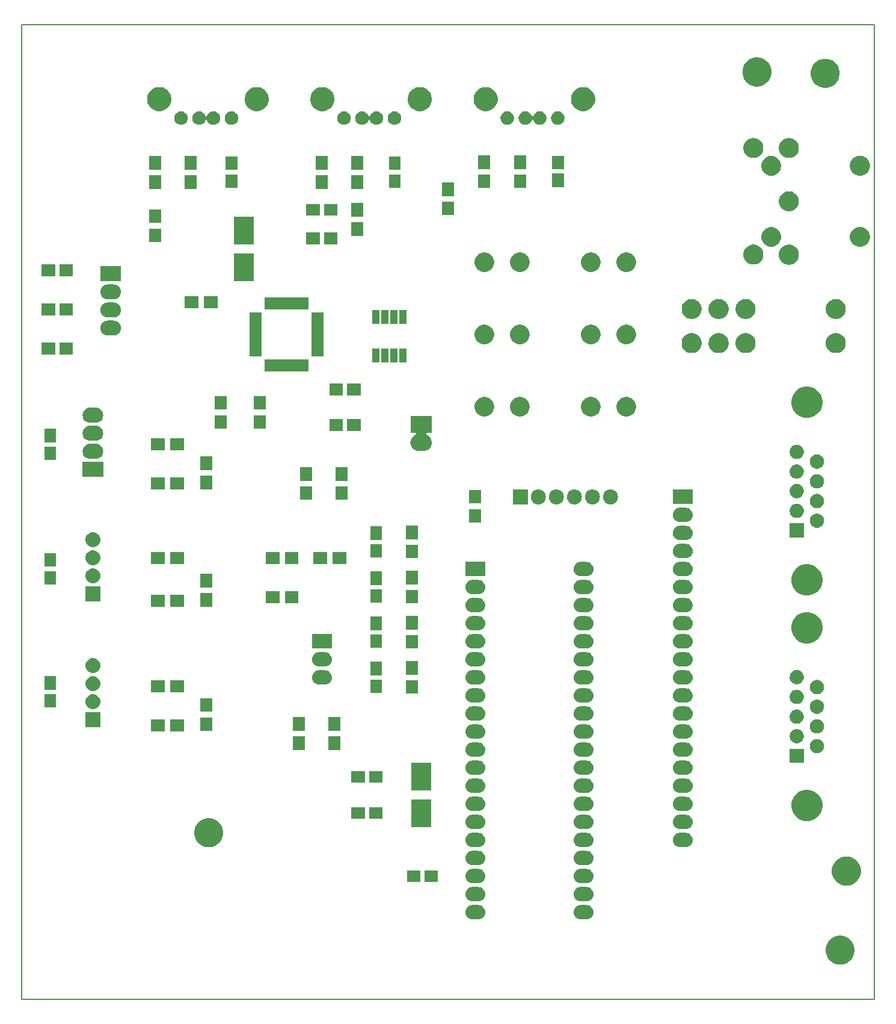
<source format=gbr>
%TF.GenerationSoftware,KiCad,Pcbnew,(5.0.1-3-g963ef8bb5)*%
%TF.CreationDate,2019-03-05T20:33:43+01:00*%
%TF.ProjectId,KaJUSBhub,4B614A5553426875622E6B696361645F,0.1*%
%TF.SameCoordinates,Original*%
%TF.FileFunction,Soldermask,Top*%
%TF.FilePolarity,Negative*%
%FSLAX46Y46*%
G04 Gerber Fmt 4.6, Leading zero omitted, Abs format (unit mm)*
G04 Created by KiCad (PCBNEW (5.0.1-3-g963ef8bb5)) date Dienstag, 05. März 2019 um 20:33:43*
%MOMM*%
%LPD*%
G01*
G04 APERTURE LIST*
%ADD10C,0.150000*%
G04 APERTURE END LIST*
D10*
X100000000Y-157000000D02*
X100000000Y-20000000D01*
X220000000Y-157000000D02*
X100000000Y-157000000D01*
X100000000Y-20000000D02*
X220000000Y-20000000D01*
X220000000Y-20000000D02*
X220000000Y-157000000D01*
G36*
X215665944Y-148102520D02*
X215797963Y-148128780D01*
X215952496Y-148192790D01*
X216171038Y-148283313D01*
X216506802Y-148507663D01*
X216792337Y-148793198D01*
X217016687Y-149128962D01*
X217171220Y-149502038D01*
X217250000Y-149898091D01*
X217250000Y-150301909D01*
X217171220Y-150697962D01*
X217016687Y-151071038D01*
X216792337Y-151406802D01*
X216506802Y-151692337D01*
X216171038Y-151916687D01*
X215952496Y-152007210D01*
X215797963Y-152071220D01*
X215665944Y-152097480D01*
X215401909Y-152150000D01*
X214998091Y-152150000D01*
X214734056Y-152097480D01*
X214602037Y-152071220D01*
X214447504Y-152007210D01*
X214228962Y-151916687D01*
X213893198Y-151692337D01*
X213607663Y-151406802D01*
X213383313Y-151071038D01*
X213228780Y-150697962D01*
X213150000Y-150301909D01*
X213150000Y-149898091D01*
X213228780Y-149502038D01*
X213383313Y-149128962D01*
X213607663Y-148793198D01*
X213893198Y-148507663D01*
X214228962Y-148283313D01*
X214447504Y-148192790D01*
X214602037Y-148128780D01*
X214734056Y-148102520D01*
X214998091Y-148050000D01*
X215401909Y-148050000D01*
X215665944Y-148102520D01*
X215665944Y-148102520D01*
G37*
G36*
X164426030Y-143794469D02*
X164426033Y-143794470D01*
X164426034Y-143794470D01*
X164614535Y-143851651D01*
X164614537Y-143851652D01*
X164788260Y-143944509D01*
X164940528Y-144069472D01*
X165065491Y-144221740D01*
X165158348Y-144395463D01*
X165215531Y-144583970D01*
X165234838Y-144780000D01*
X165215531Y-144976030D01*
X165158348Y-145164537D01*
X165065491Y-145338260D01*
X164940528Y-145490528D01*
X164788260Y-145615491D01*
X164788258Y-145615492D01*
X164614535Y-145708349D01*
X164426034Y-145765530D01*
X164426033Y-145765530D01*
X164426030Y-145765531D01*
X164279124Y-145780000D01*
X163380876Y-145780000D01*
X163233970Y-145765531D01*
X163233967Y-145765530D01*
X163233966Y-145765530D01*
X163045465Y-145708349D01*
X162871742Y-145615492D01*
X162871740Y-145615491D01*
X162719472Y-145490528D01*
X162594509Y-145338260D01*
X162501652Y-145164537D01*
X162444469Y-144976030D01*
X162425162Y-144780000D01*
X162444469Y-144583970D01*
X162501652Y-144395463D01*
X162594509Y-144221740D01*
X162719472Y-144069472D01*
X162871740Y-143944509D01*
X163045463Y-143851652D01*
X163045465Y-143851651D01*
X163233966Y-143794470D01*
X163233967Y-143794470D01*
X163233970Y-143794469D01*
X163380876Y-143780000D01*
X164279124Y-143780000D01*
X164426030Y-143794469D01*
X164426030Y-143794469D01*
G37*
G36*
X179666030Y-143794469D02*
X179666033Y-143794470D01*
X179666034Y-143794470D01*
X179854535Y-143851651D01*
X179854537Y-143851652D01*
X180028260Y-143944509D01*
X180180528Y-144069472D01*
X180305491Y-144221740D01*
X180398348Y-144395463D01*
X180455531Y-144583970D01*
X180474838Y-144780000D01*
X180455531Y-144976030D01*
X180398348Y-145164537D01*
X180305491Y-145338260D01*
X180180528Y-145490528D01*
X180028260Y-145615491D01*
X180028258Y-145615492D01*
X179854535Y-145708349D01*
X179666034Y-145765530D01*
X179666033Y-145765530D01*
X179666030Y-145765531D01*
X179519124Y-145780000D01*
X178620876Y-145780000D01*
X178473970Y-145765531D01*
X178473967Y-145765530D01*
X178473966Y-145765530D01*
X178285465Y-145708349D01*
X178111742Y-145615492D01*
X178111740Y-145615491D01*
X177959472Y-145490528D01*
X177834509Y-145338260D01*
X177741652Y-145164537D01*
X177684469Y-144976030D01*
X177665162Y-144780000D01*
X177684469Y-144583970D01*
X177741652Y-144395463D01*
X177834509Y-144221740D01*
X177959472Y-144069472D01*
X178111740Y-143944509D01*
X178285463Y-143851652D01*
X178285465Y-143851651D01*
X178473966Y-143794470D01*
X178473967Y-143794470D01*
X178473970Y-143794469D01*
X178620876Y-143780000D01*
X179519124Y-143780000D01*
X179666030Y-143794469D01*
X179666030Y-143794469D01*
G37*
G36*
X179666030Y-141254469D02*
X179666033Y-141254470D01*
X179666034Y-141254470D01*
X179854535Y-141311651D01*
X179854537Y-141311652D01*
X180028260Y-141404509D01*
X180180528Y-141529472D01*
X180305491Y-141681740D01*
X180398348Y-141855463D01*
X180455531Y-142043970D01*
X180474838Y-142240000D01*
X180455531Y-142436030D01*
X180398348Y-142624537D01*
X180305491Y-142798260D01*
X180180528Y-142950528D01*
X180028260Y-143075491D01*
X180028258Y-143075492D01*
X179854535Y-143168349D01*
X179666034Y-143225530D01*
X179666033Y-143225530D01*
X179666030Y-143225531D01*
X179519124Y-143240000D01*
X178620876Y-143240000D01*
X178473970Y-143225531D01*
X178473967Y-143225530D01*
X178473966Y-143225530D01*
X178285465Y-143168349D01*
X178111742Y-143075492D01*
X178111740Y-143075491D01*
X177959472Y-142950528D01*
X177834509Y-142798260D01*
X177741652Y-142624537D01*
X177684469Y-142436030D01*
X177665162Y-142240000D01*
X177684469Y-142043970D01*
X177741652Y-141855463D01*
X177834509Y-141681740D01*
X177959472Y-141529472D01*
X178111740Y-141404509D01*
X178285463Y-141311652D01*
X178285465Y-141311651D01*
X178473966Y-141254470D01*
X178473967Y-141254470D01*
X178473970Y-141254469D01*
X178620876Y-141240000D01*
X179519124Y-141240000D01*
X179666030Y-141254469D01*
X179666030Y-141254469D01*
G37*
G36*
X164426030Y-141254469D02*
X164426033Y-141254470D01*
X164426034Y-141254470D01*
X164614535Y-141311651D01*
X164614537Y-141311652D01*
X164788260Y-141404509D01*
X164940528Y-141529472D01*
X165065491Y-141681740D01*
X165158348Y-141855463D01*
X165215531Y-142043970D01*
X165234838Y-142240000D01*
X165215531Y-142436030D01*
X165158348Y-142624537D01*
X165065491Y-142798260D01*
X164940528Y-142950528D01*
X164788260Y-143075491D01*
X164788258Y-143075492D01*
X164614535Y-143168349D01*
X164426034Y-143225530D01*
X164426033Y-143225530D01*
X164426030Y-143225531D01*
X164279124Y-143240000D01*
X163380876Y-143240000D01*
X163233970Y-143225531D01*
X163233967Y-143225530D01*
X163233966Y-143225530D01*
X163045465Y-143168349D01*
X162871742Y-143075492D01*
X162871740Y-143075491D01*
X162719472Y-142950528D01*
X162594509Y-142798260D01*
X162501652Y-142624537D01*
X162444469Y-142436030D01*
X162425162Y-142240000D01*
X162444469Y-142043970D01*
X162501652Y-141855463D01*
X162594509Y-141681740D01*
X162719472Y-141529472D01*
X162871740Y-141404509D01*
X163045463Y-141311652D01*
X163045465Y-141311651D01*
X163233966Y-141254470D01*
X163233967Y-141254470D01*
X163233970Y-141254469D01*
X163380876Y-141240000D01*
X164279124Y-141240000D01*
X164426030Y-141254469D01*
X164426030Y-141254469D01*
G37*
G36*
X216565944Y-137002520D02*
X216697963Y-137028780D01*
X216852496Y-137092790D01*
X217071038Y-137183313D01*
X217406802Y-137407663D01*
X217692337Y-137693198D01*
X217916687Y-138028962D01*
X218071220Y-138402038D01*
X218150000Y-138798091D01*
X218150000Y-139201909D01*
X218071220Y-139597962D01*
X217916687Y-139971038D01*
X217692337Y-140306802D01*
X217406802Y-140592337D01*
X217071038Y-140816687D01*
X216852496Y-140907210D01*
X216697963Y-140971220D01*
X216565944Y-140997480D01*
X216301909Y-141050000D01*
X215898091Y-141050000D01*
X215634056Y-140997480D01*
X215502037Y-140971220D01*
X215347504Y-140907210D01*
X215128962Y-140816687D01*
X214793198Y-140592337D01*
X214507663Y-140306802D01*
X214283313Y-139971038D01*
X214128780Y-139597962D01*
X214050000Y-139201909D01*
X214050000Y-138798091D01*
X214128780Y-138402038D01*
X214283313Y-138028962D01*
X214507663Y-137693198D01*
X214793198Y-137407663D01*
X215128962Y-137183313D01*
X215347504Y-137092790D01*
X215502037Y-137028780D01*
X215634056Y-137002520D01*
X215898091Y-136950000D01*
X216301909Y-136950000D01*
X216565944Y-137002520D01*
X216565944Y-137002520D01*
G37*
G36*
X179666030Y-138714469D02*
X179666033Y-138714470D01*
X179666034Y-138714470D01*
X179854535Y-138771651D01*
X179854537Y-138771652D01*
X180028260Y-138864509D01*
X180180528Y-138989472D01*
X180305491Y-139141740D01*
X180398348Y-139315463D01*
X180455531Y-139503970D01*
X180474838Y-139700000D01*
X180455531Y-139896030D01*
X180455530Y-139896033D01*
X180455530Y-139896034D01*
X180432778Y-139971039D01*
X180398348Y-140084537D01*
X180305491Y-140258260D01*
X180180528Y-140410528D01*
X180028260Y-140535491D01*
X180028258Y-140535492D01*
X179854535Y-140628349D01*
X179666034Y-140685530D01*
X179666033Y-140685530D01*
X179666030Y-140685531D01*
X179519124Y-140700000D01*
X178620876Y-140700000D01*
X178473970Y-140685531D01*
X178473967Y-140685530D01*
X178473966Y-140685530D01*
X178285465Y-140628349D01*
X178111742Y-140535492D01*
X178111740Y-140535491D01*
X177959472Y-140410528D01*
X177834509Y-140258260D01*
X177741652Y-140084537D01*
X177707223Y-139971039D01*
X177684470Y-139896034D01*
X177684470Y-139896033D01*
X177684469Y-139896030D01*
X177665162Y-139700000D01*
X177684469Y-139503970D01*
X177741652Y-139315463D01*
X177834509Y-139141740D01*
X177959472Y-138989472D01*
X178111740Y-138864509D01*
X178285463Y-138771652D01*
X178285465Y-138771651D01*
X178473966Y-138714470D01*
X178473967Y-138714470D01*
X178473970Y-138714469D01*
X178620876Y-138700000D01*
X179519124Y-138700000D01*
X179666030Y-138714469D01*
X179666030Y-138714469D01*
G37*
G36*
X164426030Y-138714469D02*
X164426033Y-138714470D01*
X164426034Y-138714470D01*
X164614535Y-138771651D01*
X164614537Y-138771652D01*
X164788260Y-138864509D01*
X164940528Y-138989472D01*
X165065491Y-139141740D01*
X165158348Y-139315463D01*
X165215531Y-139503970D01*
X165234838Y-139700000D01*
X165215531Y-139896030D01*
X165215530Y-139896033D01*
X165215530Y-139896034D01*
X165192778Y-139971039D01*
X165158348Y-140084537D01*
X165065491Y-140258260D01*
X164940528Y-140410528D01*
X164788260Y-140535491D01*
X164788258Y-140535492D01*
X164614535Y-140628349D01*
X164426034Y-140685530D01*
X164426033Y-140685530D01*
X164426030Y-140685531D01*
X164279124Y-140700000D01*
X163380876Y-140700000D01*
X163233970Y-140685531D01*
X163233967Y-140685530D01*
X163233966Y-140685530D01*
X163045465Y-140628349D01*
X162871742Y-140535492D01*
X162871740Y-140535491D01*
X162719472Y-140410528D01*
X162594509Y-140258260D01*
X162501652Y-140084537D01*
X162467223Y-139971039D01*
X162444470Y-139896034D01*
X162444470Y-139896033D01*
X162444469Y-139896030D01*
X162425162Y-139700000D01*
X162444469Y-139503970D01*
X162501652Y-139315463D01*
X162594509Y-139141740D01*
X162719472Y-138989472D01*
X162871740Y-138864509D01*
X163045463Y-138771652D01*
X163045465Y-138771651D01*
X163233966Y-138714470D01*
X163233967Y-138714470D01*
X163233970Y-138714469D01*
X163380876Y-138700000D01*
X164279124Y-138700000D01*
X164426030Y-138714469D01*
X164426030Y-138714469D01*
G37*
G36*
X158600000Y-140525000D02*
X156700000Y-140525000D01*
X156700000Y-138875000D01*
X158600000Y-138875000D01*
X158600000Y-140525000D01*
X158600000Y-140525000D01*
G37*
G36*
X156100000Y-140525000D02*
X154200000Y-140525000D01*
X154200000Y-138875000D01*
X156100000Y-138875000D01*
X156100000Y-140525000D01*
X156100000Y-140525000D01*
G37*
G36*
X179666030Y-136174469D02*
X179666033Y-136174470D01*
X179666034Y-136174470D01*
X179854535Y-136231651D01*
X179854537Y-136231652D01*
X180028260Y-136324509D01*
X180180528Y-136449472D01*
X180305491Y-136601740D01*
X180398348Y-136775463D01*
X180455531Y-136963970D01*
X180474838Y-137160000D01*
X180455531Y-137356030D01*
X180455530Y-137356033D01*
X180455530Y-137356034D01*
X180439869Y-137407663D01*
X180398348Y-137544537D01*
X180305491Y-137718260D01*
X180180528Y-137870528D01*
X180028260Y-137995491D01*
X180028258Y-137995492D01*
X179854535Y-138088349D01*
X179666034Y-138145530D01*
X179666033Y-138145530D01*
X179666030Y-138145531D01*
X179519124Y-138160000D01*
X178620876Y-138160000D01*
X178473970Y-138145531D01*
X178473967Y-138145530D01*
X178473966Y-138145530D01*
X178285465Y-138088349D01*
X178111742Y-137995492D01*
X178111740Y-137995491D01*
X177959472Y-137870528D01*
X177834509Y-137718260D01*
X177741652Y-137544537D01*
X177700132Y-137407663D01*
X177684470Y-137356034D01*
X177684470Y-137356033D01*
X177684469Y-137356030D01*
X177665162Y-137160000D01*
X177684469Y-136963970D01*
X177741652Y-136775463D01*
X177834509Y-136601740D01*
X177959472Y-136449472D01*
X178111740Y-136324509D01*
X178285463Y-136231652D01*
X178285465Y-136231651D01*
X178473966Y-136174470D01*
X178473967Y-136174470D01*
X178473970Y-136174469D01*
X178620876Y-136160000D01*
X179519124Y-136160000D01*
X179666030Y-136174469D01*
X179666030Y-136174469D01*
G37*
G36*
X164426030Y-136174469D02*
X164426033Y-136174470D01*
X164426034Y-136174470D01*
X164614535Y-136231651D01*
X164614537Y-136231652D01*
X164788260Y-136324509D01*
X164940528Y-136449472D01*
X165065491Y-136601740D01*
X165158348Y-136775463D01*
X165215531Y-136963970D01*
X165234838Y-137160000D01*
X165215531Y-137356030D01*
X165215530Y-137356033D01*
X165215530Y-137356034D01*
X165199869Y-137407663D01*
X165158348Y-137544537D01*
X165065491Y-137718260D01*
X164940528Y-137870528D01*
X164788260Y-137995491D01*
X164788258Y-137995492D01*
X164614535Y-138088349D01*
X164426034Y-138145530D01*
X164426033Y-138145530D01*
X164426030Y-138145531D01*
X164279124Y-138160000D01*
X163380876Y-138160000D01*
X163233970Y-138145531D01*
X163233967Y-138145530D01*
X163233966Y-138145530D01*
X163045465Y-138088349D01*
X162871742Y-137995492D01*
X162871740Y-137995491D01*
X162719472Y-137870528D01*
X162594509Y-137718260D01*
X162501652Y-137544537D01*
X162460132Y-137407663D01*
X162444470Y-137356034D01*
X162444470Y-137356033D01*
X162444469Y-137356030D01*
X162425162Y-137160000D01*
X162444469Y-136963970D01*
X162501652Y-136775463D01*
X162594509Y-136601740D01*
X162719472Y-136449472D01*
X162871740Y-136324509D01*
X163045463Y-136231652D01*
X163045465Y-136231651D01*
X163233966Y-136174470D01*
X163233967Y-136174470D01*
X163233970Y-136174469D01*
X163380876Y-136160000D01*
X164279124Y-136160000D01*
X164426030Y-136174469D01*
X164426030Y-136174469D01*
G37*
G36*
X126765944Y-131602520D02*
X126897963Y-131628780D01*
X127052496Y-131692790D01*
X127271038Y-131783313D01*
X127606802Y-132007663D01*
X127892337Y-132293198D01*
X128116687Y-132628962D01*
X128120538Y-132638260D01*
X128271220Y-133002037D01*
X128283849Y-133065530D01*
X128350000Y-133398091D01*
X128350000Y-133801909D01*
X128271220Y-134197962D01*
X128116687Y-134571038D01*
X127892337Y-134906802D01*
X127606802Y-135192337D01*
X127271038Y-135416687D01*
X127177354Y-135455492D01*
X126897963Y-135571220D01*
X126765944Y-135597480D01*
X126501909Y-135650000D01*
X126098091Y-135650000D01*
X125834056Y-135597480D01*
X125702037Y-135571220D01*
X125422646Y-135455492D01*
X125328962Y-135416687D01*
X124993198Y-135192337D01*
X124707663Y-134906802D01*
X124483313Y-134571038D01*
X124328780Y-134197962D01*
X124250000Y-133801909D01*
X124250000Y-133398091D01*
X124316151Y-133065530D01*
X124328780Y-133002037D01*
X124479462Y-132638260D01*
X124483313Y-132628962D01*
X124707663Y-132293198D01*
X124993198Y-132007663D01*
X125328962Y-131783313D01*
X125547504Y-131692790D01*
X125702037Y-131628780D01*
X125834056Y-131602520D01*
X126098091Y-131550000D01*
X126501909Y-131550000D01*
X126765944Y-131602520D01*
X126765944Y-131602520D01*
G37*
G36*
X193636030Y-133634469D02*
X193636033Y-133634470D01*
X193636034Y-133634470D01*
X193824535Y-133691651D01*
X193824537Y-133691652D01*
X193998260Y-133784509D01*
X194150528Y-133909472D01*
X194275491Y-134061740D01*
X194368348Y-134235463D01*
X194425531Y-134423970D01*
X194444838Y-134620000D01*
X194425531Y-134816030D01*
X194368348Y-135004537D01*
X194275491Y-135178260D01*
X194150528Y-135330528D01*
X193998260Y-135455491D01*
X193998258Y-135455492D01*
X193824535Y-135548349D01*
X193636034Y-135605530D01*
X193636033Y-135605530D01*
X193636030Y-135605531D01*
X193489124Y-135620000D01*
X192590876Y-135620000D01*
X192443970Y-135605531D01*
X192443967Y-135605530D01*
X192443966Y-135605530D01*
X192255465Y-135548349D01*
X192081742Y-135455492D01*
X192081740Y-135455491D01*
X191929472Y-135330528D01*
X191804509Y-135178260D01*
X191711652Y-135004537D01*
X191654469Y-134816030D01*
X191635162Y-134620000D01*
X191654469Y-134423970D01*
X191711652Y-134235463D01*
X191804509Y-134061740D01*
X191929472Y-133909472D01*
X192081740Y-133784509D01*
X192255463Y-133691652D01*
X192255465Y-133691651D01*
X192443966Y-133634470D01*
X192443967Y-133634470D01*
X192443970Y-133634469D01*
X192590876Y-133620000D01*
X193489124Y-133620000D01*
X193636030Y-133634469D01*
X193636030Y-133634469D01*
G37*
G36*
X179666030Y-133634469D02*
X179666033Y-133634470D01*
X179666034Y-133634470D01*
X179854535Y-133691651D01*
X179854537Y-133691652D01*
X180028260Y-133784509D01*
X180180528Y-133909472D01*
X180305491Y-134061740D01*
X180398348Y-134235463D01*
X180455531Y-134423970D01*
X180474838Y-134620000D01*
X180455531Y-134816030D01*
X180398348Y-135004537D01*
X180305491Y-135178260D01*
X180180528Y-135330528D01*
X180028260Y-135455491D01*
X180028258Y-135455492D01*
X179854535Y-135548349D01*
X179666034Y-135605530D01*
X179666033Y-135605530D01*
X179666030Y-135605531D01*
X179519124Y-135620000D01*
X178620876Y-135620000D01*
X178473970Y-135605531D01*
X178473967Y-135605530D01*
X178473966Y-135605530D01*
X178285465Y-135548349D01*
X178111742Y-135455492D01*
X178111740Y-135455491D01*
X177959472Y-135330528D01*
X177834509Y-135178260D01*
X177741652Y-135004537D01*
X177684469Y-134816030D01*
X177665162Y-134620000D01*
X177684469Y-134423970D01*
X177741652Y-134235463D01*
X177834509Y-134061740D01*
X177959472Y-133909472D01*
X178111740Y-133784509D01*
X178285463Y-133691652D01*
X178285465Y-133691651D01*
X178473966Y-133634470D01*
X178473967Y-133634470D01*
X178473970Y-133634469D01*
X178620876Y-133620000D01*
X179519124Y-133620000D01*
X179666030Y-133634469D01*
X179666030Y-133634469D01*
G37*
G36*
X164426030Y-133634469D02*
X164426033Y-133634470D01*
X164426034Y-133634470D01*
X164614535Y-133691651D01*
X164614537Y-133691652D01*
X164788260Y-133784509D01*
X164940528Y-133909472D01*
X165065491Y-134061740D01*
X165158348Y-134235463D01*
X165215531Y-134423970D01*
X165234838Y-134620000D01*
X165215531Y-134816030D01*
X165158348Y-135004537D01*
X165065491Y-135178260D01*
X164940528Y-135330528D01*
X164788260Y-135455491D01*
X164788258Y-135455492D01*
X164614535Y-135548349D01*
X164426034Y-135605530D01*
X164426033Y-135605530D01*
X164426030Y-135605531D01*
X164279124Y-135620000D01*
X163380876Y-135620000D01*
X163233970Y-135605531D01*
X163233967Y-135605530D01*
X163233966Y-135605530D01*
X163045465Y-135548349D01*
X162871742Y-135455492D01*
X162871740Y-135455491D01*
X162719472Y-135330528D01*
X162594509Y-135178260D01*
X162501652Y-135004537D01*
X162444469Y-134816030D01*
X162425162Y-134620000D01*
X162444469Y-134423970D01*
X162501652Y-134235463D01*
X162594509Y-134061740D01*
X162719472Y-133909472D01*
X162871740Y-133784509D01*
X163045463Y-133691652D01*
X163045465Y-133691651D01*
X163233966Y-133634470D01*
X163233967Y-133634470D01*
X163233970Y-133634469D01*
X163380876Y-133620000D01*
X164279124Y-133620000D01*
X164426030Y-133634469D01*
X164426030Y-133634469D01*
G37*
G36*
X179666030Y-131094469D02*
X179666033Y-131094470D01*
X179666034Y-131094470D01*
X179854535Y-131151651D01*
X179854537Y-131151652D01*
X180028260Y-131244509D01*
X180180528Y-131369472D01*
X180305491Y-131521740D01*
X180305492Y-131521742D01*
X180398349Y-131695465D01*
X180455530Y-131883966D01*
X180455531Y-131883970D01*
X180474838Y-132080000D01*
X180455531Y-132276030D01*
X180398348Y-132464537D01*
X180305491Y-132638260D01*
X180180528Y-132790528D01*
X180028260Y-132915491D01*
X180028258Y-132915492D01*
X179854535Y-133008349D01*
X179666034Y-133065530D01*
X179666033Y-133065530D01*
X179666030Y-133065531D01*
X179519124Y-133080000D01*
X178620876Y-133080000D01*
X178473970Y-133065531D01*
X178473967Y-133065530D01*
X178473966Y-133065530D01*
X178285465Y-133008349D01*
X178111742Y-132915492D01*
X178111740Y-132915491D01*
X177959472Y-132790528D01*
X177834509Y-132638260D01*
X177741652Y-132464537D01*
X177684469Y-132276030D01*
X177665162Y-132080000D01*
X177684469Y-131883970D01*
X177684470Y-131883966D01*
X177741651Y-131695465D01*
X177834508Y-131521742D01*
X177834509Y-131521740D01*
X177959472Y-131369472D01*
X178111740Y-131244509D01*
X178285463Y-131151652D01*
X178285465Y-131151651D01*
X178473966Y-131094470D01*
X178473967Y-131094470D01*
X178473970Y-131094469D01*
X178620876Y-131080000D01*
X179519124Y-131080000D01*
X179666030Y-131094469D01*
X179666030Y-131094469D01*
G37*
G36*
X164426030Y-131094469D02*
X164426033Y-131094470D01*
X164426034Y-131094470D01*
X164614535Y-131151651D01*
X164614537Y-131151652D01*
X164788260Y-131244509D01*
X164940528Y-131369472D01*
X165065491Y-131521740D01*
X165065492Y-131521742D01*
X165158349Y-131695465D01*
X165215530Y-131883966D01*
X165215531Y-131883970D01*
X165234838Y-132080000D01*
X165215531Y-132276030D01*
X165158348Y-132464537D01*
X165065491Y-132638260D01*
X164940528Y-132790528D01*
X164788260Y-132915491D01*
X164788258Y-132915492D01*
X164614535Y-133008349D01*
X164426034Y-133065530D01*
X164426033Y-133065530D01*
X164426030Y-133065531D01*
X164279124Y-133080000D01*
X163380876Y-133080000D01*
X163233970Y-133065531D01*
X163233967Y-133065530D01*
X163233966Y-133065530D01*
X163045465Y-133008349D01*
X162871742Y-132915492D01*
X162871740Y-132915491D01*
X162719472Y-132790528D01*
X162594509Y-132638260D01*
X162501652Y-132464537D01*
X162444469Y-132276030D01*
X162425162Y-132080000D01*
X162444469Y-131883970D01*
X162444470Y-131883966D01*
X162501651Y-131695465D01*
X162594508Y-131521742D01*
X162594509Y-131521740D01*
X162719472Y-131369472D01*
X162871740Y-131244509D01*
X163045463Y-131151652D01*
X163045465Y-131151651D01*
X163233966Y-131094470D01*
X163233967Y-131094470D01*
X163233970Y-131094469D01*
X163380876Y-131080000D01*
X164279124Y-131080000D01*
X164426030Y-131094469D01*
X164426030Y-131094469D01*
G37*
G36*
X193636030Y-131094469D02*
X193636033Y-131094470D01*
X193636034Y-131094470D01*
X193824535Y-131151651D01*
X193824537Y-131151652D01*
X193998260Y-131244509D01*
X194150528Y-131369472D01*
X194275491Y-131521740D01*
X194275492Y-131521742D01*
X194368349Y-131695465D01*
X194425530Y-131883966D01*
X194425531Y-131883970D01*
X194444838Y-132080000D01*
X194425531Y-132276030D01*
X194368348Y-132464537D01*
X194275491Y-132638260D01*
X194150528Y-132790528D01*
X193998260Y-132915491D01*
X193998258Y-132915492D01*
X193824535Y-133008349D01*
X193636034Y-133065530D01*
X193636033Y-133065530D01*
X193636030Y-133065531D01*
X193489124Y-133080000D01*
X192590876Y-133080000D01*
X192443970Y-133065531D01*
X192443967Y-133065530D01*
X192443966Y-133065530D01*
X192255465Y-133008349D01*
X192081742Y-132915492D01*
X192081740Y-132915491D01*
X191929472Y-132790528D01*
X191804509Y-132638260D01*
X191711652Y-132464537D01*
X191654469Y-132276030D01*
X191635162Y-132080000D01*
X191654469Y-131883970D01*
X191654470Y-131883966D01*
X191711651Y-131695465D01*
X191804508Y-131521742D01*
X191804509Y-131521740D01*
X191929472Y-131369472D01*
X192081740Y-131244509D01*
X192255463Y-131151652D01*
X192255465Y-131151651D01*
X192443966Y-131094470D01*
X192443967Y-131094470D01*
X192443970Y-131094469D01*
X192590876Y-131080000D01*
X193489124Y-131080000D01*
X193636030Y-131094469D01*
X193636030Y-131094469D01*
G37*
G36*
X157610000Y-132820000D02*
X154810000Y-132820000D01*
X154810000Y-128920000D01*
X157610000Y-128920000D01*
X157610000Y-132820000D01*
X157610000Y-132820000D01*
G37*
G36*
X211161716Y-127644544D02*
X211562090Y-127810384D01*
X211922421Y-128051150D01*
X212228850Y-128357579D01*
X212469616Y-128717910D01*
X212635456Y-129118284D01*
X212720000Y-129543317D01*
X212720000Y-129976683D01*
X212635456Y-130401716D01*
X212469616Y-130802090D01*
X212228850Y-131162421D01*
X211922421Y-131468850D01*
X211562090Y-131709616D01*
X211161716Y-131875456D01*
X210736683Y-131960000D01*
X210303317Y-131960000D01*
X209878284Y-131875456D01*
X209477910Y-131709616D01*
X209117579Y-131468850D01*
X208811150Y-131162421D01*
X208570384Y-130802090D01*
X208404544Y-130401716D01*
X208320000Y-129976683D01*
X208320000Y-129543317D01*
X208404544Y-129118284D01*
X208570384Y-128717910D01*
X208811150Y-128357579D01*
X209117579Y-128051150D01*
X209477910Y-127810384D01*
X209878284Y-127644544D01*
X210303317Y-127560000D01*
X210736683Y-127560000D01*
X211161716Y-127644544D01*
X211161716Y-127644544D01*
G37*
G36*
X150790000Y-131635000D02*
X148890000Y-131635000D01*
X148890000Y-129985000D01*
X150790000Y-129985000D01*
X150790000Y-131635000D01*
X150790000Y-131635000D01*
G37*
G36*
X148290000Y-131635000D02*
X146390000Y-131635000D01*
X146390000Y-129985000D01*
X148290000Y-129985000D01*
X148290000Y-131635000D01*
X148290000Y-131635000D01*
G37*
G36*
X179666030Y-128554469D02*
X179666033Y-128554470D01*
X179666034Y-128554470D01*
X179854535Y-128611651D01*
X179854537Y-128611652D01*
X180028260Y-128704509D01*
X180180528Y-128829472D01*
X180305491Y-128981740D01*
X180398348Y-129155463D01*
X180455531Y-129343970D01*
X180474838Y-129540000D01*
X180455531Y-129736030D01*
X180398348Y-129924537D01*
X180305491Y-130098260D01*
X180180528Y-130250528D01*
X180028260Y-130375491D01*
X179854537Y-130468348D01*
X179854535Y-130468349D01*
X179666034Y-130525530D01*
X179666033Y-130525530D01*
X179666030Y-130525531D01*
X179519124Y-130540000D01*
X178620876Y-130540000D01*
X178473970Y-130525531D01*
X178473967Y-130525530D01*
X178473966Y-130525530D01*
X178285465Y-130468349D01*
X178285463Y-130468348D01*
X178111740Y-130375491D01*
X177959472Y-130250528D01*
X177834509Y-130098260D01*
X177741652Y-129924537D01*
X177684469Y-129736030D01*
X177665162Y-129540000D01*
X177684469Y-129343970D01*
X177741652Y-129155463D01*
X177834509Y-128981740D01*
X177959472Y-128829472D01*
X178111740Y-128704509D01*
X178285463Y-128611652D01*
X178285465Y-128611651D01*
X178473966Y-128554470D01*
X178473967Y-128554470D01*
X178473970Y-128554469D01*
X178620876Y-128540000D01*
X179519124Y-128540000D01*
X179666030Y-128554469D01*
X179666030Y-128554469D01*
G37*
G36*
X193636030Y-128554469D02*
X193636033Y-128554470D01*
X193636034Y-128554470D01*
X193824535Y-128611651D01*
X193824537Y-128611652D01*
X193998260Y-128704509D01*
X194150528Y-128829472D01*
X194275491Y-128981740D01*
X194368348Y-129155463D01*
X194425531Y-129343970D01*
X194444838Y-129540000D01*
X194425531Y-129736030D01*
X194368348Y-129924537D01*
X194275491Y-130098260D01*
X194150528Y-130250528D01*
X193998260Y-130375491D01*
X193824537Y-130468348D01*
X193824535Y-130468349D01*
X193636034Y-130525530D01*
X193636033Y-130525530D01*
X193636030Y-130525531D01*
X193489124Y-130540000D01*
X192590876Y-130540000D01*
X192443970Y-130525531D01*
X192443967Y-130525530D01*
X192443966Y-130525530D01*
X192255465Y-130468349D01*
X192255463Y-130468348D01*
X192081740Y-130375491D01*
X191929472Y-130250528D01*
X191804509Y-130098260D01*
X191711652Y-129924537D01*
X191654469Y-129736030D01*
X191635162Y-129540000D01*
X191654469Y-129343970D01*
X191711652Y-129155463D01*
X191804509Y-128981740D01*
X191929472Y-128829472D01*
X192081740Y-128704509D01*
X192255463Y-128611652D01*
X192255465Y-128611651D01*
X192443966Y-128554470D01*
X192443967Y-128554470D01*
X192443970Y-128554469D01*
X192590876Y-128540000D01*
X193489124Y-128540000D01*
X193636030Y-128554469D01*
X193636030Y-128554469D01*
G37*
G36*
X164426030Y-128554469D02*
X164426033Y-128554470D01*
X164426034Y-128554470D01*
X164614535Y-128611651D01*
X164614537Y-128611652D01*
X164788260Y-128704509D01*
X164940528Y-128829472D01*
X165065491Y-128981740D01*
X165158348Y-129155463D01*
X165215531Y-129343970D01*
X165234838Y-129540000D01*
X165215531Y-129736030D01*
X165158348Y-129924537D01*
X165065491Y-130098260D01*
X164940528Y-130250528D01*
X164788260Y-130375491D01*
X164614537Y-130468348D01*
X164614535Y-130468349D01*
X164426034Y-130525530D01*
X164426033Y-130525530D01*
X164426030Y-130525531D01*
X164279124Y-130540000D01*
X163380876Y-130540000D01*
X163233970Y-130525531D01*
X163233967Y-130525530D01*
X163233966Y-130525530D01*
X163045465Y-130468349D01*
X163045463Y-130468348D01*
X162871740Y-130375491D01*
X162719472Y-130250528D01*
X162594509Y-130098260D01*
X162501652Y-129924537D01*
X162444469Y-129736030D01*
X162425162Y-129540000D01*
X162444469Y-129343970D01*
X162501652Y-129155463D01*
X162594509Y-128981740D01*
X162719472Y-128829472D01*
X162871740Y-128704509D01*
X163045463Y-128611652D01*
X163045465Y-128611651D01*
X163233966Y-128554470D01*
X163233967Y-128554470D01*
X163233970Y-128554469D01*
X163380876Y-128540000D01*
X164279124Y-128540000D01*
X164426030Y-128554469D01*
X164426030Y-128554469D01*
G37*
G36*
X193636030Y-126014469D02*
X193636033Y-126014470D01*
X193636034Y-126014470D01*
X193824535Y-126071651D01*
X193824537Y-126071652D01*
X193998260Y-126164509D01*
X194150528Y-126289472D01*
X194275491Y-126441740D01*
X194368348Y-126615463D01*
X194425531Y-126803970D01*
X194444838Y-127000000D01*
X194425531Y-127196030D01*
X194368348Y-127384537D01*
X194275491Y-127558260D01*
X194150528Y-127710528D01*
X193998260Y-127835491D01*
X193998258Y-127835492D01*
X193824535Y-127928349D01*
X193636034Y-127985530D01*
X193636033Y-127985530D01*
X193636030Y-127985531D01*
X193489124Y-128000000D01*
X192590876Y-128000000D01*
X192443970Y-127985531D01*
X192443967Y-127985530D01*
X192443966Y-127985530D01*
X192255465Y-127928349D01*
X192081742Y-127835492D01*
X192081740Y-127835491D01*
X191929472Y-127710528D01*
X191804509Y-127558260D01*
X191711652Y-127384537D01*
X191654469Y-127196030D01*
X191635162Y-127000000D01*
X191654469Y-126803970D01*
X191711652Y-126615463D01*
X191804509Y-126441740D01*
X191929472Y-126289472D01*
X192081740Y-126164509D01*
X192255463Y-126071652D01*
X192255465Y-126071651D01*
X192443966Y-126014470D01*
X192443967Y-126014470D01*
X192443970Y-126014469D01*
X192590876Y-126000000D01*
X193489124Y-126000000D01*
X193636030Y-126014469D01*
X193636030Y-126014469D01*
G37*
G36*
X179666030Y-126014469D02*
X179666033Y-126014470D01*
X179666034Y-126014470D01*
X179854535Y-126071651D01*
X179854537Y-126071652D01*
X180028260Y-126164509D01*
X180180528Y-126289472D01*
X180305491Y-126441740D01*
X180398348Y-126615463D01*
X180455531Y-126803970D01*
X180474838Y-127000000D01*
X180455531Y-127196030D01*
X180398348Y-127384537D01*
X180305491Y-127558260D01*
X180180528Y-127710528D01*
X180028260Y-127835491D01*
X180028258Y-127835492D01*
X179854535Y-127928349D01*
X179666034Y-127985530D01*
X179666033Y-127985530D01*
X179666030Y-127985531D01*
X179519124Y-128000000D01*
X178620876Y-128000000D01*
X178473970Y-127985531D01*
X178473967Y-127985530D01*
X178473966Y-127985530D01*
X178285465Y-127928349D01*
X178111742Y-127835492D01*
X178111740Y-127835491D01*
X177959472Y-127710528D01*
X177834509Y-127558260D01*
X177741652Y-127384537D01*
X177684469Y-127196030D01*
X177665162Y-127000000D01*
X177684469Y-126803970D01*
X177741652Y-126615463D01*
X177834509Y-126441740D01*
X177959472Y-126289472D01*
X178111740Y-126164509D01*
X178285463Y-126071652D01*
X178285465Y-126071651D01*
X178473966Y-126014470D01*
X178473967Y-126014470D01*
X178473970Y-126014469D01*
X178620876Y-126000000D01*
X179519124Y-126000000D01*
X179666030Y-126014469D01*
X179666030Y-126014469D01*
G37*
G36*
X164426030Y-126014469D02*
X164426033Y-126014470D01*
X164426034Y-126014470D01*
X164614535Y-126071651D01*
X164614537Y-126071652D01*
X164788260Y-126164509D01*
X164940528Y-126289472D01*
X165065491Y-126441740D01*
X165158348Y-126615463D01*
X165215531Y-126803970D01*
X165234838Y-127000000D01*
X165215531Y-127196030D01*
X165158348Y-127384537D01*
X165065491Y-127558260D01*
X164940528Y-127710528D01*
X164788260Y-127835491D01*
X164788258Y-127835492D01*
X164614535Y-127928349D01*
X164426034Y-127985530D01*
X164426033Y-127985530D01*
X164426030Y-127985531D01*
X164279124Y-128000000D01*
X163380876Y-128000000D01*
X163233970Y-127985531D01*
X163233967Y-127985530D01*
X163233966Y-127985530D01*
X163045465Y-127928349D01*
X162871742Y-127835492D01*
X162871740Y-127835491D01*
X162719472Y-127710528D01*
X162594509Y-127558260D01*
X162501652Y-127384537D01*
X162444469Y-127196030D01*
X162425162Y-127000000D01*
X162444469Y-126803970D01*
X162501652Y-126615463D01*
X162594509Y-126441740D01*
X162719472Y-126289472D01*
X162871740Y-126164509D01*
X163045463Y-126071652D01*
X163045465Y-126071651D01*
X163233966Y-126014470D01*
X163233967Y-126014470D01*
X163233970Y-126014469D01*
X163380876Y-126000000D01*
X164279124Y-126000000D01*
X164426030Y-126014469D01*
X164426030Y-126014469D01*
G37*
G36*
X157610000Y-127620000D02*
X154810000Y-127620000D01*
X154810000Y-123720000D01*
X157610000Y-123720000D01*
X157610000Y-127620000D01*
X157610000Y-127620000D01*
G37*
G36*
X148290000Y-126555000D02*
X146390000Y-126555000D01*
X146390000Y-124905000D01*
X148290000Y-124905000D01*
X148290000Y-126555000D01*
X148290000Y-126555000D01*
G37*
G36*
X150790000Y-126555000D02*
X148890000Y-126555000D01*
X148890000Y-124905000D01*
X150790000Y-124905000D01*
X150790000Y-126555000D01*
X150790000Y-126555000D01*
G37*
G36*
X193636030Y-123474469D02*
X193636033Y-123474470D01*
X193636034Y-123474470D01*
X193824535Y-123531651D01*
X193824537Y-123531652D01*
X193998260Y-123624509D01*
X194150528Y-123749472D01*
X194275491Y-123901740D01*
X194368348Y-124075463D01*
X194425531Y-124263970D01*
X194444838Y-124460000D01*
X194425531Y-124656030D01*
X194368348Y-124844537D01*
X194275491Y-125018260D01*
X194150528Y-125170528D01*
X193998260Y-125295491D01*
X193998258Y-125295492D01*
X193824535Y-125388349D01*
X193636034Y-125445530D01*
X193636033Y-125445530D01*
X193636030Y-125445531D01*
X193489124Y-125460000D01*
X192590876Y-125460000D01*
X192443970Y-125445531D01*
X192443967Y-125445530D01*
X192443966Y-125445530D01*
X192255465Y-125388349D01*
X192081742Y-125295492D01*
X192081740Y-125295491D01*
X191929472Y-125170528D01*
X191804509Y-125018260D01*
X191711652Y-124844537D01*
X191654469Y-124656030D01*
X191635162Y-124460000D01*
X191654469Y-124263970D01*
X191711652Y-124075463D01*
X191804509Y-123901740D01*
X191929472Y-123749472D01*
X192081740Y-123624509D01*
X192255463Y-123531652D01*
X192255465Y-123531651D01*
X192443966Y-123474470D01*
X192443967Y-123474470D01*
X192443970Y-123474469D01*
X192590876Y-123460000D01*
X193489124Y-123460000D01*
X193636030Y-123474469D01*
X193636030Y-123474469D01*
G37*
G36*
X164426030Y-123474469D02*
X164426033Y-123474470D01*
X164426034Y-123474470D01*
X164614535Y-123531651D01*
X164614537Y-123531652D01*
X164788260Y-123624509D01*
X164940528Y-123749472D01*
X165065491Y-123901740D01*
X165158348Y-124075463D01*
X165215531Y-124263970D01*
X165234838Y-124460000D01*
X165215531Y-124656030D01*
X165158348Y-124844537D01*
X165065491Y-125018260D01*
X164940528Y-125170528D01*
X164788260Y-125295491D01*
X164788258Y-125295492D01*
X164614535Y-125388349D01*
X164426034Y-125445530D01*
X164426033Y-125445530D01*
X164426030Y-125445531D01*
X164279124Y-125460000D01*
X163380876Y-125460000D01*
X163233970Y-125445531D01*
X163233967Y-125445530D01*
X163233966Y-125445530D01*
X163045465Y-125388349D01*
X162871742Y-125295492D01*
X162871740Y-125295491D01*
X162719472Y-125170528D01*
X162594509Y-125018260D01*
X162501652Y-124844537D01*
X162444469Y-124656030D01*
X162425162Y-124460000D01*
X162444469Y-124263970D01*
X162501652Y-124075463D01*
X162594509Y-123901740D01*
X162719472Y-123749472D01*
X162871740Y-123624509D01*
X163045463Y-123531652D01*
X163045465Y-123531651D01*
X163233966Y-123474470D01*
X163233967Y-123474470D01*
X163233970Y-123474469D01*
X163380876Y-123460000D01*
X164279124Y-123460000D01*
X164426030Y-123474469D01*
X164426030Y-123474469D01*
G37*
G36*
X179666030Y-123474469D02*
X179666033Y-123474470D01*
X179666034Y-123474470D01*
X179854535Y-123531651D01*
X179854537Y-123531652D01*
X180028260Y-123624509D01*
X180180528Y-123749472D01*
X180305491Y-123901740D01*
X180398348Y-124075463D01*
X180455531Y-124263970D01*
X180474838Y-124460000D01*
X180455531Y-124656030D01*
X180398348Y-124844537D01*
X180305491Y-125018260D01*
X180180528Y-125170528D01*
X180028260Y-125295491D01*
X180028258Y-125295492D01*
X179854535Y-125388349D01*
X179666034Y-125445530D01*
X179666033Y-125445530D01*
X179666030Y-125445531D01*
X179519124Y-125460000D01*
X178620876Y-125460000D01*
X178473970Y-125445531D01*
X178473967Y-125445530D01*
X178473966Y-125445530D01*
X178285465Y-125388349D01*
X178111742Y-125295492D01*
X178111740Y-125295491D01*
X177959472Y-125170528D01*
X177834509Y-125018260D01*
X177741652Y-124844537D01*
X177684469Y-124656030D01*
X177665162Y-124460000D01*
X177684469Y-124263970D01*
X177741652Y-124075463D01*
X177834509Y-123901740D01*
X177959472Y-123749472D01*
X178111740Y-123624509D01*
X178285463Y-123531652D01*
X178285465Y-123531651D01*
X178473966Y-123474470D01*
X178473967Y-123474470D01*
X178473970Y-123474469D01*
X178620876Y-123460000D01*
X179519124Y-123460000D01*
X179666030Y-123474469D01*
X179666030Y-123474469D01*
G37*
G36*
X210100000Y-123800000D02*
X208100000Y-123800000D01*
X208100000Y-121800000D01*
X210100000Y-121800000D01*
X210100000Y-123800000D01*
X210100000Y-123800000D01*
G37*
G36*
X164426030Y-120934469D02*
X164426033Y-120934470D01*
X164426034Y-120934470D01*
X164614535Y-120991651D01*
X164614537Y-120991652D01*
X164788260Y-121084509D01*
X164940528Y-121209472D01*
X165065491Y-121361740D01*
X165158348Y-121535463D01*
X165215531Y-121723970D01*
X165234838Y-121920000D01*
X165215531Y-122116030D01*
X165215530Y-122116033D01*
X165215530Y-122116034D01*
X165192562Y-122191751D01*
X165158348Y-122304537D01*
X165065491Y-122478260D01*
X164940528Y-122630528D01*
X164788260Y-122755491D01*
X164788258Y-122755492D01*
X164614535Y-122848349D01*
X164426034Y-122905530D01*
X164426033Y-122905530D01*
X164426030Y-122905531D01*
X164279124Y-122920000D01*
X163380876Y-122920000D01*
X163233970Y-122905531D01*
X163233967Y-122905530D01*
X163233966Y-122905530D01*
X163045465Y-122848349D01*
X162871742Y-122755492D01*
X162871740Y-122755491D01*
X162719472Y-122630528D01*
X162594509Y-122478260D01*
X162501652Y-122304537D01*
X162467439Y-122191751D01*
X162444470Y-122116034D01*
X162444470Y-122116033D01*
X162444469Y-122116030D01*
X162425162Y-121920000D01*
X162444469Y-121723970D01*
X162501652Y-121535463D01*
X162594509Y-121361740D01*
X162719472Y-121209472D01*
X162871740Y-121084509D01*
X163045463Y-120991652D01*
X163045465Y-120991651D01*
X163233966Y-120934470D01*
X163233967Y-120934470D01*
X163233970Y-120934469D01*
X163380876Y-120920000D01*
X164279124Y-120920000D01*
X164426030Y-120934469D01*
X164426030Y-120934469D01*
G37*
G36*
X179666030Y-120934469D02*
X179666033Y-120934470D01*
X179666034Y-120934470D01*
X179854535Y-120991651D01*
X179854537Y-120991652D01*
X180028260Y-121084509D01*
X180180528Y-121209472D01*
X180305491Y-121361740D01*
X180398348Y-121535463D01*
X180455531Y-121723970D01*
X180474838Y-121920000D01*
X180455531Y-122116030D01*
X180455530Y-122116033D01*
X180455530Y-122116034D01*
X180432562Y-122191751D01*
X180398348Y-122304537D01*
X180305491Y-122478260D01*
X180180528Y-122630528D01*
X180028260Y-122755491D01*
X180028258Y-122755492D01*
X179854535Y-122848349D01*
X179666034Y-122905530D01*
X179666033Y-122905530D01*
X179666030Y-122905531D01*
X179519124Y-122920000D01*
X178620876Y-122920000D01*
X178473970Y-122905531D01*
X178473967Y-122905530D01*
X178473966Y-122905530D01*
X178285465Y-122848349D01*
X178111742Y-122755492D01*
X178111740Y-122755491D01*
X177959472Y-122630528D01*
X177834509Y-122478260D01*
X177741652Y-122304537D01*
X177707439Y-122191751D01*
X177684470Y-122116034D01*
X177684470Y-122116033D01*
X177684469Y-122116030D01*
X177665162Y-121920000D01*
X177684469Y-121723970D01*
X177741652Y-121535463D01*
X177834509Y-121361740D01*
X177959472Y-121209472D01*
X178111740Y-121084509D01*
X178285463Y-120991652D01*
X178285465Y-120991651D01*
X178473966Y-120934470D01*
X178473967Y-120934470D01*
X178473970Y-120934469D01*
X178620876Y-120920000D01*
X179519124Y-120920000D01*
X179666030Y-120934469D01*
X179666030Y-120934469D01*
G37*
G36*
X193636030Y-120934469D02*
X193636033Y-120934470D01*
X193636034Y-120934470D01*
X193824535Y-120991651D01*
X193824537Y-120991652D01*
X193998260Y-121084509D01*
X194150528Y-121209472D01*
X194275491Y-121361740D01*
X194368348Y-121535463D01*
X194425531Y-121723970D01*
X194444838Y-121920000D01*
X194425531Y-122116030D01*
X194425530Y-122116033D01*
X194425530Y-122116034D01*
X194402562Y-122191751D01*
X194368348Y-122304537D01*
X194275491Y-122478260D01*
X194150528Y-122630528D01*
X193998260Y-122755491D01*
X193998258Y-122755492D01*
X193824535Y-122848349D01*
X193636034Y-122905530D01*
X193636033Y-122905530D01*
X193636030Y-122905531D01*
X193489124Y-122920000D01*
X192590876Y-122920000D01*
X192443970Y-122905531D01*
X192443967Y-122905530D01*
X192443966Y-122905530D01*
X192255465Y-122848349D01*
X192081742Y-122755492D01*
X192081740Y-122755491D01*
X191929472Y-122630528D01*
X191804509Y-122478260D01*
X191711652Y-122304537D01*
X191677439Y-122191751D01*
X191654470Y-122116034D01*
X191654470Y-122116033D01*
X191654469Y-122116030D01*
X191635162Y-121920000D01*
X191654469Y-121723970D01*
X191711652Y-121535463D01*
X191804509Y-121361740D01*
X191929472Y-121209472D01*
X192081740Y-121084509D01*
X192255463Y-120991652D01*
X192255465Y-120991651D01*
X192443966Y-120934470D01*
X192443967Y-120934470D01*
X192443970Y-120934469D01*
X192590876Y-120920000D01*
X193489124Y-120920000D01*
X193636030Y-120934469D01*
X193636030Y-120934469D01*
G37*
G36*
X212115770Y-120430372D02*
X212231689Y-120453429D01*
X212413678Y-120528811D01*
X212577463Y-120638249D01*
X212716751Y-120777537D01*
X212826189Y-120941322D01*
X212901571Y-121123311D01*
X212940000Y-121316509D01*
X212940000Y-121513491D01*
X212901571Y-121706689D01*
X212826189Y-121888678D01*
X212716751Y-122052463D01*
X212577463Y-122191751D01*
X212413678Y-122301189D01*
X212231689Y-122376571D01*
X212115770Y-122399628D01*
X212038493Y-122415000D01*
X211841507Y-122415000D01*
X211764230Y-122399628D01*
X211648311Y-122376571D01*
X211466322Y-122301189D01*
X211302537Y-122191751D01*
X211163249Y-122052463D01*
X211053811Y-121888678D01*
X210978429Y-121706689D01*
X210940000Y-121513491D01*
X210940000Y-121316509D01*
X210978429Y-121123311D01*
X211053811Y-120941322D01*
X211163249Y-120777537D01*
X211302537Y-120638249D01*
X211466322Y-120528811D01*
X211648311Y-120453429D01*
X211764230Y-120430372D01*
X211841507Y-120415000D01*
X212038493Y-120415000D01*
X212115770Y-120430372D01*
X212115770Y-120430372D01*
G37*
G36*
X144850000Y-121950000D02*
X143150000Y-121950000D01*
X143150000Y-120050000D01*
X144850000Y-120050000D01*
X144850000Y-121950000D01*
X144850000Y-121950000D01*
G37*
G36*
X139850000Y-121950000D02*
X138150000Y-121950000D01*
X138150000Y-120050000D01*
X139850000Y-120050000D01*
X139850000Y-121950000D01*
X139850000Y-121950000D01*
G37*
G36*
X209275770Y-119045372D02*
X209391689Y-119068429D01*
X209573678Y-119143811D01*
X209737463Y-119253249D01*
X209876751Y-119392537D01*
X209986189Y-119556322D01*
X210061571Y-119738311D01*
X210100000Y-119931509D01*
X210100000Y-120128491D01*
X210061571Y-120321689D01*
X209986189Y-120503678D01*
X209876751Y-120667463D01*
X209737463Y-120806751D01*
X209573678Y-120916189D01*
X209391689Y-120991571D01*
X209275770Y-121014628D01*
X209198493Y-121030000D01*
X209001507Y-121030000D01*
X208924230Y-121014628D01*
X208808311Y-120991571D01*
X208626322Y-120916189D01*
X208462537Y-120806751D01*
X208323249Y-120667463D01*
X208213811Y-120503678D01*
X208138429Y-120321689D01*
X208100000Y-120128491D01*
X208100000Y-119931509D01*
X208138429Y-119738311D01*
X208213811Y-119556322D01*
X208323249Y-119392537D01*
X208462537Y-119253249D01*
X208626322Y-119143811D01*
X208808311Y-119068429D01*
X208924230Y-119045372D01*
X209001507Y-119030000D01*
X209198493Y-119030000D01*
X209275770Y-119045372D01*
X209275770Y-119045372D01*
G37*
G36*
X179666030Y-118394469D02*
X179666033Y-118394470D01*
X179666034Y-118394470D01*
X179854535Y-118451651D01*
X179854537Y-118451652D01*
X180028260Y-118544509D01*
X180180528Y-118669472D01*
X180305491Y-118821740D01*
X180398348Y-118995463D01*
X180455531Y-119183970D01*
X180474838Y-119380000D01*
X180455531Y-119576030D01*
X180455530Y-119576033D01*
X180455530Y-119576034D01*
X180446267Y-119606571D01*
X180398348Y-119764537D01*
X180305491Y-119938260D01*
X180180528Y-120090528D01*
X180028260Y-120215491D01*
X180028258Y-120215492D01*
X179854535Y-120308349D01*
X179666034Y-120365530D01*
X179666033Y-120365530D01*
X179666030Y-120365531D01*
X179519124Y-120380000D01*
X178620876Y-120380000D01*
X178473970Y-120365531D01*
X178473967Y-120365530D01*
X178473966Y-120365530D01*
X178285465Y-120308349D01*
X178111742Y-120215492D01*
X178111740Y-120215491D01*
X177959472Y-120090528D01*
X177834509Y-119938260D01*
X177741652Y-119764537D01*
X177693734Y-119606571D01*
X177684470Y-119576034D01*
X177684470Y-119576033D01*
X177684469Y-119576030D01*
X177665162Y-119380000D01*
X177684469Y-119183970D01*
X177741652Y-118995463D01*
X177834509Y-118821740D01*
X177959472Y-118669472D01*
X178111740Y-118544509D01*
X178285463Y-118451652D01*
X178285465Y-118451651D01*
X178473966Y-118394470D01*
X178473967Y-118394470D01*
X178473970Y-118394469D01*
X178620876Y-118380000D01*
X179519124Y-118380000D01*
X179666030Y-118394469D01*
X179666030Y-118394469D01*
G37*
G36*
X164426030Y-118394469D02*
X164426033Y-118394470D01*
X164426034Y-118394470D01*
X164614535Y-118451651D01*
X164614537Y-118451652D01*
X164788260Y-118544509D01*
X164940528Y-118669472D01*
X165065491Y-118821740D01*
X165158348Y-118995463D01*
X165215531Y-119183970D01*
X165234838Y-119380000D01*
X165215531Y-119576030D01*
X165215530Y-119576033D01*
X165215530Y-119576034D01*
X165206267Y-119606571D01*
X165158348Y-119764537D01*
X165065491Y-119938260D01*
X164940528Y-120090528D01*
X164788260Y-120215491D01*
X164788258Y-120215492D01*
X164614535Y-120308349D01*
X164426034Y-120365530D01*
X164426033Y-120365530D01*
X164426030Y-120365531D01*
X164279124Y-120380000D01*
X163380876Y-120380000D01*
X163233970Y-120365531D01*
X163233967Y-120365530D01*
X163233966Y-120365530D01*
X163045465Y-120308349D01*
X162871742Y-120215492D01*
X162871740Y-120215491D01*
X162719472Y-120090528D01*
X162594509Y-119938260D01*
X162501652Y-119764537D01*
X162453734Y-119606571D01*
X162444470Y-119576034D01*
X162444470Y-119576033D01*
X162444469Y-119576030D01*
X162425162Y-119380000D01*
X162444469Y-119183970D01*
X162501652Y-118995463D01*
X162594509Y-118821740D01*
X162719472Y-118669472D01*
X162871740Y-118544509D01*
X163045463Y-118451652D01*
X163045465Y-118451651D01*
X163233966Y-118394470D01*
X163233967Y-118394470D01*
X163233970Y-118394469D01*
X163380876Y-118380000D01*
X164279124Y-118380000D01*
X164426030Y-118394469D01*
X164426030Y-118394469D01*
G37*
G36*
X193636030Y-118394469D02*
X193636033Y-118394470D01*
X193636034Y-118394470D01*
X193824535Y-118451651D01*
X193824537Y-118451652D01*
X193998260Y-118544509D01*
X194150528Y-118669472D01*
X194275491Y-118821740D01*
X194368348Y-118995463D01*
X194425531Y-119183970D01*
X194444838Y-119380000D01*
X194425531Y-119576030D01*
X194425530Y-119576033D01*
X194425530Y-119576034D01*
X194416267Y-119606571D01*
X194368348Y-119764537D01*
X194275491Y-119938260D01*
X194150528Y-120090528D01*
X193998260Y-120215491D01*
X193998258Y-120215492D01*
X193824535Y-120308349D01*
X193636034Y-120365530D01*
X193636033Y-120365530D01*
X193636030Y-120365531D01*
X193489124Y-120380000D01*
X192590876Y-120380000D01*
X192443970Y-120365531D01*
X192443967Y-120365530D01*
X192443966Y-120365530D01*
X192255465Y-120308349D01*
X192081742Y-120215492D01*
X192081740Y-120215491D01*
X191929472Y-120090528D01*
X191804509Y-119938260D01*
X191711652Y-119764537D01*
X191663734Y-119606571D01*
X191654470Y-119576034D01*
X191654470Y-119576033D01*
X191654469Y-119576030D01*
X191635162Y-119380000D01*
X191654469Y-119183970D01*
X191711652Y-118995463D01*
X191804509Y-118821740D01*
X191929472Y-118669472D01*
X192081740Y-118544509D01*
X192255463Y-118451652D01*
X192255465Y-118451651D01*
X192443966Y-118394470D01*
X192443967Y-118394470D01*
X192443970Y-118394469D01*
X192590876Y-118380000D01*
X193489124Y-118380000D01*
X193636030Y-118394469D01*
X193636030Y-118394469D01*
G37*
G36*
X212115770Y-117660372D02*
X212231689Y-117683429D01*
X212413678Y-117758811D01*
X212577463Y-117868249D01*
X212716751Y-118007537D01*
X212826189Y-118171322D01*
X212901571Y-118353311D01*
X212909758Y-118394470D01*
X212940000Y-118546507D01*
X212940000Y-118743493D01*
X212924628Y-118820770D01*
X212901571Y-118936689D01*
X212826189Y-119118678D01*
X212716751Y-119282463D01*
X212577463Y-119421751D01*
X212413678Y-119531189D01*
X212231689Y-119606571D01*
X212115770Y-119629628D01*
X212038493Y-119645000D01*
X211841507Y-119645000D01*
X211764230Y-119629628D01*
X211648311Y-119606571D01*
X211466322Y-119531189D01*
X211302537Y-119421751D01*
X211163249Y-119282463D01*
X211053811Y-119118678D01*
X210978429Y-118936689D01*
X210955372Y-118820770D01*
X210940000Y-118743493D01*
X210940000Y-118546507D01*
X210970242Y-118394470D01*
X210978429Y-118353311D01*
X211053811Y-118171322D01*
X211163249Y-118007537D01*
X211302537Y-117868249D01*
X211466322Y-117758811D01*
X211648311Y-117683429D01*
X211764230Y-117660372D01*
X211841507Y-117645000D01*
X212038493Y-117645000D01*
X212115770Y-117660372D01*
X212115770Y-117660372D01*
G37*
G36*
X120100000Y-119350000D02*
X118200000Y-119350000D01*
X118200000Y-117650000D01*
X120100000Y-117650000D01*
X120100000Y-119350000D01*
X120100000Y-119350000D01*
G37*
G36*
X122800000Y-119350000D02*
X120900000Y-119350000D01*
X120900000Y-117650000D01*
X122800000Y-117650000D01*
X122800000Y-119350000D01*
X122800000Y-119350000D01*
G37*
G36*
X126850000Y-119300000D02*
X125150000Y-119300000D01*
X125150000Y-117400000D01*
X126850000Y-117400000D01*
X126850000Y-119300000D01*
X126850000Y-119300000D01*
G37*
G36*
X139850000Y-119250000D02*
X138150000Y-119250000D01*
X138150000Y-117350000D01*
X139850000Y-117350000D01*
X139850000Y-119250000D01*
X139850000Y-119250000D01*
G37*
G36*
X144850000Y-119250000D02*
X143150000Y-119250000D01*
X143150000Y-117350000D01*
X144850000Y-117350000D01*
X144850000Y-119250000D01*
X144850000Y-119250000D01*
G37*
G36*
X111050000Y-118750000D02*
X108950000Y-118750000D01*
X108950000Y-116650000D01*
X111050000Y-116650000D01*
X111050000Y-118750000D01*
X111050000Y-118750000D01*
G37*
G36*
X209275770Y-116275372D02*
X209391689Y-116298429D01*
X209573678Y-116373811D01*
X209737463Y-116483249D01*
X209876751Y-116622537D01*
X209986189Y-116786322D01*
X210061571Y-116968311D01*
X210075041Y-117036030D01*
X210100000Y-117161507D01*
X210100000Y-117358493D01*
X210084628Y-117435770D01*
X210061571Y-117551689D01*
X209986189Y-117733678D01*
X209876751Y-117897463D01*
X209737463Y-118036751D01*
X209573678Y-118146189D01*
X209391689Y-118221571D01*
X209275770Y-118244628D01*
X209198493Y-118260000D01*
X209001507Y-118260000D01*
X208924230Y-118244628D01*
X208808311Y-118221571D01*
X208626322Y-118146189D01*
X208462537Y-118036751D01*
X208323249Y-117897463D01*
X208213811Y-117733678D01*
X208138429Y-117551689D01*
X208115372Y-117435770D01*
X208100000Y-117358493D01*
X208100000Y-117161507D01*
X208124959Y-117036030D01*
X208138429Y-116968311D01*
X208213811Y-116786322D01*
X208323249Y-116622537D01*
X208462537Y-116483249D01*
X208626322Y-116373811D01*
X208808311Y-116298429D01*
X208924230Y-116275372D01*
X209001507Y-116260000D01*
X209198493Y-116260000D01*
X209275770Y-116275372D01*
X209275770Y-116275372D01*
G37*
G36*
X193636030Y-115854469D02*
X193636033Y-115854470D01*
X193636034Y-115854470D01*
X193824535Y-115911651D01*
X193824537Y-115911652D01*
X193998260Y-116004509D01*
X194150528Y-116129472D01*
X194275491Y-116281740D01*
X194311270Y-116348678D01*
X194368349Y-116455465D01*
X194425530Y-116643966D01*
X194425531Y-116643970D01*
X194444838Y-116840000D01*
X194425531Y-117036030D01*
X194425530Y-117036033D01*
X194425530Y-117036034D01*
X194387468Y-117161509D01*
X194368348Y-117224537D01*
X194275491Y-117398260D01*
X194150528Y-117550528D01*
X193998260Y-117675491D01*
X193889400Y-117733678D01*
X193824535Y-117768349D01*
X193636034Y-117825530D01*
X193636033Y-117825530D01*
X193636030Y-117825531D01*
X193489124Y-117840000D01*
X192590876Y-117840000D01*
X192443970Y-117825531D01*
X192443967Y-117825530D01*
X192443966Y-117825530D01*
X192255465Y-117768349D01*
X192190600Y-117733678D01*
X192081740Y-117675491D01*
X191929472Y-117550528D01*
X191804509Y-117398260D01*
X191711652Y-117224537D01*
X191692533Y-117161509D01*
X191654470Y-117036034D01*
X191654470Y-117036033D01*
X191654469Y-117036030D01*
X191635162Y-116840000D01*
X191654469Y-116643970D01*
X191654470Y-116643966D01*
X191711651Y-116455465D01*
X191768730Y-116348678D01*
X191804509Y-116281740D01*
X191929472Y-116129472D01*
X192081740Y-116004509D01*
X192255463Y-115911652D01*
X192255465Y-115911651D01*
X192443966Y-115854470D01*
X192443967Y-115854470D01*
X192443970Y-115854469D01*
X192590876Y-115840000D01*
X193489124Y-115840000D01*
X193636030Y-115854469D01*
X193636030Y-115854469D01*
G37*
G36*
X179666030Y-115854469D02*
X179666033Y-115854470D01*
X179666034Y-115854470D01*
X179854535Y-115911651D01*
X179854537Y-115911652D01*
X180028260Y-116004509D01*
X180180528Y-116129472D01*
X180305491Y-116281740D01*
X180341270Y-116348678D01*
X180398349Y-116455465D01*
X180455530Y-116643966D01*
X180455531Y-116643970D01*
X180474838Y-116840000D01*
X180455531Y-117036030D01*
X180455530Y-117036033D01*
X180455530Y-117036034D01*
X180417468Y-117161509D01*
X180398348Y-117224537D01*
X180305491Y-117398260D01*
X180180528Y-117550528D01*
X180028260Y-117675491D01*
X179919400Y-117733678D01*
X179854535Y-117768349D01*
X179666034Y-117825530D01*
X179666033Y-117825530D01*
X179666030Y-117825531D01*
X179519124Y-117840000D01*
X178620876Y-117840000D01*
X178473970Y-117825531D01*
X178473967Y-117825530D01*
X178473966Y-117825530D01*
X178285465Y-117768349D01*
X178220600Y-117733678D01*
X178111740Y-117675491D01*
X177959472Y-117550528D01*
X177834509Y-117398260D01*
X177741652Y-117224537D01*
X177722533Y-117161509D01*
X177684470Y-117036034D01*
X177684470Y-117036033D01*
X177684469Y-117036030D01*
X177665162Y-116840000D01*
X177684469Y-116643970D01*
X177684470Y-116643966D01*
X177741651Y-116455465D01*
X177798730Y-116348678D01*
X177834509Y-116281740D01*
X177959472Y-116129472D01*
X178111740Y-116004509D01*
X178285463Y-115911652D01*
X178285465Y-115911651D01*
X178473966Y-115854470D01*
X178473967Y-115854470D01*
X178473970Y-115854469D01*
X178620876Y-115840000D01*
X179519124Y-115840000D01*
X179666030Y-115854469D01*
X179666030Y-115854469D01*
G37*
G36*
X164426030Y-115854469D02*
X164426033Y-115854470D01*
X164426034Y-115854470D01*
X164614535Y-115911651D01*
X164614537Y-115911652D01*
X164788260Y-116004509D01*
X164940528Y-116129472D01*
X165065491Y-116281740D01*
X165101270Y-116348678D01*
X165158349Y-116455465D01*
X165215530Y-116643966D01*
X165215531Y-116643970D01*
X165234838Y-116840000D01*
X165215531Y-117036030D01*
X165215530Y-117036033D01*
X165215530Y-117036034D01*
X165177468Y-117161509D01*
X165158348Y-117224537D01*
X165065491Y-117398260D01*
X164940528Y-117550528D01*
X164788260Y-117675491D01*
X164679400Y-117733678D01*
X164614535Y-117768349D01*
X164426034Y-117825530D01*
X164426033Y-117825530D01*
X164426030Y-117825531D01*
X164279124Y-117840000D01*
X163380876Y-117840000D01*
X163233970Y-117825531D01*
X163233967Y-117825530D01*
X163233966Y-117825530D01*
X163045465Y-117768349D01*
X162980600Y-117733678D01*
X162871740Y-117675491D01*
X162719472Y-117550528D01*
X162594509Y-117398260D01*
X162501652Y-117224537D01*
X162482533Y-117161509D01*
X162444470Y-117036034D01*
X162444470Y-117036033D01*
X162444469Y-117036030D01*
X162425162Y-116840000D01*
X162444469Y-116643970D01*
X162444470Y-116643966D01*
X162501651Y-116455465D01*
X162558730Y-116348678D01*
X162594509Y-116281740D01*
X162719472Y-116129472D01*
X162871740Y-116004509D01*
X163045463Y-115911652D01*
X163045465Y-115911651D01*
X163233966Y-115854470D01*
X163233967Y-115854470D01*
X163233970Y-115854469D01*
X163380876Y-115840000D01*
X164279124Y-115840000D01*
X164426030Y-115854469D01*
X164426030Y-115854469D01*
G37*
G36*
X212115770Y-114890372D02*
X212231689Y-114913429D01*
X212413678Y-114988811D01*
X212577463Y-115098249D01*
X212716751Y-115237537D01*
X212826189Y-115401322D01*
X212901571Y-115583311D01*
X212924628Y-115699230D01*
X212940000Y-115776507D01*
X212940000Y-115973493D01*
X212933830Y-116004509D01*
X212901571Y-116166689D01*
X212826189Y-116348678D01*
X212716751Y-116512463D01*
X212577463Y-116651751D01*
X212413678Y-116761189D01*
X212231689Y-116836571D01*
X212115770Y-116859628D01*
X212038493Y-116875000D01*
X211841507Y-116875000D01*
X211764230Y-116859628D01*
X211648311Y-116836571D01*
X211466322Y-116761189D01*
X211302537Y-116651751D01*
X211163249Y-116512463D01*
X211053811Y-116348678D01*
X210978429Y-116166689D01*
X210946170Y-116004509D01*
X210940000Y-115973493D01*
X210940000Y-115776507D01*
X210955372Y-115699230D01*
X210978429Y-115583311D01*
X211053811Y-115401322D01*
X211163249Y-115237537D01*
X211302537Y-115098249D01*
X211466322Y-114988811D01*
X211648311Y-114913429D01*
X211764230Y-114890372D01*
X211841507Y-114875000D01*
X212038493Y-114875000D01*
X212115770Y-114890372D01*
X212115770Y-114890372D01*
G37*
G36*
X126850000Y-116600000D02*
X125150000Y-116600000D01*
X125150000Y-114700000D01*
X126850000Y-114700000D01*
X126850000Y-116600000D01*
X126850000Y-116600000D01*
G37*
G36*
X110128707Y-114117596D02*
X110205836Y-114125193D01*
X110337787Y-114165220D01*
X110403763Y-114185233D01*
X110586172Y-114282733D01*
X110746054Y-114413946D01*
X110877267Y-114573828D01*
X110974767Y-114756237D01*
X110994780Y-114822213D01*
X111034807Y-114954164D01*
X111055080Y-115160000D01*
X111034807Y-115365836D01*
X110997142Y-115490000D01*
X110974767Y-115563763D01*
X110877267Y-115746172D01*
X110746054Y-115906054D01*
X110586172Y-116037267D01*
X110403763Y-116134767D01*
X110337787Y-116154780D01*
X110205836Y-116194807D01*
X110128707Y-116202404D01*
X110051580Y-116210000D01*
X109948420Y-116210000D01*
X109871293Y-116202404D01*
X109794164Y-116194807D01*
X109662213Y-116154780D01*
X109596237Y-116134767D01*
X109413828Y-116037267D01*
X109253946Y-115906054D01*
X109122733Y-115746172D01*
X109025233Y-115563763D01*
X109002858Y-115490000D01*
X108965193Y-115365836D01*
X108944920Y-115160000D01*
X108965193Y-114954164D01*
X109005220Y-114822213D01*
X109025233Y-114756237D01*
X109122733Y-114573828D01*
X109253946Y-114413946D01*
X109413828Y-114282733D01*
X109596237Y-114185233D01*
X109662213Y-114165220D01*
X109794164Y-114125193D01*
X109871293Y-114117596D01*
X109948420Y-114110000D01*
X110051580Y-114110000D01*
X110128707Y-114117596D01*
X110128707Y-114117596D01*
G37*
G36*
X104825000Y-116000000D02*
X103175000Y-116000000D01*
X103175000Y-114100000D01*
X104825000Y-114100000D01*
X104825000Y-116000000D01*
X104825000Y-116000000D01*
G37*
G36*
X209275770Y-113505372D02*
X209391689Y-113528429D01*
X209573678Y-113603811D01*
X209737463Y-113713249D01*
X209876751Y-113852537D01*
X209986189Y-114016322D01*
X210061571Y-114198311D01*
X210100000Y-114391509D01*
X210100000Y-114588491D01*
X210061571Y-114781689D01*
X209986189Y-114963678D01*
X209876751Y-115127463D01*
X209737463Y-115266751D01*
X209573678Y-115376189D01*
X209391689Y-115451571D01*
X209275770Y-115474628D01*
X209198493Y-115490000D01*
X209001507Y-115490000D01*
X208924230Y-115474628D01*
X208808311Y-115451571D01*
X208626322Y-115376189D01*
X208462537Y-115266751D01*
X208323249Y-115127463D01*
X208213811Y-114963678D01*
X208138429Y-114781689D01*
X208100000Y-114588491D01*
X208100000Y-114391509D01*
X208138429Y-114198311D01*
X208213811Y-114016322D01*
X208323249Y-113852537D01*
X208462537Y-113713249D01*
X208626322Y-113603811D01*
X208808311Y-113528429D01*
X208924230Y-113505372D01*
X209001507Y-113490000D01*
X209198493Y-113490000D01*
X209275770Y-113505372D01*
X209275770Y-113505372D01*
G37*
G36*
X179666030Y-113314469D02*
X179666033Y-113314470D01*
X179666034Y-113314470D01*
X179854535Y-113371651D01*
X179854537Y-113371652D01*
X180028260Y-113464509D01*
X180180528Y-113589472D01*
X180305491Y-113741740D01*
X180398348Y-113915463D01*
X180398349Y-113915465D01*
X180428944Y-114016325D01*
X180455531Y-114103970D01*
X180474838Y-114300000D01*
X180455531Y-114496030D01*
X180455530Y-114496033D01*
X180455530Y-114496034D01*
X180427484Y-114588491D01*
X180398348Y-114684537D01*
X180305491Y-114858260D01*
X180180528Y-115010528D01*
X180028260Y-115135491D01*
X180028258Y-115135492D01*
X179854535Y-115228349D01*
X179666034Y-115285530D01*
X179666033Y-115285530D01*
X179666030Y-115285531D01*
X179519124Y-115300000D01*
X178620876Y-115300000D01*
X178473970Y-115285531D01*
X178473967Y-115285530D01*
X178473966Y-115285530D01*
X178285465Y-115228349D01*
X178111742Y-115135492D01*
X178111740Y-115135491D01*
X177959472Y-115010528D01*
X177834509Y-114858260D01*
X177741652Y-114684537D01*
X177712517Y-114588491D01*
X177684470Y-114496034D01*
X177684470Y-114496033D01*
X177684469Y-114496030D01*
X177665162Y-114300000D01*
X177684469Y-114103970D01*
X177711056Y-114016325D01*
X177741651Y-113915465D01*
X177741652Y-113915463D01*
X177834509Y-113741740D01*
X177959472Y-113589472D01*
X178111740Y-113464509D01*
X178285463Y-113371652D01*
X178285465Y-113371651D01*
X178473966Y-113314470D01*
X178473967Y-113314470D01*
X178473970Y-113314469D01*
X178620876Y-113300000D01*
X179519124Y-113300000D01*
X179666030Y-113314469D01*
X179666030Y-113314469D01*
G37*
G36*
X164426030Y-113314469D02*
X164426033Y-113314470D01*
X164426034Y-113314470D01*
X164614535Y-113371651D01*
X164614537Y-113371652D01*
X164788260Y-113464509D01*
X164940528Y-113589472D01*
X165065491Y-113741740D01*
X165158348Y-113915463D01*
X165158349Y-113915465D01*
X165188944Y-114016325D01*
X165215531Y-114103970D01*
X165234838Y-114300000D01*
X165215531Y-114496030D01*
X165215530Y-114496033D01*
X165215530Y-114496034D01*
X165187484Y-114588491D01*
X165158348Y-114684537D01*
X165065491Y-114858260D01*
X164940528Y-115010528D01*
X164788260Y-115135491D01*
X164788258Y-115135492D01*
X164614535Y-115228349D01*
X164426034Y-115285530D01*
X164426033Y-115285530D01*
X164426030Y-115285531D01*
X164279124Y-115300000D01*
X163380876Y-115300000D01*
X163233970Y-115285531D01*
X163233967Y-115285530D01*
X163233966Y-115285530D01*
X163045465Y-115228349D01*
X162871742Y-115135492D01*
X162871740Y-115135491D01*
X162719472Y-115010528D01*
X162594509Y-114858260D01*
X162501652Y-114684537D01*
X162472517Y-114588491D01*
X162444470Y-114496034D01*
X162444470Y-114496033D01*
X162444469Y-114496030D01*
X162425162Y-114300000D01*
X162444469Y-114103970D01*
X162471056Y-114016325D01*
X162501651Y-113915465D01*
X162501652Y-113915463D01*
X162594509Y-113741740D01*
X162719472Y-113589472D01*
X162871740Y-113464509D01*
X163045463Y-113371652D01*
X163045465Y-113371651D01*
X163233966Y-113314470D01*
X163233967Y-113314470D01*
X163233970Y-113314469D01*
X163380876Y-113300000D01*
X164279124Y-113300000D01*
X164426030Y-113314469D01*
X164426030Y-113314469D01*
G37*
G36*
X193636030Y-113314469D02*
X193636033Y-113314470D01*
X193636034Y-113314470D01*
X193824535Y-113371651D01*
X193824537Y-113371652D01*
X193998260Y-113464509D01*
X194150528Y-113589472D01*
X194275491Y-113741740D01*
X194368348Y-113915463D01*
X194368349Y-113915465D01*
X194398944Y-114016325D01*
X194425531Y-114103970D01*
X194444838Y-114300000D01*
X194425531Y-114496030D01*
X194425530Y-114496033D01*
X194425530Y-114496034D01*
X194397484Y-114588491D01*
X194368348Y-114684537D01*
X194275491Y-114858260D01*
X194150528Y-115010528D01*
X193998260Y-115135491D01*
X193998258Y-115135492D01*
X193824535Y-115228349D01*
X193636034Y-115285530D01*
X193636033Y-115285530D01*
X193636030Y-115285531D01*
X193489124Y-115300000D01*
X192590876Y-115300000D01*
X192443970Y-115285531D01*
X192443967Y-115285530D01*
X192443966Y-115285530D01*
X192255465Y-115228349D01*
X192081742Y-115135492D01*
X192081740Y-115135491D01*
X191929472Y-115010528D01*
X191804509Y-114858260D01*
X191711652Y-114684537D01*
X191682517Y-114588491D01*
X191654470Y-114496034D01*
X191654470Y-114496033D01*
X191654469Y-114496030D01*
X191635162Y-114300000D01*
X191654469Y-114103970D01*
X191681056Y-114016325D01*
X191711651Y-113915465D01*
X191711652Y-113915463D01*
X191804509Y-113741740D01*
X191929472Y-113589472D01*
X192081740Y-113464509D01*
X192255463Y-113371652D01*
X192255465Y-113371651D01*
X192443966Y-113314470D01*
X192443967Y-113314470D01*
X192443970Y-113314469D01*
X192590876Y-113300000D01*
X193489124Y-113300000D01*
X193636030Y-113314469D01*
X193636030Y-113314469D01*
G37*
G36*
X212115770Y-112120372D02*
X212231689Y-112143429D01*
X212413678Y-112218811D01*
X212577463Y-112328249D01*
X212716751Y-112467537D01*
X212826189Y-112631322D01*
X212901571Y-112813311D01*
X212940000Y-113006509D01*
X212940000Y-113203491D01*
X212901571Y-113396689D01*
X212826189Y-113578678D01*
X212716751Y-113742463D01*
X212577463Y-113881751D01*
X212413678Y-113991189D01*
X212231689Y-114066571D01*
X212115770Y-114089628D01*
X212038493Y-114105000D01*
X211841507Y-114105000D01*
X211764230Y-114089628D01*
X211648311Y-114066571D01*
X211466322Y-113991189D01*
X211302537Y-113881751D01*
X211163249Y-113742463D01*
X211053811Y-113578678D01*
X210978429Y-113396689D01*
X210940000Y-113203491D01*
X210940000Y-113006509D01*
X210978429Y-112813311D01*
X211053811Y-112631322D01*
X211163249Y-112467537D01*
X211302537Y-112328249D01*
X211466322Y-112218811D01*
X211648311Y-112143429D01*
X211764230Y-112120372D01*
X211841507Y-112105000D01*
X212038493Y-112105000D01*
X212115770Y-112120372D01*
X212115770Y-112120372D01*
G37*
G36*
X155790000Y-114060000D02*
X154090000Y-114060000D01*
X154090000Y-112160000D01*
X155790000Y-112160000D01*
X155790000Y-114060000D01*
X155790000Y-114060000D01*
G37*
G36*
X150685000Y-113960000D02*
X149035000Y-113960000D01*
X149035000Y-112060000D01*
X150685000Y-112060000D01*
X150685000Y-113960000D01*
X150685000Y-113960000D01*
G37*
G36*
X122800000Y-113850000D02*
X120900000Y-113850000D01*
X120900000Y-112150000D01*
X122800000Y-112150000D01*
X122800000Y-113850000D01*
X122800000Y-113850000D01*
G37*
G36*
X120100000Y-113850000D02*
X118200000Y-113850000D01*
X118200000Y-112150000D01*
X120100000Y-112150000D01*
X120100000Y-113850000D01*
X120100000Y-113850000D01*
G37*
G36*
X110128707Y-111577596D02*
X110205836Y-111585193D01*
X110325554Y-111621509D01*
X110403763Y-111645233D01*
X110586172Y-111742733D01*
X110746054Y-111873946D01*
X110877267Y-112033828D01*
X110974767Y-112216237D01*
X110974767Y-112216238D01*
X111034807Y-112414164D01*
X111055080Y-112620000D01*
X111034807Y-112825836D01*
X110994780Y-112957787D01*
X110974767Y-113023763D01*
X110877267Y-113206172D01*
X110746054Y-113366054D01*
X110586172Y-113497267D01*
X110403763Y-113594767D01*
X110373948Y-113603811D01*
X110205836Y-113654807D01*
X110128707Y-113662403D01*
X110051580Y-113670000D01*
X109948420Y-113670000D01*
X109871293Y-113662403D01*
X109794164Y-113654807D01*
X109626052Y-113603811D01*
X109596237Y-113594767D01*
X109413828Y-113497267D01*
X109253946Y-113366054D01*
X109122733Y-113206172D01*
X109025233Y-113023763D01*
X109005220Y-112957787D01*
X108965193Y-112825836D01*
X108944920Y-112620000D01*
X108965193Y-112414164D01*
X109025233Y-112216238D01*
X109025233Y-112216237D01*
X109122733Y-112033828D01*
X109253946Y-111873946D01*
X109413828Y-111742733D01*
X109596237Y-111645233D01*
X109674446Y-111621509D01*
X109794164Y-111585193D01*
X109871293Y-111577596D01*
X109948420Y-111570000D01*
X110051580Y-111570000D01*
X110128707Y-111577596D01*
X110128707Y-111577596D01*
G37*
G36*
X104825000Y-113500000D02*
X103175000Y-113500000D01*
X103175000Y-111600000D01*
X104825000Y-111600000D01*
X104825000Y-113500000D01*
X104825000Y-113500000D01*
G37*
G36*
X193636030Y-110774469D02*
X193636033Y-110774470D01*
X193636034Y-110774470D01*
X193824535Y-110831651D01*
X193824537Y-110831652D01*
X193998260Y-110924509D01*
X194150528Y-111049472D01*
X194275491Y-111201740D01*
X194275492Y-111201742D01*
X194368349Y-111375465D01*
X194393992Y-111460000D01*
X194425531Y-111563970D01*
X194444838Y-111760000D01*
X194425531Y-111956030D01*
X194425530Y-111956033D01*
X194425530Y-111956034D01*
X194368685Y-112143429D01*
X194368348Y-112144537D01*
X194275491Y-112318260D01*
X194150528Y-112470528D01*
X193998260Y-112595491D01*
X193998258Y-112595492D01*
X193824535Y-112688349D01*
X193636034Y-112745530D01*
X193636033Y-112745530D01*
X193636030Y-112745531D01*
X193489124Y-112760000D01*
X192590876Y-112760000D01*
X192443970Y-112745531D01*
X192443967Y-112745530D01*
X192443966Y-112745530D01*
X192255465Y-112688349D01*
X192081742Y-112595492D01*
X192081740Y-112595491D01*
X191929472Y-112470528D01*
X191804509Y-112318260D01*
X191711652Y-112144537D01*
X191711316Y-112143429D01*
X191654470Y-111956034D01*
X191654470Y-111956033D01*
X191654469Y-111956030D01*
X191635162Y-111760000D01*
X191654469Y-111563970D01*
X191686008Y-111460000D01*
X191711651Y-111375465D01*
X191804508Y-111201742D01*
X191804509Y-111201740D01*
X191929472Y-111049472D01*
X192081740Y-110924509D01*
X192255463Y-110831652D01*
X192255465Y-110831651D01*
X192443966Y-110774470D01*
X192443967Y-110774470D01*
X192443970Y-110774469D01*
X192590876Y-110760000D01*
X193489124Y-110760000D01*
X193636030Y-110774469D01*
X193636030Y-110774469D01*
G37*
G36*
X142836030Y-110774469D02*
X142836033Y-110774470D01*
X142836034Y-110774470D01*
X143024535Y-110831651D01*
X143024537Y-110831652D01*
X143198260Y-110924509D01*
X143350528Y-111049472D01*
X143475491Y-111201740D01*
X143475492Y-111201742D01*
X143568349Y-111375465D01*
X143593992Y-111460000D01*
X143625531Y-111563970D01*
X143644838Y-111760000D01*
X143625531Y-111956030D01*
X143625530Y-111956033D01*
X143625530Y-111956034D01*
X143568685Y-112143429D01*
X143568348Y-112144537D01*
X143475491Y-112318260D01*
X143350528Y-112470528D01*
X143198260Y-112595491D01*
X143198258Y-112595492D01*
X143024535Y-112688349D01*
X142836034Y-112745530D01*
X142836033Y-112745530D01*
X142836030Y-112745531D01*
X142689124Y-112760000D01*
X141790876Y-112760000D01*
X141643970Y-112745531D01*
X141643967Y-112745530D01*
X141643966Y-112745530D01*
X141455465Y-112688349D01*
X141281742Y-112595492D01*
X141281740Y-112595491D01*
X141129472Y-112470528D01*
X141004509Y-112318260D01*
X140911652Y-112144537D01*
X140911316Y-112143429D01*
X140854470Y-111956034D01*
X140854470Y-111956033D01*
X140854469Y-111956030D01*
X140835162Y-111760000D01*
X140854469Y-111563970D01*
X140886008Y-111460000D01*
X140911651Y-111375465D01*
X141004508Y-111201742D01*
X141004509Y-111201740D01*
X141129472Y-111049472D01*
X141281740Y-110924509D01*
X141455463Y-110831652D01*
X141455465Y-110831651D01*
X141643966Y-110774470D01*
X141643967Y-110774470D01*
X141643970Y-110774469D01*
X141790876Y-110760000D01*
X142689124Y-110760000D01*
X142836030Y-110774469D01*
X142836030Y-110774469D01*
G37*
G36*
X179666030Y-110774469D02*
X179666033Y-110774470D01*
X179666034Y-110774470D01*
X179854535Y-110831651D01*
X179854537Y-110831652D01*
X180028260Y-110924509D01*
X180180528Y-111049472D01*
X180305491Y-111201740D01*
X180305492Y-111201742D01*
X180398349Y-111375465D01*
X180423992Y-111460000D01*
X180455531Y-111563970D01*
X180474838Y-111760000D01*
X180455531Y-111956030D01*
X180455530Y-111956033D01*
X180455530Y-111956034D01*
X180398685Y-112143429D01*
X180398348Y-112144537D01*
X180305491Y-112318260D01*
X180180528Y-112470528D01*
X180028260Y-112595491D01*
X180028258Y-112595492D01*
X179854535Y-112688349D01*
X179666034Y-112745530D01*
X179666033Y-112745530D01*
X179666030Y-112745531D01*
X179519124Y-112760000D01*
X178620876Y-112760000D01*
X178473970Y-112745531D01*
X178473967Y-112745530D01*
X178473966Y-112745530D01*
X178285465Y-112688349D01*
X178111742Y-112595492D01*
X178111740Y-112595491D01*
X177959472Y-112470528D01*
X177834509Y-112318260D01*
X177741652Y-112144537D01*
X177741316Y-112143429D01*
X177684470Y-111956034D01*
X177684470Y-111956033D01*
X177684469Y-111956030D01*
X177665162Y-111760000D01*
X177684469Y-111563970D01*
X177716008Y-111460000D01*
X177741651Y-111375465D01*
X177834508Y-111201742D01*
X177834509Y-111201740D01*
X177959472Y-111049472D01*
X178111740Y-110924509D01*
X178285463Y-110831652D01*
X178285465Y-110831651D01*
X178473966Y-110774470D01*
X178473967Y-110774470D01*
X178473970Y-110774469D01*
X178620876Y-110760000D01*
X179519124Y-110760000D01*
X179666030Y-110774469D01*
X179666030Y-110774469D01*
G37*
G36*
X164426030Y-110774469D02*
X164426033Y-110774470D01*
X164426034Y-110774470D01*
X164614535Y-110831651D01*
X164614537Y-110831652D01*
X164788260Y-110924509D01*
X164940528Y-111049472D01*
X165065491Y-111201740D01*
X165065492Y-111201742D01*
X165158349Y-111375465D01*
X165183992Y-111460000D01*
X165215531Y-111563970D01*
X165234838Y-111760000D01*
X165215531Y-111956030D01*
X165215530Y-111956033D01*
X165215530Y-111956034D01*
X165158685Y-112143429D01*
X165158348Y-112144537D01*
X165065491Y-112318260D01*
X164940528Y-112470528D01*
X164788260Y-112595491D01*
X164788258Y-112595492D01*
X164614535Y-112688349D01*
X164426034Y-112745530D01*
X164426033Y-112745530D01*
X164426030Y-112745531D01*
X164279124Y-112760000D01*
X163380876Y-112760000D01*
X163233970Y-112745531D01*
X163233967Y-112745530D01*
X163233966Y-112745530D01*
X163045465Y-112688349D01*
X162871742Y-112595492D01*
X162871740Y-112595491D01*
X162719472Y-112470528D01*
X162594509Y-112318260D01*
X162501652Y-112144537D01*
X162501316Y-112143429D01*
X162444470Y-111956034D01*
X162444470Y-111956033D01*
X162444469Y-111956030D01*
X162425162Y-111760000D01*
X162444469Y-111563970D01*
X162476008Y-111460000D01*
X162501651Y-111375465D01*
X162594508Y-111201742D01*
X162594509Y-111201740D01*
X162719472Y-111049472D01*
X162871740Y-110924509D01*
X163045463Y-110831652D01*
X163045465Y-110831651D01*
X163233966Y-110774470D01*
X163233967Y-110774470D01*
X163233970Y-110774469D01*
X163380876Y-110760000D01*
X164279124Y-110760000D01*
X164426030Y-110774469D01*
X164426030Y-110774469D01*
G37*
G36*
X209275770Y-110735372D02*
X209391689Y-110758429D01*
X209573678Y-110833811D01*
X209737463Y-110943249D01*
X209876751Y-111082537D01*
X209986189Y-111246322D01*
X210061571Y-111428311D01*
X210067874Y-111460000D01*
X210100000Y-111621507D01*
X210100000Y-111818493D01*
X210084628Y-111895770D01*
X210061571Y-112011689D01*
X209986189Y-112193678D01*
X209876751Y-112357463D01*
X209737463Y-112496751D01*
X209573678Y-112606189D01*
X209391689Y-112681571D01*
X209275770Y-112704628D01*
X209198493Y-112720000D01*
X209001507Y-112720000D01*
X208924230Y-112704628D01*
X208808311Y-112681571D01*
X208626322Y-112606189D01*
X208462537Y-112496751D01*
X208323249Y-112357463D01*
X208213811Y-112193678D01*
X208138429Y-112011689D01*
X208115372Y-111895770D01*
X208100000Y-111818493D01*
X208100000Y-111621507D01*
X208132126Y-111460000D01*
X208138429Y-111428311D01*
X208213811Y-111246322D01*
X208323249Y-111082537D01*
X208462537Y-110943249D01*
X208626322Y-110833811D01*
X208808311Y-110758429D01*
X208924230Y-110735372D01*
X209001507Y-110720000D01*
X209198493Y-110720000D01*
X209275770Y-110735372D01*
X209275770Y-110735372D01*
G37*
G36*
X150685000Y-111460000D02*
X149035000Y-111460000D01*
X149035000Y-109560000D01*
X150685000Y-109560000D01*
X150685000Y-111460000D01*
X150685000Y-111460000D01*
G37*
G36*
X155790000Y-111360000D02*
X154090000Y-111360000D01*
X154090000Y-109460000D01*
X155790000Y-109460000D01*
X155790000Y-111360000D01*
X155790000Y-111360000D01*
G37*
G36*
X110128707Y-109037597D02*
X110205836Y-109045193D01*
X110337787Y-109085220D01*
X110403763Y-109105233D01*
X110586172Y-109202733D01*
X110746054Y-109333946D01*
X110877267Y-109493828D01*
X110974767Y-109676237D01*
X110974767Y-109676238D01*
X111034807Y-109874164D01*
X111055080Y-110080000D01*
X111034807Y-110285836D01*
X110994780Y-110417787D01*
X110974767Y-110483763D01*
X110877267Y-110666172D01*
X110746054Y-110826054D01*
X110586172Y-110957267D01*
X110403763Y-111054767D01*
X110337787Y-111074780D01*
X110205836Y-111114807D01*
X110128707Y-111122403D01*
X110051580Y-111130000D01*
X109948420Y-111130000D01*
X109871293Y-111122403D01*
X109794164Y-111114807D01*
X109662213Y-111074780D01*
X109596237Y-111054767D01*
X109413828Y-110957267D01*
X109253946Y-110826054D01*
X109122733Y-110666172D01*
X109025233Y-110483763D01*
X109005220Y-110417787D01*
X108965193Y-110285836D01*
X108944920Y-110080000D01*
X108965193Y-109874164D01*
X109025233Y-109676238D01*
X109025233Y-109676237D01*
X109122733Y-109493828D01*
X109253946Y-109333946D01*
X109413828Y-109202733D01*
X109596237Y-109105233D01*
X109662213Y-109085220D01*
X109794164Y-109045193D01*
X109871293Y-109037597D01*
X109948420Y-109030000D01*
X110051580Y-109030000D01*
X110128707Y-109037597D01*
X110128707Y-109037597D01*
G37*
G36*
X193636030Y-108234469D02*
X193636033Y-108234470D01*
X193636034Y-108234470D01*
X193824535Y-108291651D01*
X193824537Y-108291652D01*
X193998260Y-108384509D01*
X194150528Y-108509472D01*
X194275491Y-108661740D01*
X194368348Y-108835463D01*
X194425531Y-109023970D01*
X194444838Y-109220000D01*
X194425531Y-109416030D01*
X194425530Y-109416033D01*
X194425530Y-109416034D01*
X194381859Y-109560000D01*
X194368348Y-109604537D01*
X194275491Y-109778260D01*
X194150528Y-109930528D01*
X193998260Y-110055491D01*
X193998258Y-110055492D01*
X193824535Y-110148349D01*
X193636034Y-110205530D01*
X193636033Y-110205530D01*
X193636030Y-110205531D01*
X193489124Y-110220000D01*
X192590876Y-110220000D01*
X192443970Y-110205531D01*
X192443967Y-110205530D01*
X192443966Y-110205530D01*
X192255465Y-110148349D01*
X192081742Y-110055492D01*
X192081740Y-110055491D01*
X191929472Y-109930528D01*
X191804509Y-109778260D01*
X191711652Y-109604537D01*
X191698142Y-109560000D01*
X191654470Y-109416034D01*
X191654470Y-109416033D01*
X191654469Y-109416030D01*
X191635162Y-109220000D01*
X191654469Y-109023970D01*
X191711652Y-108835463D01*
X191804509Y-108661740D01*
X191929472Y-108509472D01*
X192081740Y-108384509D01*
X192255463Y-108291652D01*
X192255465Y-108291651D01*
X192443966Y-108234470D01*
X192443967Y-108234470D01*
X192443970Y-108234469D01*
X192590876Y-108220000D01*
X193489124Y-108220000D01*
X193636030Y-108234469D01*
X193636030Y-108234469D01*
G37*
G36*
X179666030Y-108234469D02*
X179666033Y-108234470D01*
X179666034Y-108234470D01*
X179854535Y-108291651D01*
X179854537Y-108291652D01*
X180028260Y-108384509D01*
X180180528Y-108509472D01*
X180305491Y-108661740D01*
X180398348Y-108835463D01*
X180455531Y-109023970D01*
X180474838Y-109220000D01*
X180455531Y-109416030D01*
X180455530Y-109416033D01*
X180455530Y-109416034D01*
X180411859Y-109560000D01*
X180398348Y-109604537D01*
X180305491Y-109778260D01*
X180180528Y-109930528D01*
X180028260Y-110055491D01*
X180028258Y-110055492D01*
X179854535Y-110148349D01*
X179666034Y-110205530D01*
X179666033Y-110205530D01*
X179666030Y-110205531D01*
X179519124Y-110220000D01*
X178620876Y-110220000D01*
X178473970Y-110205531D01*
X178473967Y-110205530D01*
X178473966Y-110205530D01*
X178285465Y-110148349D01*
X178111742Y-110055492D01*
X178111740Y-110055491D01*
X177959472Y-109930528D01*
X177834509Y-109778260D01*
X177741652Y-109604537D01*
X177728142Y-109560000D01*
X177684470Y-109416034D01*
X177684470Y-109416033D01*
X177684469Y-109416030D01*
X177665162Y-109220000D01*
X177684469Y-109023970D01*
X177741652Y-108835463D01*
X177834509Y-108661740D01*
X177959472Y-108509472D01*
X178111740Y-108384509D01*
X178285463Y-108291652D01*
X178285465Y-108291651D01*
X178473966Y-108234470D01*
X178473967Y-108234470D01*
X178473970Y-108234469D01*
X178620876Y-108220000D01*
X179519124Y-108220000D01*
X179666030Y-108234469D01*
X179666030Y-108234469D01*
G37*
G36*
X142836030Y-108234469D02*
X142836033Y-108234470D01*
X142836034Y-108234470D01*
X143024535Y-108291651D01*
X143024537Y-108291652D01*
X143198260Y-108384509D01*
X143350528Y-108509472D01*
X143475491Y-108661740D01*
X143568348Y-108835463D01*
X143625531Y-109023970D01*
X143644838Y-109220000D01*
X143625531Y-109416030D01*
X143625530Y-109416033D01*
X143625530Y-109416034D01*
X143581859Y-109560000D01*
X143568348Y-109604537D01*
X143475491Y-109778260D01*
X143350528Y-109930528D01*
X143198260Y-110055491D01*
X143198258Y-110055492D01*
X143024535Y-110148349D01*
X142836034Y-110205530D01*
X142836033Y-110205530D01*
X142836030Y-110205531D01*
X142689124Y-110220000D01*
X141790876Y-110220000D01*
X141643970Y-110205531D01*
X141643967Y-110205530D01*
X141643966Y-110205530D01*
X141455465Y-110148349D01*
X141281742Y-110055492D01*
X141281740Y-110055491D01*
X141129472Y-109930528D01*
X141004509Y-109778260D01*
X140911652Y-109604537D01*
X140898142Y-109560000D01*
X140854470Y-109416034D01*
X140854470Y-109416033D01*
X140854469Y-109416030D01*
X140835162Y-109220000D01*
X140854469Y-109023970D01*
X140911652Y-108835463D01*
X141004509Y-108661740D01*
X141129472Y-108509472D01*
X141281740Y-108384509D01*
X141455463Y-108291652D01*
X141455465Y-108291651D01*
X141643966Y-108234470D01*
X141643967Y-108234470D01*
X141643970Y-108234469D01*
X141790876Y-108220000D01*
X142689124Y-108220000D01*
X142836030Y-108234469D01*
X142836030Y-108234469D01*
G37*
G36*
X164426030Y-108234469D02*
X164426033Y-108234470D01*
X164426034Y-108234470D01*
X164614535Y-108291651D01*
X164614537Y-108291652D01*
X164788260Y-108384509D01*
X164940528Y-108509472D01*
X165065491Y-108661740D01*
X165158348Y-108835463D01*
X165215531Y-109023970D01*
X165234838Y-109220000D01*
X165215531Y-109416030D01*
X165215530Y-109416033D01*
X165215530Y-109416034D01*
X165171859Y-109560000D01*
X165158348Y-109604537D01*
X165065491Y-109778260D01*
X164940528Y-109930528D01*
X164788260Y-110055491D01*
X164788258Y-110055492D01*
X164614535Y-110148349D01*
X164426034Y-110205530D01*
X164426033Y-110205530D01*
X164426030Y-110205531D01*
X164279124Y-110220000D01*
X163380876Y-110220000D01*
X163233970Y-110205531D01*
X163233967Y-110205530D01*
X163233966Y-110205530D01*
X163045465Y-110148349D01*
X162871742Y-110055492D01*
X162871740Y-110055491D01*
X162719472Y-109930528D01*
X162594509Y-109778260D01*
X162501652Y-109604537D01*
X162488142Y-109560000D01*
X162444470Y-109416034D01*
X162444470Y-109416033D01*
X162444469Y-109416030D01*
X162425162Y-109220000D01*
X162444469Y-109023970D01*
X162501652Y-108835463D01*
X162594509Y-108661740D01*
X162719472Y-108509472D01*
X162871740Y-108384509D01*
X163045463Y-108291652D01*
X163045465Y-108291651D01*
X163233966Y-108234470D01*
X163233967Y-108234470D01*
X163233970Y-108234469D01*
X163380876Y-108220000D01*
X164279124Y-108220000D01*
X164426030Y-108234469D01*
X164426030Y-108234469D01*
G37*
G36*
X155790000Y-107710000D02*
X154090000Y-107710000D01*
X154090000Y-105810000D01*
X155790000Y-105810000D01*
X155790000Y-107710000D01*
X155790000Y-107710000D01*
G37*
G36*
X164426030Y-105694469D02*
X164426033Y-105694470D01*
X164426034Y-105694470D01*
X164614535Y-105751651D01*
X164614537Y-105751652D01*
X164788260Y-105844509D01*
X164940528Y-105969472D01*
X165065491Y-106121740D01*
X165065492Y-106121742D01*
X165158349Y-106295465D01*
X165210945Y-106468852D01*
X165215531Y-106483970D01*
X165234838Y-106680000D01*
X165215531Y-106876030D01*
X165158348Y-107064537D01*
X165065491Y-107238260D01*
X164940528Y-107390528D01*
X164788260Y-107515491D01*
X164788258Y-107515492D01*
X164614535Y-107608349D01*
X164426034Y-107665530D01*
X164426033Y-107665530D01*
X164426030Y-107665531D01*
X164279124Y-107680000D01*
X163380876Y-107680000D01*
X163233970Y-107665531D01*
X163233967Y-107665530D01*
X163233966Y-107665530D01*
X163045465Y-107608349D01*
X162871742Y-107515492D01*
X162871740Y-107515491D01*
X162719472Y-107390528D01*
X162594509Y-107238260D01*
X162501652Y-107064537D01*
X162444469Y-106876030D01*
X162425162Y-106680000D01*
X162444469Y-106483970D01*
X162449055Y-106468852D01*
X162501651Y-106295465D01*
X162594508Y-106121742D01*
X162594509Y-106121740D01*
X162719472Y-105969472D01*
X162871740Y-105844509D01*
X163045463Y-105751652D01*
X163045465Y-105751651D01*
X163233966Y-105694470D01*
X163233967Y-105694470D01*
X163233970Y-105694469D01*
X163380876Y-105680000D01*
X164279124Y-105680000D01*
X164426030Y-105694469D01*
X164426030Y-105694469D01*
G37*
G36*
X143640000Y-107680000D02*
X140840000Y-107680000D01*
X140840000Y-105680000D01*
X143640000Y-105680000D01*
X143640000Y-107680000D01*
X143640000Y-107680000D01*
G37*
G36*
X193636030Y-105694469D02*
X193636033Y-105694470D01*
X193636034Y-105694470D01*
X193824535Y-105751651D01*
X193824537Y-105751652D01*
X193998260Y-105844509D01*
X194150528Y-105969472D01*
X194275491Y-106121740D01*
X194275492Y-106121742D01*
X194368349Y-106295465D01*
X194420945Y-106468852D01*
X194425531Y-106483970D01*
X194444838Y-106680000D01*
X194425531Y-106876030D01*
X194368348Y-107064537D01*
X194275491Y-107238260D01*
X194150528Y-107390528D01*
X193998260Y-107515491D01*
X193998258Y-107515492D01*
X193824535Y-107608349D01*
X193636034Y-107665530D01*
X193636033Y-107665530D01*
X193636030Y-107665531D01*
X193489124Y-107680000D01*
X192590876Y-107680000D01*
X192443970Y-107665531D01*
X192443967Y-107665530D01*
X192443966Y-107665530D01*
X192255465Y-107608349D01*
X192081742Y-107515492D01*
X192081740Y-107515491D01*
X191929472Y-107390528D01*
X191804509Y-107238260D01*
X191711652Y-107064537D01*
X191654469Y-106876030D01*
X191635162Y-106680000D01*
X191654469Y-106483970D01*
X191659055Y-106468852D01*
X191711651Y-106295465D01*
X191804508Y-106121742D01*
X191804509Y-106121740D01*
X191929472Y-105969472D01*
X192081740Y-105844509D01*
X192255463Y-105751652D01*
X192255465Y-105751651D01*
X192443966Y-105694470D01*
X192443967Y-105694470D01*
X192443970Y-105694469D01*
X192590876Y-105680000D01*
X193489124Y-105680000D01*
X193636030Y-105694469D01*
X193636030Y-105694469D01*
G37*
G36*
X179666030Y-105694469D02*
X179666033Y-105694470D01*
X179666034Y-105694470D01*
X179854535Y-105751651D01*
X179854537Y-105751652D01*
X180028260Y-105844509D01*
X180180528Y-105969472D01*
X180305491Y-106121740D01*
X180305492Y-106121742D01*
X180398349Y-106295465D01*
X180450945Y-106468852D01*
X180455531Y-106483970D01*
X180474838Y-106680000D01*
X180455531Y-106876030D01*
X180398348Y-107064537D01*
X180305491Y-107238260D01*
X180180528Y-107390528D01*
X180028260Y-107515491D01*
X180028258Y-107515492D01*
X179854535Y-107608349D01*
X179666034Y-107665530D01*
X179666033Y-107665530D01*
X179666030Y-107665531D01*
X179519124Y-107680000D01*
X178620876Y-107680000D01*
X178473970Y-107665531D01*
X178473967Y-107665530D01*
X178473966Y-107665530D01*
X178285465Y-107608349D01*
X178111742Y-107515492D01*
X178111740Y-107515491D01*
X177959472Y-107390528D01*
X177834509Y-107238260D01*
X177741652Y-107064537D01*
X177684469Y-106876030D01*
X177665162Y-106680000D01*
X177684469Y-106483970D01*
X177689055Y-106468852D01*
X177741651Y-106295465D01*
X177834508Y-106121742D01*
X177834509Y-106121740D01*
X177959472Y-105969472D01*
X178111740Y-105844509D01*
X178285463Y-105751652D01*
X178285465Y-105751651D01*
X178473966Y-105694470D01*
X178473967Y-105694470D01*
X178473970Y-105694469D01*
X178620876Y-105680000D01*
X179519124Y-105680000D01*
X179666030Y-105694469D01*
X179666030Y-105694469D01*
G37*
G36*
X150685000Y-107610000D02*
X149035000Y-107610000D01*
X149035000Y-105710000D01*
X150685000Y-105710000D01*
X150685000Y-107610000D01*
X150685000Y-107610000D01*
G37*
G36*
X211161716Y-102644544D02*
X211562090Y-102810384D01*
X211922421Y-103051150D01*
X212228850Y-103357579D01*
X212469616Y-103717910D01*
X212635456Y-104118284D01*
X212720000Y-104543317D01*
X212720000Y-104976683D01*
X212635456Y-105401716D01*
X212469616Y-105802090D01*
X212228850Y-106162421D01*
X211922421Y-106468850D01*
X211562090Y-106709616D01*
X211161716Y-106875456D01*
X210736683Y-106960000D01*
X210303317Y-106960000D01*
X209878284Y-106875456D01*
X209477910Y-106709616D01*
X209117579Y-106468850D01*
X208811150Y-106162421D01*
X208570384Y-105802090D01*
X208404544Y-105401716D01*
X208320000Y-104976683D01*
X208320000Y-104543317D01*
X208404544Y-104118284D01*
X208570384Y-103717910D01*
X208811150Y-103357579D01*
X209117579Y-103051150D01*
X209477910Y-102810384D01*
X209878284Y-102644544D01*
X210303317Y-102560000D01*
X210736683Y-102560000D01*
X211161716Y-102644544D01*
X211161716Y-102644544D01*
G37*
G36*
X193636030Y-103154469D02*
X193636033Y-103154470D01*
X193636034Y-103154470D01*
X193824535Y-103211651D01*
X193824537Y-103211652D01*
X193998260Y-103304509D01*
X194150528Y-103429472D01*
X194275491Y-103581740D01*
X194368348Y-103755463D01*
X194425531Y-103943970D01*
X194444838Y-104140000D01*
X194425531Y-104336030D01*
X194368348Y-104524537D01*
X194275491Y-104698260D01*
X194150528Y-104850528D01*
X193998260Y-104975491D01*
X193998258Y-104975492D01*
X193824535Y-105068349D01*
X193636034Y-105125530D01*
X193636033Y-105125530D01*
X193636030Y-105125531D01*
X193489124Y-105140000D01*
X192590876Y-105140000D01*
X192443970Y-105125531D01*
X192443967Y-105125530D01*
X192443966Y-105125530D01*
X192255465Y-105068349D01*
X192081742Y-104975492D01*
X192081740Y-104975491D01*
X191929472Y-104850528D01*
X191804509Y-104698260D01*
X191711652Y-104524537D01*
X191654469Y-104336030D01*
X191635162Y-104140000D01*
X191654469Y-103943970D01*
X191711652Y-103755463D01*
X191804509Y-103581740D01*
X191929472Y-103429472D01*
X192081740Y-103304509D01*
X192255463Y-103211652D01*
X192255465Y-103211651D01*
X192443966Y-103154470D01*
X192443967Y-103154470D01*
X192443970Y-103154469D01*
X192590876Y-103140000D01*
X193489124Y-103140000D01*
X193636030Y-103154469D01*
X193636030Y-103154469D01*
G37*
G36*
X179666030Y-103154469D02*
X179666033Y-103154470D01*
X179666034Y-103154470D01*
X179854535Y-103211651D01*
X179854537Y-103211652D01*
X180028260Y-103304509D01*
X180180528Y-103429472D01*
X180305491Y-103581740D01*
X180398348Y-103755463D01*
X180455531Y-103943970D01*
X180474838Y-104140000D01*
X180455531Y-104336030D01*
X180398348Y-104524537D01*
X180305491Y-104698260D01*
X180180528Y-104850528D01*
X180028260Y-104975491D01*
X180028258Y-104975492D01*
X179854535Y-105068349D01*
X179666034Y-105125530D01*
X179666033Y-105125530D01*
X179666030Y-105125531D01*
X179519124Y-105140000D01*
X178620876Y-105140000D01*
X178473970Y-105125531D01*
X178473967Y-105125530D01*
X178473966Y-105125530D01*
X178285465Y-105068349D01*
X178111742Y-104975492D01*
X178111740Y-104975491D01*
X177959472Y-104850528D01*
X177834509Y-104698260D01*
X177741652Y-104524537D01*
X177684469Y-104336030D01*
X177665162Y-104140000D01*
X177684469Y-103943970D01*
X177741652Y-103755463D01*
X177834509Y-103581740D01*
X177959472Y-103429472D01*
X178111740Y-103304509D01*
X178285463Y-103211652D01*
X178285465Y-103211651D01*
X178473966Y-103154470D01*
X178473967Y-103154470D01*
X178473970Y-103154469D01*
X178620876Y-103140000D01*
X179519124Y-103140000D01*
X179666030Y-103154469D01*
X179666030Y-103154469D01*
G37*
G36*
X164426030Y-103154469D02*
X164426033Y-103154470D01*
X164426034Y-103154470D01*
X164614535Y-103211651D01*
X164614537Y-103211652D01*
X164788260Y-103304509D01*
X164940528Y-103429472D01*
X165065491Y-103581740D01*
X165158348Y-103755463D01*
X165215531Y-103943970D01*
X165234838Y-104140000D01*
X165215531Y-104336030D01*
X165158348Y-104524537D01*
X165065491Y-104698260D01*
X164940528Y-104850528D01*
X164788260Y-104975491D01*
X164788258Y-104975492D01*
X164614535Y-105068349D01*
X164426034Y-105125530D01*
X164426033Y-105125530D01*
X164426030Y-105125531D01*
X164279124Y-105140000D01*
X163380876Y-105140000D01*
X163233970Y-105125531D01*
X163233967Y-105125530D01*
X163233966Y-105125530D01*
X163045465Y-105068349D01*
X162871742Y-104975492D01*
X162871740Y-104975491D01*
X162719472Y-104850528D01*
X162594509Y-104698260D01*
X162501652Y-104524537D01*
X162444469Y-104336030D01*
X162425162Y-104140000D01*
X162444469Y-103943970D01*
X162501652Y-103755463D01*
X162594509Y-103581740D01*
X162719472Y-103429472D01*
X162871740Y-103304509D01*
X163045463Y-103211652D01*
X163045465Y-103211651D01*
X163233966Y-103154470D01*
X163233967Y-103154470D01*
X163233970Y-103154469D01*
X163380876Y-103140000D01*
X164279124Y-103140000D01*
X164426030Y-103154469D01*
X164426030Y-103154469D01*
G37*
G36*
X150685000Y-105110000D02*
X149035000Y-105110000D01*
X149035000Y-103210000D01*
X150685000Y-103210000D01*
X150685000Y-105110000D01*
X150685000Y-105110000D01*
G37*
G36*
X155790000Y-105010000D02*
X154090000Y-105010000D01*
X154090000Y-103110000D01*
X155790000Y-103110000D01*
X155790000Y-105010000D01*
X155790000Y-105010000D01*
G37*
G36*
X179666030Y-100614469D02*
X179666033Y-100614470D01*
X179666034Y-100614470D01*
X179854535Y-100671651D01*
X179854537Y-100671652D01*
X180028260Y-100764509D01*
X180180528Y-100889472D01*
X180305491Y-101041740D01*
X180305492Y-101041742D01*
X180398349Y-101215465D01*
X180442193Y-101360000D01*
X180455531Y-101403970D01*
X180474838Y-101600000D01*
X180455531Y-101796030D01*
X180455530Y-101796033D01*
X180455530Y-101796034D01*
X180439160Y-101850000D01*
X180398348Y-101984537D01*
X180305491Y-102158260D01*
X180180528Y-102310528D01*
X180028260Y-102435491D01*
X180028258Y-102435492D01*
X179854535Y-102528349D01*
X179666034Y-102585530D01*
X179666033Y-102585530D01*
X179666030Y-102585531D01*
X179519124Y-102600000D01*
X178620876Y-102600000D01*
X178473970Y-102585531D01*
X178473967Y-102585530D01*
X178473966Y-102585530D01*
X178285465Y-102528349D01*
X178111742Y-102435492D01*
X178111740Y-102435491D01*
X177959472Y-102310528D01*
X177834509Y-102158260D01*
X177741652Y-101984537D01*
X177700841Y-101850000D01*
X177684470Y-101796034D01*
X177684470Y-101796033D01*
X177684469Y-101796030D01*
X177665162Y-101600000D01*
X177684469Y-101403970D01*
X177697807Y-101360000D01*
X177741651Y-101215465D01*
X177834508Y-101041742D01*
X177834509Y-101041740D01*
X177959472Y-100889472D01*
X178111740Y-100764509D01*
X178285463Y-100671652D01*
X178285465Y-100671651D01*
X178473966Y-100614470D01*
X178473967Y-100614470D01*
X178473970Y-100614469D01*
X178620876Y-100600000D01*
X179519124Y-100600000D01*
X179666030Y-100614469D01*
X179666030Y-100614469D01*
G37*
G36*
X164426030Y-100614469D02*
X164426033Y-100614470D01*
X164426034Y-100614470D01*
X164614535Y-100671651D01*
X164614537Y-100671652D01*
X164788260Y-100764509D01*
X164940528Y-100889472D01*
X165065491Y-101041740D01*
X165065492Y-101041742D01*
X165158349Y-101215465D01*
X165202193Y-101360000D01*
X165215531Y-101403970D01*
X165234838Y-101600000D01*
X165215531Y-101796030D01*
X165215530Y-101796033D01*
X165215530Y-101796034D01*
X165199160Y-101850000D01*
X165158348Y-101984537D01*
X165065491Y-102158260D01*
X164940528Y-102310528D01*
X164788260Y-102435491D01*
X164788258Y-102435492D01*
X164614535Y-102528349D01*
X164426034Y-102585530D01*
X164426033Y-102585530D01*
X164426030Y-102585531D01*
X164279124Y-102600000D01*
X163380876Y-102600000D01*
X163233970Y-102585531D01*
X163233967Y-102585530D01*
X163233966Y-102585530D01*
X163045465Y-102528349D01*
X162871742Y-102435492D01*
X162871740Y-102435491D01*
X162719472Y-102310528D01*
X162594509Y-102158260D01*
X162501652Y-101984537D01*
X162460841Y-101850000D01*
X162444470Y-101796034D01*
X162444470Y-101796033D01*
X162444469Y-101796030D01*
X162425162Y-101600000D01*
X162444469Y-101403970D01*
X162457807Y-101360000D01*
X162501651Y-101215465D01*
X162594508Y-101041742D01*
X162594509Y-101041740D01*
X162719472Y-100889472D01*
X162871740Y-100764509D01*
X163045463Y-100671652D01*
X163045465Y-100671651D01*
X163233966Y-100614470D01*
X163233967Y-100614470D01*
X163233970Y-100614469D01*
X163380876Y-100600000D01*
X164279124Y-100600000D01*
X164426030Y-100614469D01*
X164426030Y-100614469D01*
G37*
G36*
X193636030Y-100614469D02*
X193636033Y-100614470D01*
X193636034Y-100614470D01*
X193824535Y-100671651D01*
X193824537Y-100671652D01*
X193998260Y-100764509D01*
X194150528Y-100889472D01*
X194275491Y-101041740D01*
X194275492Y-101041742D01*
X194368349Y-101215465D01*
X194412193Y-101360000D01*
X194425531Y-101403970D01*
X194444838Y-101600000D01*
X194425531Y-101796030D01*
X194425530Y-101796033D01*
X194425530Y-101796034D01*
X194409160Y-101850000D01*
X194368348Y-101984537D01*
X194275491Y-102158260D01*
X194150528Y-102310528D01*
X193998260Y-102435491D01*
X193998258Y-102435492D01*
X193824535Y-102528349D01*
X193636034Y-102585530D01*
X193636033Y-102585530D01*
X193636030Y-102585531D01*
X193489124Y-102600000D01*
X192590876Y-102600000D01*
X192443970Y-102585531D01*
X192443967Y-102585530D01*
X192443966Y-102585530D01*
X192255465Y-102528349D01*
X192081742Y-102435492D01*
X192081740Y-102435491D01*
X191929472Y-102310528D01*
X191804509Y-102158260D01*
X191711652Y-101984537D01*
X191670841Y-101850000D01*
X191654470Y-101796034D01*
X191654470Y-101796033D01*
X191654469Y-101796030D01*
X191635162Y-101600000D01*
X191654469Y-101403970D01*
X191667807Y-101360000D01*
X191711651Y-101215465D01*
X191804508Y-101041742D01*
X191804509Y-101041740D01*
X191929472Y-100889472D01*
X192081740Y-100764509D01*
X192255463Y-100671652D01*
X192255465Y-100671651D01*
X192443966Y-100614470D01*
X192443967Y-100614470D01*
X192443970Y-100614469D01*
X192590876Y-100600000D01*
X193489124Y-100600000D01*
X193636030Y-100614469D01*
X193636030Y-100614469D01*
G37*
G36*
X122800000Y-101850000D02*
X120900000Y-101850000D01*
X120900000Y-100150000D01*
X122800000Y-100150000D01*
X122800000Y-101850000D01*
X122800000Y-101850000D01*
G37*
G36*
X120100000Y-101850000D02*
X118200000Y-101850000D01*
X118200000Y-100150000D01*
X120100000Y-100150000D01*
X120100000Y-101850000D01*
X120100000Y-101850000D01*
G37*
G36*
X126850000Y-101800000D02*
X125150000Y-101800000D01*
X125150000Y-99900000D01*
X126850000Y-99900000D01*
X126850000Y-101800000D01*
X126850000Y-101800000D01*
G37*
G36*
X155790000Y-101360000D02*
X154090000Y-101360000D01*
X154090000Y-99460000D01*
X155790000Y-99460000D01*
X155790000Y-101360000D01*
X155790000Y-101360000D01*
G37*
G36*
X136250000Y-101350000D02*
X134350000Y-101350000D01*
X134350000Y-99650000D01*
X136250000Y-99650000D01*
X136250000Y-101350000D01*
X136250000Y-101350000D01*
G37*
G36*
X138950000Y-101350000D02*
X137050000Y-101350000D01*
X137050000Y-99650000D01*
X138950000Y-99650000D01*
X138950000Y-101350000D01*
X138950000Y-101350000D01*
G37*
G36*
X150685000Y-101260000D02*
X149035000Y-101260000D01*
X149035000Y-99360000D01*
X150685000Y-99360000D01*
X150685000Y-101260000D01*
X150685000Y-101260000D01*
G37*
G36*
X111050000Y-101050000D02*
X108950000Y-101050000D01*
X108950000Y-98950000D01*
X111050000Y-98950000D01*
X111050000Y-101050000D01*
X111050000Y-101050000D01*
G37*
G36*
X211161716Y-95944544D02*
X211562090Y-96110384D01*
X211922421Y-96351150D01*
X212228850Y-96657579D01*
X212469616Y-97017910D01*
X212635456Y-97418284D01*
X212720000Y-97843317D01*
X212720000Y-98276683D01*
X212635456Y-98701716D01*
X212469616Y-99102090D01*
X212228850Y-99462421D01*
X211922421Y-99768850D01*
X211562090Y-100009616D01*
X211161716Y-100175456D01*
X210736683Y-100260000D01*
X210303317Y-100260000D01*
X209878284Y-100175456D01*
X209477910Y-100009616D01*
X209117579Y-99768850D01*
X208811150Y-99462421D01*
X208570384Y-99102090D01*
X208404544Y-98701716D01*
X208320000Y-98276683D01*
X208320000Y-97843317D01*
X208404544Y-97418284D01*
X208570384Y-97017910D01*
X208811150Y-96657579D01*
X209117579Y-96351150D01*
X209477910Y-96110384D01*
X209878284Y-95944544D01*
X210303317Y-95860000D01*
X210736683Y-95860000D01*
X211161716Y-95944544D01*
X211161716Y-95944544D01*
G37*
G36*
X193636030Y-98074469D02*
X193636033Y-98074470D01*
X193636034Y-98074470D01*
X193824535Y-98131651D01*
X193824537Y-98131652D01*
X193998260Y-98224509D01*
X194150528Y-98349472D01*
X194275491Y-98501740D01*
X194275492Y-98501742D01*
X194368349Y-98675465D01*
X194376312Y-98701716D01*
X194425531Y-98863970D01*
X194444838Y-99060000D01*
X194425531Y-99256030D01*
X194368348Y-99444537D01*
X194275491Y-99618260D01*
X194150528Y-99770528D01*
X193998260Y-99895491D01*
X193998258Y-99895492D01*
X193824535Y-99988349D01*
X193636034Y-100045530D01*
X193636033Y-100045530D01*
X193636030Y-100045531D01*
X193489124Y-100060000D01*
X192590876Y-100060000D01*
X192443970Y-100045531D01*
X192443967Y-100045530D01*
X192443966Y-100045530D01*
X192255465Y-99988349D01*
X192081742Y-99895492D01*
X192081740Y-99895491D01*
X191929472Y-99770528D01*
X191804509Y-99618260D01*
X191711652Y-99444537D01*
X191654469Y-99256030D01*
X191635162Y-99060000D01*
X191654469Y-98863970D01*
X191703688Y-98701716D01*
X191711651Y-98675465D01*
X191804508Y-98501742D01*
X191804509Y-98501740D01*
X191929472Y-98349472D01*
X192081740Y-98224509D01*
X192255463Y-98131652D01*
X192255465Y-98131651D01*
X192443966Y-98074470D01*
X192443967Y-98074470D01*
X192443970Y-98074469D01*
X192590876Y-98060000D01*
X193489124Y-98060000D01*
X193636030Y-98074469D01*
X193636030Y-98074469D01*
G37*
G36*
X164426030Y-98074469D02*
X164426033Y-98074470D01*
X164426034Y-98074470D01*
X164614535Y-98131651D01*
X164614537Y-98131652D01*
X164788260Y-98224509D01*
X164940528Y-98349472D01*
X165065491Y-98501740D01*
X165065492Y-98501742D01*
X165158349Y-98675465D01*
X165166312Y-98701716D01*
X165215531Y-98863970D01*
X165234838Y-99060000D01*
X165215531Y-99256030D01*
X165158348Y-99444537D01*
X165065491Y-99618260D01*
X164940528Y-99770528D01*
X164788260Y-99895491D01*
X164788258Y-99895492D01*
X164614535Y-99988349D01*
X164426034Y-100045530D01*
X164426033Y-100045530D01*
X164426030Y-100045531D01*
X164279124Y-100060000D01*
X163380876Y-100060000D01*
X163233970Y-100045531D01*
X163233967Y-100045530D01*
X163233966Y-100045530D01*
X163045465Y-99988349D01*
X162871742Y-99895492D01*
X162871740Y-99895491D01*
X162719472Y-99770528D01*
X162594509Y-99618260D01*
X162501652Y-99444537D01*
X162444469Y-99256030D01*
X162425162Y-99060000D01*
X162444469Y-98863970D01*
X162493688Y-98701716D01*
X162501651Y-98675465D01*
X162594508Y-98501742D01*
X162594509Y-98501740D01*
X162719472Y-98349472D01*
X162871740Y-98224509D01*
X163045463Y-98131652D01*
X163045465Y-98131651D01*
X163233966Y-98074470D01*
X163233967Y-98074470D01*
X163233970Y-98074469D01*
X163380876Y-98060000D01*
X164279124Y-98060000D01*
X164426030Y-98074469D01*
X164426030Y-98074469D01*
G37*
G36*
X179666030Y-98074469D02*
X179666033Y-98074470D01*
X179666034Y-98074470D01*
X179854535Y-98131651D01*
X179854537Y-98131652D01*
X180028260Y-98224509D01*
X180180528Y-98349472D01*
X180305491Y-98501740D01*
X180305492Y-98501742D01*
X180398349Y-98675465D01*
X180406312Y-98701716D01*
X180455531Y-98863970D01*
X180474838Y-99060000D01*
X180455531Y-99256030D01*
X180398348Y-99444537D01*
X180305491Y-99618260D01*
X180180528Y-99770528D01*
X180028260Y-99895491D01*
X180028258Y-99895492D01*
X179854535Y-99988349D01*
X179666034Y-100045530D01*
X179666033Y-100045530D01*
X179666030Y-100045531D01*
X179519124Y-100060000D01*
X178620876Y-100060000D01*
X178473970Y-100045531D01*
X178473967Y-100045530D01*
X178473966Y-100045530D01*
X178285465Y-99988349D01*
X178111742Y-99895492D01*
X178111740Y-99895491D01*
X177959472Y-99770528D01*
X177834509Y-99618260D01*
X177741652Y-99444537D01*
X177684469Y-99256030D01*
X177665162Y-99060000D01*
X177684469Y-98863970D01*
X177733688Y-98701716D01*
X177741651Y-98675465D01*
X177834508Y-98501742D01*
X177834509Y-98501740D01*
X177959472Y-98349472D01*
X178111740Y-98224509D01*
X178285463Y-98131652D01*
X178285465Y-98131651D01*
X178473966Y-98074470D01*
X178473967Y-98074470D01*
X178473970Y-98074469D01*
X178620876Y-98060000D01*
X179519124Y-98060000D01*
X179666030Y-98074469D01*
X179666030Y-98074469D01*
G37*
G36*
X126850000Y-99100000D02*
X125150000Y-99100000D01*
X125150000Y-97200000D01*
X126850000Y-97200000D01*
X126850000Y-99100000D01*
X126850000Y-99100000D01*
G37*
G36*
X150685000Y-98760000D02*
X149035000Y-98760000D01*
X149035000Y-96860000D01*
X150685000Y-96860000D01*
X150685000Y-98760000D01*
X150685000Y-98760000D01*
G37*
G36*
X104825000Y-98700000D02*
X103175000Y-98700000D01*
X103175000Y-96800000D01*
X104825000Y-96800000D01*
X104825000Y-98700000D01*
X104825000Y-98700000D01*
G37*
G36*
X155790000Y-98660000D02*
X154090000Y-98660000D01*
X154090000Y-96760000D01*
X155790000Y-96760000D01*
X155790000Y-98660000D01*
X155790000Y-98660000D01*
G37*
G36*
X110128707Y-96417596D02*
X110205836Y-96425193D01*
X110337787Y-96465220D01*
X110403763Y-96485233D01*
X110586172Y-96582733D01*
X110746054Y-96713946D01*
X110877267Y-96873828D01*
X110974767Y-97056237D01*
X110974767Y-97056238D01*
X111034807Y-97254164D01*
X111055080Y-97460000D01*
X111034807Y-97665836D01*
X110994780Y-97797787D01*
X110974767Y-97863763D01*
X110877267Y-98046172D01*
X110746054Y-98206054D01*
X110586172Y-98337267D01*
X110403763Y-98434767D01*
X110337787Y-98454780D01*
X110205836Y-98494807D01*
X110135423Y-98501742D01*
X110051580Y-98510000D01*
X109948420Y-98510000D01*
X109864577Y-98501742D01*
X109794164Y-98494807D01*
X109662213Y-98454780D01*
X109596237Y-98434767D01*
X109413828Y-98337267D01*
X109253946Y-98206054D01*
X109122733Y-98046172D01*
X109025233Y-97863763D01*
X109005220Y-97797787D01*
X108965193Y-97665836D01*
X108944920Y-97460000D01*
X108965193Y-97254164D01*
X109025233Y-97056238D01*
X109025233Y-97056237D01*
X109122733Y-96873828D01*
X109253946Y-96713946D01*
X109413828Y-96582733D01*
X109596237Y-96485233D01*
X109662213Y-96465220D01*
X109794164Y-96425193D01*
X109871293Y-96417596D01*
X109948420Y-96410000D01*
X110051580Y-96410000D01*
X110128707Y-96417596D01*
X110128707Y-96417596D01*
G37*
G36*
X179666030Y-95534469D02*
X179666033Y-95534470D01*
X179666034Y-95534470D01*
X179854535Y-95591651D01*
X179854537Y-95591652D01*
X180028260Y-95684509D01*
X180180528Y-95809472D01*
X180305491Y-95961740D01*
X180398348Y-96135463D01*
X180455531Y-96323970D01*
X180474838Y-96520000D01*
X180455531Y-96716030D01*
X180455530Y-96716033D01*
X180455530Y-96716034D01*
X180407664Y-96873829D01*
X180398348Y-96904537D01*
X180305491Y-97078260D01*
X180180528Y-97230528D01*
X180028260Y-97355491D01*
X180028258Y-97355492D01*
X179854535Y-97448349D01*
X179666034Y-97505530D01*
X179666033Y-97505530D01*
X179666030Y-97505531D01*
X179519124Y-97520000D01*
X178620876Y-97520000D01*
X178473970Y-97505531D01*
X178473967Y-97505530D01*
X178473966Y-97505530D01*
X178285465Y-97448349D01*
X178111742Y-97355492D01*
X178111740Y-97355491D01*
X177959472Y-97230528D01*
X177834509Y-97078260D01*
X177741652Y-96904537D01*
X177732337Y-96873829D01*
X177684470Y-96716034D01*
X177684470Y-96716033D01*
X177684469Y-96716030D01*
X177665162Y-96520000D01*
X177684469Y-96323970D01*
X177741652Y-96135463D01*
X177834509Y-95961740D01*
X177959472Y-95809472D01*
X178111740Y-95684509D01*
X178285463Y-95591652D01*
X178285465Y-95591651D01*
X178473966Y-95534470D01*
X178473967Y-95534470D01*
X178473970Y-95534469D01*
X178620876Y-95520000D01*
X179519124Y-95520000D01*
X179666030Y-95534469D01*
X179666030Y-95534469D01*
G37*
G36*
X165230000Y-97520000D02*
X162430000Y-97520000D01*
X162430000Y-95520000D01*
X165230000Y-95520000D01*
X165230000Y-97520000D01*
X165230000Y-97520000D01*
G37*
G36*
X193636030Y-95534469D02*
X193636033Y-95534470D01*
X193636034Y-95534470D01*
X193824535Y-95591651D01*
X193824537Y-95591652D01*
X193998260Y-95684509D01*
X194150528Y-95809472D01*
X194275491Y-95961740D01*
X194368348Y-96135463D01*
X194425531Y-96323970D01*
X194444838Y-96520000D01*
X194425531Y-96716030D01*
X194425530Y-96716033D01*
X194425530Y-96716034D01*
X194377664Y-96873829D01*
X194368348Y-96904537D01*
X194275491Y-97078260D01*
X194150528Y-97230528D01*
X193998260Y-97355491D01*
X193998258Y-97355492D01*
X193824535Y-97448349D01*
X193636034Y-97505530D01*
X193636033Y-97505530D01*
X193636030Y-97505531D01*
X193489124Y-97520000D01*
X192590876Y-97520000D01*
X192443970Y-97505531D01*
X192443967Y-97505530D01*
X192443966Y-97505530D01*
X192255465Y-97448349D01*
X192081742Y-97355492D01*
X192081740Y-97355491D01*
X191929472Y-97230528D01*
X191804509Y-97078260D01*
X191711652Y-96904537D01*
X191702337Y-96873829D01*
X191654470Y-96716034D01*
X191654470Y-96716033D01*
X191654469Y-96716030D01*
X191635162Y-96520000D01*
X191654469Y-96323970D01*
X191711652Y-96135463D01*
X191804509Y-95961740D01*
X191929472Y-95809472D01*
X192081740Y-95684509D01*
X192255463Y-95591652D01*
X192255465Y-95591651D01*
X192443966Y-95534470D01*
X192443967Y-95534470D01*
X192443970Y-95534469D01*
X192590876Y-95520000D01*
X193489124Y-95520000D01*
X193636030Y-95534469D01*
X193636030Y-95534469D01*
G37*
G36*
X104825000Y-96200000D02*
X103175000Y-96200000D01*
X103175000Y-94300000D01*
X104825000Y-94300000D01*
X104825000Y-96200000D01*
X104825000Y-96200000D01*
G37*
G36*
X110128707Y-93877597D02*
X110205836Y-93885193D01*
X110337787Y-93925220D01*
X110403763Y-93945233D01*
X110586172Y-94042733D01*
X110746054Y-94173946D01*
X110877267Y-94333828D01*
X110974767Y-94516237D01*
X110974767Y-94516238D01*
X111034807Y-94714164D01*
X111055080Y-94920000D01*
X111034807Y-95125836D01*
X110994780Y-95257787D01*
X110974767Y-95323763D01*
X110877267Y-95506172D01*
X110746054Y-95666054D01*
X110586172Y-95797267D01*
X110403763Y-95894767D01*
X110337787Y-95914780D01*
X110205836Y-95954807D01*
X110135423Y-95961742D01*
X110051580Y-95970000D01*
X109948420Y-95970000D01*
X109864577Y-95961742D01*
X109794164Y-95954807D01*
X109662213Y-95914780D01*
X109596237Y-95894767D01*
X109413828Y-95797267D01*
X109253946Y-95666054D01*
X109122733Y-95506172D01*
X109025233Y-95323763D01*
X109005220Y-95257787D01*
X108965193Y-95125836D01*
X108944920Y-94920000D01*
X108965193Y-94714164D01*
X109025233Y-94516238D01*
X109025233Y-94516237D01*
X109122733Y-94333828D01*
X109253946Y-94173946D01*
X109413828Y-94042733D01*
X109596237Y-93945233D01*
X109662213Y-93925220D01*
X109794164Y-93885193D01*
X109871293Y-93877597D01*
X109948420Y-93870000D01*
X110051580Y-93870000D01*
X110128707Y-93877597D01*
X110128707Y-93877597D01*
G37*
G36*
X122800000Y-95850000D02*
X120900000Y-95850000D01*
X120900000Y-94150000D01*
X122800000Y-94150000D01*
X122800000Y-95850000D01*
X122800000Y-95850000D01*
G37*
G36*
X136250000Y-95850000D02*
X134350000Y-95850000D01*
X134350000Y-94150000D01*
X136250000Y-94150000D01*
X136250000Y-95850000D01*
X136250000Y-95850000D01*
G37*
G36*
X138950000Y-95850000D02*
X137050000Y-95850000D01*
X137050000Y-94150000D01*
X138950000Y-94150000D01*
X138950000Y-95850000D01*
X138950000Y-95850000D01*
G37*
G36*
X142950000Y-95850000D02*
X141050000Y-95850000D01*
X141050000Y-94150000D01*
X142950000Y-94150000D01*
X142950000Y-95850000D01*
X142950000Y-95850000D01*
G37*
G36*
X145650000Y-95850000D02*
X143750000Y-95850000D01*
X143750000Y-94150000D01*
X145650000Y-94150000D01*
X145650000Y-95850000D01*
X145650000Y-95850000D01*
G37*
G36*
X120100000Y-95850000D02*
X118200000Y-95850000D01*
X118200000Y-94150000D01*
X120100000Y-94150000D01*
X120100000Y-95850000D01*
X120100000Y-95850000D01*
G37*
G36*
X155790000Y-95010000D02*
X154090000Y-95010000D01*
X154090000Y-93110000D01*
X155790000Y-93110000D01*
X155790000Y-95010000D01*
X155790000Y-95010000D01*
G37*
G36*
X193636030Y-92994469D02*
X193636033Y-92994470D01*
X193636034Y-92994470D01*
X193824535Y-93051651D01*
X193824537Y-93051652D01*
X193998260Y-93144509D01*
X194150528Y-93269472D01*
X194275491Y-93421740D01*
X194368348Y-93595463D01*
X194425531Y-93783970D01*
X194444838Y-93980000D01*
X194425531Y-94176030D01*
X194425530Y-94176033D01*
X194425530Y-94176034D01*
X194377664Y-94333829D01*
X194368348Y-94364537D01*
X194275491Y-94538260D01*
X194150528Y-94690528D01*
X193998260Y-94815491D01*
X193998258Y-94815492D01*
X193824535Y-94908349D01*
X193636034Y-94965530D01*
X193636033Y-94965530D01*
X193636030Y-94965531D01*
X193489124Y-94980000D01*
X192590876Y-94980000D01*
X192443970Y-94965531D01*
X192443967Y-94965530D01*
X192443966Y-94965530D01*
X192255465Y-94908349D01*
X192081742Y-94815492D01*
X192081740Y-94815491D01*
X191929472Y-94690528D01*
X191804509Y-94538260D01*
X191711652Y-94364537D01*
X191702337Y-94333829D01*
X191654470Y-94176034D01*
X191654470Y-94176033D01*
X191654469Y-94176030D01*
X191635162Y-93980000D01*
X191654469Y-93783970D01*
X191711652Y-93595463D01*
X191804509Y-93421740D01*
X191929472Y-93269472D01*
X192081740Y-93144509D01*
X192255463Y-93051652D01*
X192255465Y-93051651D01*
X192443966Y-92994470D01*
X192443967Y-92994470D01*
X192443970Y-92994469D01*
X192590876Y-92980000D01*
X193489124Y-92980000D01*
X193636030Y-92994469D01*
X193636030Y-92994469D01*
G37*
G36*
X150685000Y-94910000D02*
X149035000Y-94910000D01*
X149035000Y-93010000D01*
X150685000Y-93010000D01*
X150685000Y-94910000D01*
X150685000Y-94910000D01*
G37*
G36*
X110128707Y-91337596D02*
X110205836Y-91345193D01*
X110337787Y-91385220D01*
X110403763Y-91405233D01*
X110586172Y-91502733D01*
X110746054Y-91633946D01*
X110877267Y-91793828D01*
X110974767Y-91976237D01*
X110974767Y-91976238D01*
X111034807Y-92174164D01*
X111055080Y-92380000D01*
X111034807Y-92585836D01*
X110994780Y-92717787D01*
X110974767Y-92783763D01*
X110877267Y-92966172D01*
X110746054Y-93126054D01*
X110586172Y-93257267D01*
X110403763Y-93354767D01*
X110337787Y-93374780D01*
X110205836Y-93414807D01*
X110135423Y-93421742D01*
X110051580Y-93430000D01*
X109948420Y-93430000D01*
X109864577Y-93421742D01*
X109794164Y-93414807D01*
X109662213Y-93374780D01*
X109596237Y-93354767D01*
X109413828Y-93257267D01*
X109253946Y-93126054D01*
X109122733Y-92966172D01*
X109025233Y-92783763D01*
X109005220Y-92717787D01*
X108965193Y-92585836D01*
X108944920Y-92380000D01*
X108965193Y-92174164D01*
X109025233Y-91976238D01*
X109025233Y-91976237D01*
X109122733Y-91793828D01*
X109253946Y-91633946D01*
X109413828Y-91502733D01*
X109596237Y-91405233D01*
X109662213Y-91385220D01*
X109794164Y-91345193D01*
X109871293Y-91337596D01*
X109948420Y-91330000D01*
X110051580Y-91330000D01*
X110128707Y-91337596D01*
X110128707Y-91337596D01*
G37*
G36*
X193636030Y-90454469D02*
X193636033Y-90454470D01*
X193636034Y-90454470D01*
X193824535Y-90511651D01*
X193824537Y-90511652D01*
X193998260Y-90604509D01*
X194150528Y-90729472D01*
X194275491Y-90881740D01*
X194368348Y-91055463D01*
X194425531Y-91243970D01*
X194444838Y-91440000D01*
X194425531Y-91636030D01*
X194425530Y-91636033D01*
X194425530Y-91636034D01*
X194377664Y-91793829D01*
X194368348Y-91824537D01*
X194275491Y-91998260D01*
X194150528Y-92150528D01*
X193998260Y-92275491D01*
X193998258Y-92275492D01*
X193824535Y-92368349D01*
X193636034Y-92425530D01*
X193636033Y-92425530D01*
X193636030Y-92425531D01*
X193489124Y-92440000D01*
X192590876Y-92440000D01*
X192443970Y-92425531D01*
X192443967Y-92425530D01*
X192443966Y-92425530D01*
X192255465Y-92368349D01*
X192081742Y-92275492D01*
X192081740Y-92275491D01*
X191929472Y-92150528D01*
X191804509Y-91998260D01*
X191711652Y-91824537D01*
X191702337Y-91793829D01*
X191654470Y-91636034D01*
X191654470Y-91636033D01*
X191654469Y-91636030D01*
X191635162Y-91440000D01*
X191654469Y-91243970D01*
X191711652Y-91055463D01*
X191804509Y-90881740D01*
X191929472Y-90729472D01*
X192081740Y-90604509D01*
X192255463Y-90511652D01*
X192255465Y-90511651D01*
X192443966Y-90454470D01*
X192443967Y-90454470D01*
X192443970Y-90454469D01*
X192590876Y-90440000D01*
X193489124Y-90440000D01*
X193636030Y-90454469D01*
X193636030Y-90454469D01*
G37*
G36*
X150685000Y-92410000D02*
X149035000Y-92410000D01*
X149035000Y-90510000D01*
X150685000Y-90510000D01*
X150685000Y-92410000D01*
X150685000Y-92410000D01*
G37*
G36*
X155790000Y-92310000D02*
X154090000Y-92310000D01*
X154090000Y-90410000D01*
X155790000Y-90410000D01*
X155790000Y-92310000D01*
X155790000Y-92310000D01*
G37*
G36*
X210100000Y-92100000D02*
X208100000Y-92100000D01*
X208100000Y-90100000D01*
X210100000Y-90100000D01*
X210100000Y-92100000D01*
X210100000Y-92100000D01*
G37*
G36*
X212115770Y-88730372D02*
X212231689Y-88753429D01*
X212413678Y-88828811D01*
X212577463Y-88938249D01*
X212716751Y-89077537D01*
X212826189Y-89241322D01*
X212901571Y-89423311D01*
X212924628Y-89539230D01*
X212938811Y-89610528D01*
X212940000Y-89616509D01*
X212940000Y-89813491D01*
X212901571Y-90006689D01*
X212826189Y-90188678D01*
X212716751Y-90352463D01*
X212577463Y-90491751D01*
X212413678Y-90601189D01*
X212231689Y-90676571D01*
X212115770Y-90699628D01*
X212038493Y-90715000D01*
X211841507Y-90715000D01*
X211764230Y-90699628D01*
X211648311Y-90676571D01*
X211466322Y-90601189D01*
X211302537Y-90491751D01*
X211163249Y-90352463D01*
X211053811Y-90188678D01*
X210978429Y-90006689D01*
X210940000Y-89813491D01*
X210940000Y-89616509D01*
X210941190Y-89610528D01*
X210955372Y-89539230D01*
X210978429Y-89423311D01*
X211053811Y-89241322D01*
X211163249Y-89077537D01*
X211302537Y-88938249D01*
X211466322Y-88828811D01*
X211648311Y-88753429D01*
X211764230Y-88730372D01*
X211841507Y-88715000D01*
X212038493Y-88715000D01*
X212115770Y-88730372D01*
X212115770Y-88730372D01*
G37*
G36*
X164680000Y-90010000D02*
X162980000Y-90010000D01*
X162980000Y-88110000D01*
X164680000Y-88110000D01*
X164680000Y-90010000D01*
X164680000Y-90010000D01*
G37*
G36*
X193636030Y-87914469D02*
X193636033Y-87914470D01*
X193636034Y-87914470D01*
X193824535Y-87971651D01*
X193824537Y-87971652D01*
X193998260Y-88064509D01*
X194150528Y-88189472D01*
X194275491Y-88341740D01*
X194368348Y-88515463D01*
X194368349Y-88515465D01*
X194425530Y-88703966D01*
X194425531Y-88703970D01*
X194444838Y-88900000D01*
X194425531Y-89096030D01*
X194425530Y-89096033D01*
X194425530Y-89096034D01*
X194381457Y-89241325D01*
X194368348Y-89284537D01*
X194275491Y-89458260D01*
X194150528Y-89610528D01*
X193998260Y-89735491D01*
X193998258Y-89735492D01*
X193824535Y-89828349D01*
X193636034Y-89885530D01*
X193636033Y-89885530D01*
X193636030Y-89885531D01*
X193489124Y-89900000D01*
X192590876Y-89900000D01*
X192443970Y-89885531D01*
X192443967Y-89885530D01*
X192443966Y-89885530D01*
X192255465Y-89828349D01*
X192081742Y-89735492D01*
X192081740Y-89735491D01*
X191929472Y-89610528D01*
X191804509Y-89458260D01*
X191711652Y-89284537D01*
X191698544Y-89241325D01*
X191654470Y-89096034D01*
X191654470Y-89096033D01*
X191654469Y-89096030D01*
X191635162Y-88900000D01*
X191654469Y-88703970D01*
X191654470Y-88703966D01*
X191711651Y-88515465D01*
X191711652Y-88515463D01*
X191804509Y-88341740D01*
X191929472Y-88189472D01*
X192081740Y-88064509D01*
X192255463Y-87971652D01*
X192255465Y-87971651D01*
X192443966Y-87914470D01*
X192443967Y-87914470D01*
X192443970Y-87914469D01*
X192590876Y-87900000D01*
X193489124Y-87900000D01*
X193636030Y-87914469D01*
X193636030Y-87914469D01*
G37*
G36*
X209275770Y-87345372D02*
X209391689Y-87368429D01*
X209573678Y-87443811D01*
X209737463Y-87553249D01*
X209876751Y-87692537D01*
X209986189Y-87856322D01*
X210061571Y-88038311D01*
X210084628Y-88154230D01*
X210091639Y-88189472D01*
X210100000Y-88231509D01*
X210100000Y-88428491D01*
X210061571Y-88621689D01*
X209986189Y-88803678D01*
X209876751Y-88967463D01*
X209737463Y-89106751D01*
X209573678Y-89216189D01*
X209391689Y-89291571D01*
X209275770Y-89314628D01*
X209198493Y-89330000D01*
X209001507Y-89330000D01*
X208924230Y-89314628D01*
X208808311Y-89291571D01*
X208626322Y-89216189D01*
X208462537Y-89106751D01*
X208323249Y-88967463D01*
X208213811Y-88803678D01*
X208138429Y-88621689D01*
X208100000Y-88428491D01*
X208100000Y-88231509D01*
X208108362Y-88189472D01*
X208115372Y-88154230D01*
X208138429Y-88038311D01*
X208213811Y-87856322D01*
X208323249Y-87692537D01*
X208462537Y-87553249D01*
X208626322Y-87443811D01*
X208808311Y-87368429D01*
X208924230Y-87345372D01*
X209001507Y-87330000D01*
X209198493Y-87330000D01*
X209275770Y-87345372D01*
X209275770Y-87345372D01*
G37*
G36*
X212094984Y-85956237D02*
X212231689Y-85983429D01*
X212413678Y-86058811D01*
X212577463Y-86168249D01*
X212716751Y-86307537D01*
X212826189Y-86471322D01*
X212901571Y-86653311D01*
X212940000Y-86846509D01*
X212940000Y-87043491D01*
X212901571Y-87236689D01*
X212826189Y-87418678D01*
X212716751Y-87582463D01*
X212577463Y-87721751D01*
X212413678Y-87831189D01*
X212231689Y-87906571D01*
X212115770Y-87929628D01*
X212038493Y-87945000D01*
X211841507Y-87945000D01*
X211764230Y-87929628D01*
X211648311Y-87906571D01*
X211466322Y-87831189D01*
X211302537Y-87721751D01*
X211163249Y-87582463D01*
X211053811Y-87418678D01*
X210978429Y-87236689D01*
X210940000Y-87043491D01*
X210940000Y-86846509D01*
X210978429Y-86653311D01*
X211053811Y-86471322D01*
X211163249Y-86307537D01*
X211302537Y-86168249D01*
X211466322Y-86058811D01*
X211648311Y-85983429D01*
X211785016Y-85956237D01*
X211841507Y-85945000D01*
X212038493Y-85945000D01*
X212094984Y-85956237D01*
X212094984Y-85956237D01*
G37*
G36*
X180468707Y-85317597D02*
X180545836Y-85325193D01*
X180677787Y-85365220D01*
X180743763Y-85385233D01*
X180926172Y-85482733D01*
X181086054Y-85613946D01*
X181217267Y-85773828D01*
X181314767Y-85956237D01*
X181314767Y-85956238D01*
X181374807Y-86154164D01*
X181395080Y-86360000D01*
X181374807Y-86565836D01*
X181348272Y-86653311D01*
X181314767Y-86763763D01*
X181217267Y-86946172D01*
X181086054Y-87106054D01*
X180926172Y-87237267D01*
X180743763Y-87334767D01*
X180677787Y-87354780D01*
X180545836Y-87394807D01*
X180468707Y-87402404D01*
X180391580Y-87410000D01*
X180288420Y-87410000D01*
X180211293Y-87402404D01*
X180134164Y-87394807D01*
X180002213Y-87354780D01*
X179936237Y-87334767D01*
X179753828Y-87237267D01*
X179593946Y-87106054D01*
X179462733Y-86946172D01*
X179365233Y-86763763D01*
X179331728Y-86653311D01*
X179305193Y-86565836D01*
X179284920Y-86360000D01*
X179305193Y-86154164D01*
X179365233Y-85956238D01*
X179365233Y-85956237D01*
X179462733Y-85773828D01*
X179593946Y-85613946D01*
X179753828Y-85482733D01*
X179936237Y-85385233D01*
X180002213Y-85365220D01*
X180134164Y-85325193D01*
X180211293Y-85317597D01*
X180288420Y-85310000D01*
X180391580Y-85310000D01*
X180468707Y-85317597D01*
X180468707Y-85317597D01*
G37*
G36*
X183008707Y-85317597D02*
X183085836Y-85325193D01*
X183217787Y-85365220D01*
X183283763Y-85385233D01*
X183466172Y-85482733D01*
X183626054Y-85613946D01*
X183757267Y-85773828D01*
X183854767Y-85956237D01*
X183854767Y-85956238D01*
X183914807Y-86154164D01*
X183935080Y-86360000D01*
X183914807Y-86565836D01*
X183888272Y-86653311D01*
X183854767Y-86763763D01*
X183757267Y-86946172D01*
X183626054Y-87106054D01*
X183466172Y-87237267D01*
X183283763Y-87334767D01*
X183217787Y-87354780D01*
X183085836Y-87394807D01*
X183008707Y-87402404D01*
X182931580Y-87410000D01*
X182828420Y-87410000D01*
X182751293Y-87402404D01*
X182674164Y-87394807D01*
X182542213Y-87354780D01*
X182476237Y-87334767D01*
X182293828Y-87237267D01*
X182133946Y-87106054D01*
X182002733Y-86946172D01*
X181905233Y-86763763D01*
X181871728Y-86653311D01*
X181845193Y-86565836D01*
X181824920Y-86360000D01*
X181845193Y-86154164D01*
X181905233Y-85956238D01*
X181905233Y-85956237D01*
X182002733Y-85773828D01*
X182133946Y-85613946D01*
X182293828Y-85482733D01*
X182476237Y-85385233D01*
X182542213Y-85365220D01*
X182674164Y-85325193D01*
X182751293Y-85317597D01*
X182828420Y-85310000D01*
X182931580Y-85310000D01*
X183008707Y-85317597D01*
X183008707Y-85317597D01*
G37*
G36*
X172848707Y-85317597D02*
X172925836Y-85325193D01*
X173057787Y-85365220D01*
X173123763Y-85385233D01*
X173306172Y-85482733D01*
X173466054Y-85613946D01*
X173597267Y-85773828D01*
X173694767Y-85956237D01*
X173694767Y-85956238D01*
X173754807Y-86154164D01*
X173775080Y-86360000D01*
X173754807Y-86565836D01*
X173728272Y-86653311D01*
X173694767Y-86763763D01*
X173597267Y-86946172D01*
X173466054Y-87106054D01*
X173306172Y-87237267D01*
X173123763Y-87334767D01*
X173057787Y-87354780D01*
X172925836Y-87394807D01*
X172848707Y-87402404D01*
X172771580Y-87410000D01*
X172668420Y-87410000D01*
X172591293Y-87402404D01*
X172514164Y-87394807D01*
X172382213Y-87354780D01*
X172316237Y-87334767D01*
X172133828Y-87237267D01*
X171973946Y-87106054D01*
X171842733Y-86946172D01*
X171745233Y-86763763D01*
X171711728Y-86653311D01*
X171685193Y-86565836D01*
X171664920Y-86360000D01*
X171685193Y-86154164D01*
X171745233Y-85956238D01*
X171745233Y-85956237D01*
X171842733Y-85773828D01*
X171973946Y-85613946D01*
X172133828Y-85482733D01*
X172316237Y-85385233D01*
X172382213Y-85365220D01*
X172514164Y-85325193D01*
X172591293Y-85317597D01*
X172668420Y-85310000D01*
X172771580Y-85310000D01*
X172848707Y-85317597D01*
X172848707Y-85317597D01*
G37*
G36*
X171230000Y-87410000D02*
X169130000Y-87410000D01*
X169130000Y-85310000D01*
X171230000Y-85310000D01*
X171230000Y-87410000D01*
X171230000Y-87410000D01*
G37*
G36*
X175388707Y-85317597D02*
X175465836Y-85325193D01*
X175597787Y-85365220D01*
X175663763Y-85385233D01*
X175846172Y-85482733D01*
X176006054Y-85613946D01*
X176137267Y-85773828D01*
X176234767Y-85956237D01*
X176234767Y-85956238D01*
X176294807Y-86154164D01*
X176315080Y-86360000D01*
X176294807Y-86565836D01*
X176268272Y-86653311D01*
X176234767Y-86763763D01*
X176137267Y-86946172D01*
X176006054Y-87106054D01*
X175846172Y-87237267D01*
X175663763Y-87334767D01*
X175597787Y-87354780D01*
X175465836Y-87394807D01*
X175388707Y-87402404D01*
X175311580Y-87410000D01*
X175208420Y-87410000D01*
X175131293Y-87402404D01*
X175054164Y-87394807D01*
X174922213Y-87354780D01*
X174856237Y-87334767D01*
X174673828Y-87237267D01*
X174513946Y-87106054D01*
X174382733Y-86946172D01*
X174285233Y-86763763D01*
X174251728Y-86653311D01*
X174225193Y-86565836D01*
X174204920Y-86360000D01*
X174225193Y-86154164D01*
X174285233Y-85956238D01*
X174285233Y-85956237D01*
X174382733Y-85773828D01*
X174513946Y-85613946D01*
X174673828Y-85482733D01*
X174856237Y-85385233D01*
X174922213Y-85365220D01*
X175054164Y-85325193D01*
X175131293Y-85317597D01*
X175208420Y-85310000D01*
X175311580Y-85310000D01*
X175388707Y-85317597D01*
X175388707Y-85317597D01*
G37*
G36*
X177928707Y-85317597D02*
X178005836Y-85325193D01*
X178137787Y-85365220D01*
X178203763Y-85385233D01*
X178386172Y-85482733D01*
X178546054Y-85613946D01*
X178677267Y-85773828D01*
X178774767Y-85956237D01*
X178774767Y-85956238D01*
X178834807Y-86154164D01*
X178855080Y-86360000D01*
X178834807Y-86565836D01*
X178808272Y-86653311D01*
X178774767Y-86763763D01*
X178677267Y-86946172D01*
X178546054Y-87106054D01*
X178386172Y-87237267D01*
X178203763Y-87334767D01*
X178137787Y-87354780D01*
X178005836Y-87394807D01*
X177928707Y-87402404D01*
X177851580Y-87410000D01*
X177748420Y-87410000D01*
X177671293Y-87402404D01*
X177594164Y-87394807D01*
X177462213Y-87354780D01*
X177396237Y-87334767D01*
X177213828Y-87237267D01*
X177053946Y-87106054D01*
X176922733Y-86946172D01*
X176825233Y-86763763D01*
X176791728Y-86653311D01*
X176765193Y-86565836D01*
X176744920Y-86360000D01*
X176765193Y-86154164D01*
X176825233Y-85956238D01*
X176825233Y-85956237D01*
X176922733Y-85773828D01*
X177053946Y-85613946D01*
X177213828Y-85482733D01*
X177396237Y-85385233D01*
X177462213Y-85365220D01*
X177594164Y-85325193D01*
X177671293Y-85317597D01*
X177748420Y-85310000D01*
X177851580Y-85310000D01*
X177928707Y-85317597D01*
X177928707Y-85317597D01*
G37*
G36*
X194440000Y-87360000D02*
X191640000Y-87360000D01*
X191640000Y-85360000D01*
X194440000Y-85360000D01*
X194440000Y-87360000D01*
X194440000Y-87360000D01*
G37*
G36*
X164680000Y-87310000D02*
X162980000Y-87310000D01*
X162980000Y-85410000D01*
X164680000Y-85410000D01*
X164680000Y-87310000D01*
X164680000Y-87310000D01*
G37*
G36*
X140850000Y-86800000D02*
X139150000Y-86800000D01*
X139150000Y-84900000D01*
X140850000Y-84900000D01*
X140850000Y-86800000D01*
X140850000Y-86800000D01*
G37*
G36*
X145850000Y-86800000D02*
X144150000Y-86800000D01*
X144150000Y-84900000D01*
X145850000Y-84900000D01*
X145850000Y-86800000D01*
X145850000Y-86800000D01*
G37*
G36*
X209275770Y-84575372D02*
X209391689Y-84598429D01*
X209573678Y-84673811D01*
X209737463Y-84783249D01*
X209876751Y-84922537D01*
X209986189Y-85086322D01*
X210061571Y-85268311D01*
X210100000Y-85461509D01*
X210100000Y-85658491D01*
X210061571Y-85851689D01*
X209986189Y-86033678D01*
X209876751Y-86197463D01*
X209737463Y-86336751D01*
X209573678Y-86446189D01*
X209391689Y-86521571D01*
X209275770Y-86544628D01*
X209198493Y-86560000D01*
X209001507Y-86560000D01*
X208924230Y-86544628D01*
X208808311Y-86521571D01*
X208626322Y-86446189D01*
X208462537Y-86336751D01*
X208323249Y-86197463D01*
X208213811Y-86033678D01*
X208138429Y-85851689D01*
X208100000Y-85658491D01*
X208100000Y-85461509D01*
X208138429Y-85268311D01*
X208213811Y-85086322D01*
X208323249Y-84922537D01*
X208462537Y-84783249D01*
X208626322Y-84673811D01*
X208808311Y-84598429D01*
X208924230Y-84575372D01*
X209001507Y-84560000D01*
X209198493Y-84560000D01*
X209275770Y-84575372D01*
X209275770Y-84575372D01*
G37*
G36*
X120100000Y-85350000D02*
X118200000Y-85350000D01*
X118200000Y-83650000D01*
X120100000Y-83650000D01*
X120100000Y-85350000D01*
X120100000Y-85350000D01*
G37*
G36*
X122800000Y-85350000D02*
X120900000Y-85350000D01*
X120900000Y-83650000D01*
X122800000Y-83650000D01*
X122800000Y-85350000D01*
X122800000Y-85350000D01*
G37*
G36*
X126850000Y-85300000D02*
X125150000Y-85300000D01*
X125150000Y-83400000D01*
X126850000Y-83400000D01*
X126850000Y-85300000D01*
X126850000Y-85300000D01*
G37*
G36*
X212115770Y-83190372D02*
X212231689Y-83213429D01*
X212413678Y-83288811D01*
X212577463Y-83398249D01*
X212716751Y-83537537D01*
X212826189Y-83701322D01*
X212901571Y-83883311D01*
X212940000Y-84076509D01*
X212940000Y-84273491D01*
X212901571Y-84466689D01*
X212826189Y-84648678D01*
X212716751Y-84812463D01*
X212577463Y-84951751D01*
X212413678Y-85061189D01*
X212231689Y-85136571D01*
X212115770Y-85159628D01*
X212038493Y-85175000D01*
X211841507Y-85175000D01*
X211764230Y-85159628D01*
X211648311Y-85136571D01*
X211466322Y-85061189D01*
X211302537Y-84951751D01*
X211163249Y-84812463D01*
X211053811Y-84648678D01*
X210978429Y-84466689D01*
X210940000Y-84273491D01*
X210940000Y-84076509D01*
X210978429Y-83883311D01*
X211053811Y-83701322D01*
X211163249Y-83537537D01*
X211302537Y-83398249D01*
X211466322Y-83288811D01*
X211648311Y-83213429D01*
X211764230Y-83190372D01*
X211841507Y-83175000D01*
X212038493Y-83175000D01*
X212115770Y-83190372D01*
X212115770Y-83190372D01*
G37*
G36*
X140850000Y-84100000D02*
X139150000Y-84100000D01*
X139150000Y-82200000D01*
X140850000Y-82200000D01*
X140850000Y-84100000D01*
X140850000Y-84100000D01*
G37*
G36*
X145850000Y-84100000D02*
X144150000Y-84100000D01*
X144150000Y-82200000D01*
X145850000Y-82200000D01*
X145850000Y-84100000D01*
X145850000Y-84100000D01*
G37*
G36*
X209275770Y-81805372D02*
X209391689Y-81828429D01*
X209573678Y-81903811D01*
X209737463Y-82013249D01*
X209876751Y-82152537D01*
X209986189Y-82316322D01*
X210061571Y-82498311D01*
X210100000Y-82691509D01*
X210100000Y-82888491D01*
X210061571Y-83081689D01*
X209986189Y-83263678D01*
X209876751Y-83427463D01*
X209737463Y-83566751D01*
X209573678Y-83676189D01*
X209391689Y-83751571D01*
X209275770Y-83774628D01*
X209198493Y-83790000D01*
X209001507Y-83790000D01*
X208924230Y-83774628D01*
X208808311Y-83751571D01*
X208626322Y-83676189D01*
X208462537Y-83566751D01*
X208323249Y-83427463D01*
X208213811Y-83263678D01*
X208138429Y-83081689D01*
X208100000Y-82888491D01*
X208100000Y-82691509D01*
X208138429Y-82498311D01*
X208213811Y-82316322D01*
X208323249Y-82152537D01*
X208462537Y-82013249D01*
X208626322Y-81903811D01*
X208808311Y-81828429D01*
X208924230Y-81805372D01*
X209001507Y-81790000D01*
X209198493Y-81790000D01*
X209275770Y-81805372D01*
X209275770Y-81805372D01*
G37*
G36*
X111450000Y-83550000D02*
X108550000Y-83550000D01*
X108550000Y-81450000D01*
X111450000Y-81450000D01*
X111450000Y-83550000D01*
X111450000Y-83550000D01*
G37*
G36*
X126850000Y-82600000D02*
X125150000Y-82600000D01*
X125150000Y-80700000D01*
X126850000Y-80700000D01*
X126850000Y-82600000D01*
X126850000Y-82600000D01*
G37*
G36*
X212115770Y-80420372D02*
X212231689Y-80443429D01*
X212413678Y-80518811D01*
X212577463Y-80628249D01*
X212716751Y-80767537D01*
X212826189Y-80931322D01*
X212901571Y-81113311D01*
X212940000Y-81306509D01*
X212940000Y-81503491D01*
X212901571Y-81696689D01*
X212826189Y-81878678D01*
X212716751Y-82042463D01*
X212577463Y-82181751D01*
X212413678Y-82291189D01*
X212231689Y-82366571D01*
X212115770Y-82389628D01*
X212038493Y-82405000D01*
X211841507Y-82405000D01*
X211764230Y-82389628D01*
X211648311Y-82366571D01*
X211466322Y-82291189D01*
X211302537Y-82181751D01*
X211163249Y-82042463D01*
X211053811Y-81878678D01*
X210978429Y-81696689D01*
X210940000Y-81503491D01*
X210940000Y-81306509D01*
X210978429Y-81113311D01*
X211053811Y-80931322D01*
X211163249Y-80767537D01*
X211302537Y-80628249D01*
X211466322Y-80518811D01*
X211648311Y-80443429D01*
X211764230Y-80420372D01*
X211841507Y-80405000D01*
X212038493Y-80405000D01*
X212115770Y-80420372D01*
X212115770Y-80420372D01*
G37*
G36*
X104825000Y-81200000D02*
X103175000Y-81200000D01*
X103175000Y-79300000D01*
X104825000Y-79300000D01*
X104825000Y-81200000D01*
X104825000Y-81200000D01*
G37*
G36*
X209275770Y-79035372D02*
X209391689Y-79058429D01*
X209573678Y-79133811D01*
X209737463Y-79243249D01*
X209876751Y-79382537D01*
X209986189Y-79546322D01*
X210061571Y-79728311D01*
X210100000Y-79921509D01*
X210100000Y-80118491D01*
X210061571Y-80311689D01*
X209986189Y-80493678D01*
X209876751Y-80657463D01*
X209737463Y-80796751D01*
X209573678Y-80906189D01*
X209391689Y-80981571D01*
X209275770Y-81004628D01*
X209198493Y-81020000D01*
X209001507Y-81020000D01*
X208924230Y-81004628D01*
X208808311Y-80981571D01*
X208626322Y-80906189D01*
X208462537Y-80796751D01*
X208323249Y-80657463D01*
X208213811Y-80493678D01*
X208138429Y-80311689D01*
X208100000Y-80118491D01*
X208100000Y-79921509D01*
X208138429Y-79728311D01*
X208213811Y-79546322D01*
X208323249Y-79382537D01*
X208462537Y-79243249D01*
X208626322Y-79133811D01*
X208808311Y-79058429D01*
X208924230Y-79035372D01*
X209001507Y-79020000D01*
X209198493Y-79020000D01*
X209275770Y-79035372D01*
X209275770Y-79035372D01*
G37*
G36*
X110528707Y-78917596D02*
X110605836Y-78925193D01*
X110737787Y-78965220D01*
X110803763Y-78985233D01*
X110986172Y-79082733D01*
X111146054Y-79213946D01*
X111277267Y-79373828D01*
X111374767Y-79556237D01*
X111374767Y-79556238D01*
X111434807Y-79754164D01*
X111455080Y-79960000D01*
X111434807Y-80165836D01*
X111394780Y-80297787D01*
X111374767Y-80363763D01*
X111277267Y-80546172D01*
X111146054Y-80706054D01*
X110986172Y-80837267D01*
X110803763Y-80934767D01*
X110737787Y-80954780D01*
X110605836Y-80994807D01*
X110528707Y-81002403D01*
X110451580Y-81010000D01*
X109548420Y-81010000D01*
X109471293Y-81002403D01*
X109394164Y-80994807D01*
X109262213Y-80954780D01*
X109196237Y-80934767D01*
X109013828Y-80837267D01*
X108853946Y-80706054D01*
X108722733Y-80546172D01*
X108625233Y-80363763D01*
X108605220Y-80297787D01*
X108565193Y-80165836D01*
X108544920Y-79960000D01*
X108565193Y-79754164D01*
X108625233Y-79556238D01*
X108625233Y-79556237D01*
X108722733Y-79373828D01*
X108853946Y-79213946D01*
X109013828Y-79082733D01*
X109196237Y-78985233D01*
X109262213Y-78965220D01*
X109394164Y-78925193D01*
X109471293Y-78917596D01*
X109548420Y-78910000D01*
X110451580Y-78910000D01*
X110528707Y-78917596D01*
X110528707Y-78917596D01*
G37*
G36*
X157710000Y-77400000D02*
X157047690Y-77400000D01*
X157023304Y-77402402D01*
X156999855Y-77409515D01*
X156978244Y-77421066D01*
X156959302Y-77436612D01*
X156943756Y-77455554D01*
X156932205Y-77477165D01*
X156925092Y-77500614D01*
X156922690Y-77525000D01*
X156925092Y-77549386D01*
X156932205Y-77572835D01*
X156943756Y-77594446D01*
X156959302Y-77613388D01*
X156978244Y-77628934D01*
X156988766Y-77635240D01*
X157179910Y-77737408D01*
X157362634Y-77887366D01*
X157512592Y-78070090D01*
X157624017Y-78278553D01*
X157624018Y-78278556D01*
X157624019Y-78278558D01*
X157692637Y-78504759D01*
X157715806Y-78740000D01*
X157692637Y-78975241D01*
X157624019Y-79201442D01*
X157624017Y-79201447D01*
X157512592Y-79409910D01*
X157362634Y-79592634D01*
X157179910Y-79742592D01*
X156971447Y-79854017D01*
X156971444Y-79854018D01*
X156971442Y-79854019D01*
X156745241Y-79922637D01*
X156604208Y-79936527D01*
X156568951Y-79940000D01*
X155851049Y-79940000D01*
X155815792Y-79936527D01*
X155674759Y-79922637D01*
X155448558Y-79854019D01*
X155448556Y-79854018D01*
X155448553Y-79854017D01*
X155240090Y-79742592D01*
X155057366Y-79592634D01*
X154907408Y-79409910D01*
X154795983Y-79201447D01*
X154795981Y-79201442D01*
X154727363Y-78975241D01*
X154704194Y-78740000D01*
X154727363Y-78504759D01*
X154795981Y-78278558D01*
X154795982Y-78278556D01*
X154795983Y-78278553D01*
X154907408Y-78070090D01*
X155057366Y-77887366D01*
X155240090Y-77737408D01*
X155431234Y-77635240D01*
X155451609Y-77621626D01*
X155468936Y-77604299D01*
X155482550Y-77583925D01*
X155491927Y-77561286D01*
X155496708Y-77537252D01*
X155496708Y-77512748D01*
X155491928Y-77488715D01*
X155482550Y-77466076D01*
X155468936Y-77445701D01*
X155451609Y-77428374D01*
X155431235Y-77414760D01*
X155408596Y-77405383D01*
X155384562Y-77400602D01*
X155372310Y-77400000D01*
X154710000Y-77400000D01*
X154710000Y-75000000D01*
X157710000Y-75000000D01*
X157710000Y-77400000D01*
X157710000Y-77400000D01*
G37*
G36*
X122800000Y-79850000D02*
X120900000Y-79850000D01*
X120900000Y-78150000D01*
X122800000Y-78150000D01*
X122800000Y-79850000D01*
X122800000Y-79850000D01*
G37*
G36*
X120100000Y-79850000D02*
X118200000Y-79850000D01*
X118200000Y-78150000D01*
X120100000Y-78150000D01*
X120100000Y-79850000D01*
X120100000Y-79850000D01*
G37*
G36*
X104825000Y-78700000D02*
X103175000Y-78700000D01*
X103175000Y-76800000D01*
X104825000Y-76800000D01*
X104825000Y-78700000D01*
X104825000Y-78700000D01*
G37*
G36*
X110528707Y-76377597D02*
X110605836Y-76385193D01*
X110737787Y-76425220D01*
X110803763Y-76445233D01*
X110986172Y-76542733D01*
X111146054Y-76673946D01*
X111277267Y-76833828D01*
X111374767Y-77016237D01*
X111374767Y-77016238D01*
X111434807Y-77214164D01*
X111455080Y-77420000D01*
X111434807Y-77625836D01*
X111433867Y-77628934D01*
X111374767Y-77823763D01*
X111277267Y-78006172D01*
X111146054Y-78166054D01*
X110986172Y-78297267D01*
X110803763Y-78394767D01*
X110737787Y-78414780D01*
X110605836Y-78454807D01*
X110528707Y-78462403D01*
X110451580Y-78470000D01*
X109548420Y-78470000D01*
X109471293Y-78462403D01*
X109394164Y-78454807D01*
X109262213Y-78414780D01*
X109196237Y-78394767D01*
X109013828Y-78297267D01*
X108853946Y-78166054D01*
X108722733Y-78006172D01*
X108625233Y-77823763D01*
X108566133Y-77628934D01*
X108565193Y-77625836D01*
X108544920Y-77420000D01*
X108565193Y-77214164D01*
X108625233Y-77016238D01*
X108625233Y-77016237D01*
X108722733Y-76833828D01*
X108853946Y-76673946D01*
X109013828Y-76542733D01*
X109196237Y-76445233D01*
X109262213Y-76425220D01*
X109394164Y-76385193D01*
X109471293Y-76377597D01*
X109548420Y-76370000D01*
X110451580Y-76370000D01*
X110528707Y-76377597D01*
X110528707Y-76377597D01*
G37*
G36*
X145200000Y-77075000D02*
X143300000Y-77075000D01*
X143300000Y-75425000D01*
X145200000Y-75425000D01*
X145200000Y-77075000D01*
X145200000Y-77075000D01*
G37*
G36*
X147700000Y-77075000D02*
X145800000Y-77075000D01*
X145800000Y-75425000D01*
X147700000Y-75425000D01*
X147700000Y-77075000D01*
X147700000Y-77075000D01*
G37*
G36*
X134350000Y-76800000D02*
X132650000Y-76800000D01*
X132650000Y-74900000D01*
X134350000Y-74900000D01*
X134350000Y-76800000D01*
X134350000Y-76800000D01*
G37*
G36*
X128850000Y-76800000D02*
X127150000Y-76800000D01*
X127150000Y-74900000D01*
X128850000Y-74900000D01*
X128850000Y-76800000D01*
X128850000Y-76800000D01*
G37*
G36*
X110528707Y-73837596D02*
X110605836Y-73845193D01*
X110737787Y-73885220D01*
X110803763Y-73905233D01*
X110986172Y-74002733D01*
X111146054Y-74133946D01*
X111277267Y-74293828D01*
X111374767Y-74476237D01*
X111374767Y-74476238D01*
X111434807Y-74674164D01*
X111455080Y-74880000D01*
X111434807Y-75085836D01*
X111407621Y-75175455D01*
X111374767Y-75283763D01*
X111277267Y-75466172D01*
X111146054Y-75626054D01*
X110986172Y-75757267D01*
X110803763Y-75854767D01*
X110737787Y-75874780D01*
X110605836Y-75914807D01*
X110528707Y-75922403D01*
X110451580Y-75930000D01*
X109548420Y-75930000D01*
X109471293Y-75922403D01*
X109394164Y-75914807D01*
X109262213Y-75874780D01*
X109196237Y-75854767D01*
X109013828Y-75757267D01*
X108853946Y-75626054D01*
X108722733Y-75466172D01*
X108625233Y-75283763D01*
X108592379Y-75175455D01*
X108565193Y-75085836D01*
X108544920Y-74880000D01*
X108565193Y-74674164D01*
X108625233Y-74476238D01*
X108625233Y-74476237D01*
X108722733Y-74293828D01*
X108853946Y-74133946D01*
X109013828Y-74002733D01*
X109196237Y-73905233D01*
X109262213Y-73885220D01*
X109394164Y-73845193D01*
X109471293Y-73837596D01*
X109548420Y-73830000D01*
X110451580Y-73830000D01*
X110528707Y-73837596D01*
X110528707Y-73837596D01*
G37*
G36*
X211161716Y-70944544D02*
X211562090Y-71110384D01*
X211922421Y-71351150D01*
X212228850Y-71657579D01*
X212469616Y-72017910D01*
X212635456Y-72418284D01*
X212720000Y-72843317D01*
X212720000Y-73276683D01*
X212635456Y-73701716D01*
X212469616Y-74102090D01*
X212228850Y-74462421D01*
X211922421Y-74768850D01*
X211562090Y-75009616D01*
X211161716Y-75175456D01*
X210736683Y-75260000D01*
X210303317Y-75260000D01*
X209878284Y-75175456D01*
X209477910Y-75009616D01*
X209117579Y-74768850D01*
X208811150Y-74462421D01*
X208570384Y-74102090D01*
X208404544Y-73701716D01*
X208320000Y-73276683D01*
X208320000Y-72843317D01*
X208404544Y-72418284D01*
X208570384Y-72017910D01*
X208811150Y-71657579D01*
X209117579Y-71351150D01*
X209477910Y-71110384D01*
X209878284Y-70944544D01*
X210303317Y-70860000D01*
X210736683Y-70860000D01*
X211161716Y-70944544D01*
X211161716Y-70944544D01*
G37*
G36*
X185501072Y-72337840D02*
X185751304Y-72441489D01*
X185976515Y-72591971D01*
X186168029Y-72783485D01*
X186318511Y-73008696D01*
X186422160Y-73258928D01*
X186475000Y-73524573D01*
X186475000Y-73795427D01*
X186422160Y-74061072D01*
X186318511Y-74311304D01*
X186318509Y-74311307D01*
X186217538Y-74462421D01*
X186168029Y-74536515D01*
X185976515Y-74728029D01*
X185976512Y-74728031D01*
X185976511Y-74728032D01*
X185751307Y-74878509D01*
X185751304Y-74878511D01*
X185501072Y-74982160D01*
X185235427Y-75035000D01*
X184964573Y-75035000D01*
X184698928Y-74982160D01*
X184448696Y-74878511D01*
X184448693Y-74878509D01*
X184223489Y-74728032D01*
X184223488Y-74728031D01*
X184223485Y-74728029D01*
X184031971Y-74536515D01*
X183982463Y-74462421D01*
X183881491Y-74311307D01*
X183881489Y-74311304D01*
X183777840Y-74061072D01*
X183725000Y-73795427D01*
X183725000Y-73524573D01*
X183777840Y-73258928D01*
X183881489Y-73008696D01*
X184031971Y-72783485D01*
X184223485Y-72591971D01*
X184448696Y-72441489D01*
X184698928Y-72337840D01*
X184964573Y-72285000D01*
X185235427Y-72285000D01*
X185501072Y-72337840D01*
X185501072Y-72337840D01*
G37*
G36*
X180501072Y-72337840D02*
X180751304Y-72441489D01*
X180976515Y-72591971D01*
X181168029Y-72783485D01*
X181318511Y-73008696D01*
X181422160Y-73258928D01*
X181475000Y-73524573D01*
X181475000Y-73795427D01*
X181422160Y-74061072D01*
X181318511Y-74311304D01*
X181318509Y-74311307D01*
X181217538Y-74462421D01*
X181168029Y-74536515D01*
X180976515Y-74728029D01*
X180976512Y-74728031D01*
X180976511Y-74728032D01*
X180751307Y-74878509D01*
X180751304Y-74878511D01*
X180501072Y-74982160D01*
X180235427Y-75035000D01*
X179964573Y-75035000D01*
X179698928Y-74982160D01*
X179448696Y-74878511D01*
X179448693Y-74878509D01*
X179223489Y-74728032D01*
X179223488Y-74728031D01*
X179223485Y-74728029D01*
X179031971Y-74536515D01*
X178982463Y-74462421D01*
X178881491Y-74311307D01*
X178881489Y-74311304D01*
X178777840Y-74061072D01*
X178725000Y-73795427D01*
X178725000Y-73524573D01*
X178777840Y-73258928D01*
X178881489Y-73008696D01*
X179031971Y-72783485D01*
X179223485Y-72591971D01*
X179448696Y-72441489D01*
X179698928Y-72337840D01*
X179964573Y-72285000D01*
X180235427Y-72285000D01*
X180501072Y-72337840D01*
X180501072Y-72337840D01*
G37*
G36*
X170501072Y-72337840D02*
X170751304Y-72441489D01*
X170976515Y-72591971D01*
X171168029Y-72783485D01*
X171318511Y-73008696D01*
X171422160Y-73258928D01*
X171475000Y-73524573D01*
X171475000Y-73795427D01*
X171422160Y-74061072D01*
X171318511Y-74311304D01*
X171318509Y-74311307D01*
X171217538Y-74462421D01*
X171168029Y-74536515D01*
X170976515Y-74728029D01*
X170976512Y-74728031D01*
X170976511Y-74728032D01*
X170751307Y-74878509D01*
X170751304Y-74878511D01*
X170501072Y-74982160D01*
X170235427Y-75035000D01*
X169964573Y-75035000D01*
X169698928Y-74982160D01*
X169448696Y-74878511D01*
X169448693Y-74878509D01*
X169223489Y-74728032D01*
X169223488Y-74728031D01*
X169223485Y-74728029D01*
X169031971Y-74536515D01*
X168982463Y-74462421D01*
X168881491Y-74311307D01*
X168881489Y-74311304D01*
X168777840Y-74061072D01*
X168725000Y-73795427D01*
X168725000Y-73524573D01*
X168777840Y-73258928D01*
X168881489Y-73008696D01*
X169031971Y-72783485D01*
X169223485Y-72591971D01*
X169448696Y-72441489D01*
X169698928Y-72337840D01*
X169964573Y-72285000D01*
X170235427Y-72285000D01*
X170501072Y-72337840D01*
X170501072Y-72337840D01*
G37*
G36*
X165501072Y-72337840D02*
X165751304Y-72441489D01*
X165976515Y-72591971D01*
X166168029Y-72783485D01*
X166318511Y-73008696D01*
X166422160Y-73258928D01*
X166475000Y-73524573D01*
X166475000Y-73795427D01*
X166422160Y-74061072D01*
X166318511Y-74311304D01*
X166318509Y-74311307D01*
X166217538Y-74462421D01*
X166168029Y-74536515D01*
X165976515Y-74728029D01*
X165976512Y-74728031D01*
X165976511Y-74728032D01*
X165751307Y-74878509D01*
X165751304Y-74878511D01*
X165501072Y-74982160D01*
X165235427Y-75035000D01*
X164964573Y-75035000D01*
X164698928Y-74982160D01*
X164448696Y-74878511D01*
X164448693Y-74878509D01*
X164223489Y-74728032D01*
X164223488Y-74728031D01*
X164223485Y-74728029D01*
X164031971Y-74536515D01*
X163982463Y-74462421D01*
X163881491Y-74311307D01*
X163881489Y-74311304D01*
X163777840Y-74061072D01*
X163725000Y-73795427D01*
X163725000Y-73524573D01*
X163777840Y-73258928D01*
X163881489Y-73008696D01*
X164031971Y-72783485D01*
X164223485Y-72591971D01*
X164448696Y-72441489D01*
X164698928Y-72337840D01*
X164964573Y-72285000D01*
X165235427Y-72285000D01*
X165501072Y-72337840D01*
X165501072Y-72337840D01*
G37*
G36*
X128850000Y-74100000D02*
X127150000Y-74100000D01*
X127150000Y-72200000D01*
X128850000Y-72200000D01*
X128850000Y-74100000D01*
X128850000Y-74100000D01*
G37*
G36*
X134350000Y-74100000D02*
X132650000Y-74100000D01*
X132650000Y-72200000D01*
X134350000Y-72200000D01*
X134350000Y-74100000D01*
X134350000Y-74100000D01*
G37*
G36*
X147700000Y-72075000D02*
X145800000Y-72075000D01*
X145800000Y-70425000D01*
X147700000Y-70425000D01*
X147700000Y-72075000D01*
X147700000Y-72075000D01*
G37*
G36*
X145200000Y-72075000D02*
X143300000Y-72075000D01*
X143300000Y-70425000D01*
X145200000Y-70425000D01*
X145200000Y-72075000D01*
X145200000Y-72075000D01*
G37*
G36*
X140325000Y-68700000D02*
X134175000Y-68700000D01*
X134175000Y-67000000D01*
X140325000Y-67000000D01*
X140325000Y-68700000D01*
X140325000Y-68700000D01*
G37*
G36*
X150345000Y-67425000D02*
X149345000Y-67425000D01*
X149345000Y-65475000D01*
X150345000Y-65475000D01*
X150345000Y-67425000D01*
X150345000Y-67425000D01*
G37*
G36*
X152885000Y-67425000D02*
X151885000Y-67425000D01*
X151885000Y-65475000D01*
X152885000Y-65475000D01*
X152885000Y-67425000D01*
X152885000Y-67425000D01*
G37*
G36*
X154155000Y-67425000D02*
X153155000Y-67425000D01*
X153155000Y-65475000D01*
X154155000Y-65475000D01*
X154155000Y-67425000D01*
X154155000Y-67425000D01*
G37*
G36*
X151615000Y-67425000D02*
X150615000Y-67425000D01*
X150615000Y-65475000D01*
X151615000Y-65475000D01*
X151615000Y-67425000D01*
X151615000Y-67425000D01*
G37*
G36*
X133750000Y-66575000D02*
X132050000Y-66575000D01*
X132050000Y-60425000D01*
X133750000Y-60425000D01*
X133750000Y-66575000D01*
X133750000Y-66575000D01*
G37*
G36*
X142450000Y-66575000D02*
X140750000Y-66575000D01*
X140750000Y-60425000D01*
X142450000Y-60425000D01*
X142450000Y-66575000D01*
X142450000Y-66575000D01*
G37*
G36*
X104700000Y-66325000D02*
X102800000Y-66325000D01*
X102800000Y-64675000D01*
X104700000Y-64675000D01*
X104700000Y-66325000D01*
X104700000Y-66325000D01*
G37*
G36*
X107200000Y-66325000D02*
X105300000Y-66325000D01*
X105300000Y-64675000D01*
X107200000Y-64675000D01*
X107200000Y-66325000D01*
X107200000Y-66325000D01*
G37*
G36*
X198361425Y-63364573D02*
X198508365Y-63393801D01*
X198763149Y-63499336D01*
X198876388Y-63575000D01*
X198992451Y-63652551D01*
X199187449Y-63847549D01*
X199340665Y-64076853D01*
X199446199Y-64331636D01*
X199493221Y-64568029D01*
X199500000Y-64602112D01*
X199500000Y-64877888D01*
X199446199Y-65148365D01*
X199340664Y-65403149D01*
X199225837Y-65575000D01*
X199187449Y-65632451D01*
X198992451Y-65827449D01*
X198992448Y-65827451D01*
X198763149Y-65980664D01*
X198508365Y-66086199D01*
X198373127Y-66113099D01*
X198237889Y-66140000D01*
X197962111Y-66140000D01*
X197826873Y-66113099D01*
X197691635Y-66086199D01*
X197436851Y-65980664D01*
X197207552Y-65827451D01*
X197207549Y-65827449D01*
X197012551Y-65632451D01*
X196974163Y-65575000D01*
X196859336Y-65403149D01*
X196753801Y-65148365D01*
X196700000Y-64877888D01*
X196700000Y-64602112D01*
X196706780Y-64568029D01*
X196753801Y-64331636D01*
X196859335Y-64076853D01*
X197012551Y-63847549D01*
X197207549Y-63652551D01*
X197323612Y-63575000D01*
X197436851Y-63499336D01*
X197691635Y-63393801D01*
X197838575Y-63364573D01*
X197962111Y-63340000D01*
X198237889Y-63340000D01*
X198361425Y-63364573D01*
X198361425Y-63364573D01*
G37*
G36*
X194561425Y-63364573D02*
X194708365Y-63393801D01*
X194963149Y-63499336D01*
X195076388Y-63575000D01*
X195192451Y-63652551D01*
X195387449Y-63847549D01*
X195540665Y-64076853D01*
X195646199Y-64331636D01*
X195693221Y-64568029D01*
X195700000Y-64602112D01*
X195700000Y-64877888D01*
X195646199Y-65148365D01*
X195540664Y-65403149D01*
X195425837Y-65575000D01*
X195387449Y-65632451D01*
X195192451Y-65827449D01*
X195192448Y-65827451D01*
X194963149Y-65980664D01*
X194708365Y-66086199D01*
X194573127Y-66113099D01*
X194437889Y-66140000D01*
X194162111Y-66140000D01*
X194026873Y-66113099D01*
X193891635Y-66086199D01*
X193636851Y-65980664D01*
X193407552Y-65827451D01*
X193407549Y-65827449D01*
X193212551Y-65632451D01*
X193174163Y-65575000D01*
X193059336Y-65403149D01*
X192953801Y-65148365D01*
X192900000Y-64877888D01*
X192900000Y-64602112D01*
X192906780Y-64568029D01*
X192953801Y-64331636D01*
X193059335Y-64076853D01*
X193212551Y-63847549D01*
X193407549Y-63652551D01*
X193523612Y-63575000D01*
X193636851Y-63499336D01*
X193891635Y-63393801D01*
X194038575Y-63364573D01*
X194162111Y-63340000D01*
X194437889Y-63340000D01*
X194561425Y-63364573D01*
X194561425Y-63364573D01*
G37*
G36*
X202161425Y-63364573D02*
X202308365Y-63393801D01*
X202563149Y-63499336D01*
X202676388Y-63575000D01*
X202792451Y-63652551D01*
X202987449Y-63847549D01*
X203140665Y-64076853D01*
X203246199Y-64331636D01*
X203293221Y-64568029D01*
X203300000Y-64602112D01*
X203300000Y-64877888D01*
X203246199Y-65148365D01*
X203140664Y-65403149D01*
X203025837Y-65575000D01*
X202987449Y-65632451D01*
X202792451Y-65827449D01*
X202792448Y-65827451D01*
X202563149Y-65980664D01*
X202308365Y-66086199D01*
X202173127Y-66113099D01*
X202037889Y-66140000D01*
X201762111Y-66140000D01*
X201626873Y-66113099D01*
X201491635Y-66086199D01*
X201236851Y-65980664D01*
X201007552Y-65827451D01*
X201007549Y-65827449D01*
X200812551Y-65632451D01*
X200774163Y-65575000D01*
X200659336Y-65403149D01*
X200553801Y-65148365D01*
X200500000Y-64877888D01*
X200500000Y-64602112D01*
X200506780Y-64568029D01*
X200553801Y-64331636D01*
X200659335Y-64076853D01*
X200812551Y-63847549D01*
X201007549Y-63652551D01*
X201123612Y-63575000D01*
X201236851Y-63499336D01*
X201491635Y-63393801D01*
X201638575Y-63364573D01*
X201762111Y-63340000D01*
X202037889Y-63340000D01*
X202161425Y-63364573D01*
X202161425Y-63364573D01*
G37*
G36*
X214861425Y-63364573D02*
X215008365Y-63393801D01*
X215263149Y-63499336D01*
X215376388Y-63575000D01*
X215492451Y-63652551D01*
X215687449Y-63847549D01*
X215840665Y-64076853D01*
X215946199Y-64331636D01*
X215993221Y-64568029D01*
X216000000Y-64602112D01*
X216000000Y-64877888D01*
X215946199Y-65148365D01*
X215840664Y-65403149D01*
X215725837Y-65575000D01*
X215687449Y-65632451D01*
X215492451Y-65827449D01*
X215492448Y-65827451D01*
X215263149Y-65980664D01*
X215008365Y-66086199D01*
X214873127Y-66113099D01*
X214737889Y-66140000D01*
X214462111Y-66140000D01*
X214326873Y-66113099D01*
X214191635Y-66086199D01*
X213936851Y-65980664D01*
X213707552Y-65827451D01*
X213707549Y-65827449D01*
X213512551Y-65632451D01*
X213474163Y-65575000D01*
X213359336Y-65403149D01*
X213253801Y-65148365D01*
X213200000Y-64877888D01*
X213200000Y-64602112D01*
X213206780Y-64568029D01*
X213253801Y-64331636D01*
X213359335Y-64076853D01*
X213512551Y-63847549D01*
X213707549Y-63652551D01*
X213823612Y-63575000D01*
X213936851Y-63499336D01*
X214191635Y-63393801D01*
X214338575Y-63364573D01*
X214462111Y-63340000D01*
X214737889Y-63340000D01*
X214861425Y-63364573D01*
X214861425Y-63364573D01*
G37*
G36*
X170501072Y-62177840D02*
X170751304Y-62281489D01*
X170751307Y-62281491D01*
X170966083Y-62425000D01*
X170976515Y-62431971D01*
X171168029Y-62623485D01*
X171318511Y-62848696D01*
X171422160Y-63098928D01*
X171475000Y-63364573D01*
X171475000Y-63635427D01*
X171422160Y-63901072D01*
X171318511Y-64151304D01*
X171318509Y-64151307D01*
X171198017Y-64331636D01*
X171168029Y-64376515D01*
X170976515Y-64568029D01*
X170976512Y-64568031D01*
X170976511Y-64568032D01*
X170751307Y-64718509D01*
X170751304Y-64718511D01*
X170501072Y-64822160D01*
X170235427Y-64875000D01*
X169964573Y-64875000D01*
X169698928Y-64822160D01*
X169448696Y-64718511D01*
X169448693Y-64718509D01*
X169223489Y-64568032D01*
X169223488Y-64568031D01*
X169223485Y-64568029D01*
X169031971Y-64376515D01*
X169001984Y-64331636D01*
X168881491Y-64151307D01*
X168881489Y-64151304D01*
X168777840Y-63901072D01*
X168725000Y-63635427D01*
X168725000Y-63364573D01*
X168777840Y-63098928D01*
X168881489Y-62848696D01*
X169031971Y-62623485D01*
X169223485Y-62431971D01*
X169233918Y-62425000D01*
X169448693Y-62281491D01*
X169448696Y-62281489D01*
X169698928Y-62177840D01*
X169964573Y-62125000D01*
X170235427Y-62125000D01*
X170501072Y-62177840D01*
X170501072Y-62177840D01*
G37*
G36*
X165501072Y-62177840D02*
X165751304Y-62281489D01*
X165751307Y-62281491D01*
X165966083Y-62425000D01*
X165976515Y-62431971D01*
X166168029Y-62623485D01*
X166318511Y-62848696D01*
X166422160Y-63098928D01*
X166475000Y-63364573D01*
X166475000Y-63635427D01*
X166422160Y-63901072D01*
X166318511Y-64151304D01*
X166318509Y-64151307D01*
X166198017Y-64331636D01*
X166168029Y-64376515D01*
X165976515Y-64568029D01*
X165976512Y-64568031D01*
X165976511Y-64568032D01*
X165751307Y-64718509D01*
X165751304Y-64718511D01*
X165501072Y-64822160D01*
X165235427Y-64875000D01*
X164964573Y-64875000D01*
X164698928Y-64822160D01*
X164448696Y-64718511D01*
X164448693Y-64718509D01*
X164223489Y-64568032D01*
X164223488Y-64568031D01*
X164223485Y-64568029D01*
X164031971Y-64376515D01*
X164001984Y-64331636D01*
X163881491Y-64151307D01*
X163881489Y-64151304D01*
X163777840Y-63901072D01*
X163725000Y-63635427D01*
X163725000Y-63364573D01*
X163777840Y-63098928D01*
X163881489Y-62848696D01*
X164031971Y-62623485D01*
X164223485Y-62431971D01*
X164233918Y-62425000D01*
X164448693Y-62281491D01*
X164448696Y-62281489D01*
X164698928Y-62177840D01*
X164964573Y-62125000D01*
X165235427Y-62125000D01*
X165501072Y-62177840D01*
X165501072Y-62177840D01*
G37*
G36*
X180501072Y-62177840D02*
X180751304Y-62281489D01*
X180751307Y-62281491D01*
X180966083Y-62425000D01*
X180976515Y-62431971D01*
X181168029Y-62623485D01*
X181318511Y-62848696D01*
X181422160Y-63098928D01*
X181475000Y-63364573D01*
X181475000Y-63635427D01*
X181422160Y-63901072D01*
X181318511Y-64151304D01*
X181318509Y-64151307D01*
X181198017Y-64331636D01*
X181168029Y-64376515D01*
X180976515Y-64568029D01*
X180976512Y-64568031D01*
X180976511Y-64568032D01*
X180751307Y-64718509D01*
X180751304Y-64718511D01*
X180501072Y-64822160D01*
X180235427Y-64875000D01*
X179964573Y-64875000D01*
X179698928Y-64822160D01*
X179448696Y-64718511D01*
X179448693Y-64718509D01*
X179223489Y-64568032D01*
X179223488Y-64568031D01*
X179223485Y-64568029D01*
X179031971Y-64376515D01*
X179001984Y-64331636D01*
X178881491Y-64151307D01*
X178881489Y-64151304D01*
X178777840Y-63901072D01*
X178725000Y-63635427D01*
X178725000Y-63364573D01*
X178777840Y-63098928D01*
X178881489Y-62848696D01*
X179031971Y-62623485D01*
X179223485Y-62431971D01*
X179233918Y-62425000D01*
X179448693Y-62281491D01*
X179448696Y-62281489D01*
X179698928Y-62177840D01*
X179964573Y-62125000D01*
X180235427Y-62125000D01*
X180501072Y-62177840D01*
X180501072Y-62177840D01*
G37*
G36*
X185501072Y-62177840D02*
X185751304Y-62281489D01*
X185751307Y-62281491D01*
X185966083Y-62425000D01*
X185976515Y-62431971D01*
X186168029Y-62623485D01*
X186318511Y-62848696D01*
X186422160Y-63098928D01*
X186475000Y-63364573D01*
X186475000Y-63635427D01*
X186422160Y-63901072D01*
X186318511Y-64151304D01*
X186318509Y-64151307D01*
X186198017Y-64331636D01*
X186168029Y-64376515D01*
X185976515Y-64568029D01*
X185976512Y-64568031D01*
X185976511Y-64568032D01*
X185751307Y-64718509D01*
X185751304Y-64718511D01*
X185501072Y-64822160D01*
X185235427Y-64875000D01*
X184964573Y-64875000D01*
X184698928Y-64822160D01*
X184448696Y-64718511D01*
X184448693Y-64718509D01*
X184223489Y-64568032D01*
X184223488Y-64568031D01*
X184223485Y-64568029D01*
X184031971Y-64376515D01*
X184001984Y-64331636D01*
X183881491Y-64151307D01*
X183881489Y-64151304D01*
X183777840Y-63901072D01*
X183725000Y-63635427D01*
X183725000Y-63364573D01*
X183777840Y-63098928D01*
X183881489Y-62848696D01*
X184031971Y-62623485D01*
X184223485Y-62431971D01*
X184233918Y-62425000D01*
X184448693Y-62281491D01*
X184448696Y-62281489D01*
X184698928Y-62177840D01*
X184964573Y-62125000D01*
X185235427Y-62125000D01*
X185501072Y-62177840D01*
X185501072Y-62177840D01*
G37*
G36*
X113028707Y-61577597D02*
X113105836Y-61585193D01*
X113237787Y-61625220D01*
X113303763Y-61645233D01*
X113486172Y-61742733D01*
X113646054Y-61873946D01*
X113777267Y-62033828D01*
X113874767Y-62216237D01*
X113874767Y-62216238D01*
X113934807Y-62414164D01*
X113955080Y-62620000D01*
X113934807Y-62825836D01*
X113904726Y-62925000D01*
X113874767Y-63023763D01*
X113777267Y-63206172D01*
X113646054Y-63366054D01*
X113486172Y-63497267D01*
X113303763Y-63594767D01*
X113237787Y-63614780D01*
X113105836Y-63654807D01*
X113028707Y-63662403D01*
X112951580Y-63670000D01*
X112048420Y-63670000D01*
X111971293Y-63662403D01*
X111894164Y-63654807D01*
X111762213Y-63614780D01*
X111696237Y-63594767D01*
X111513828Y-63497267D01*
X111353946Y-63366054D01*
X111222733Y-63206172D01*
X111125233Y-63023763D01*
X111095274Y-62925000D01*
X111065193Y-62825836D01*
X111044920Y-62620000D01*
X111065193Y-62414164D01*
X111125233Y-62216238D01*
X111125233Y-62216237D01*
X111222733Y-62033828D01*
X111353946Y-61873946D01*
X111513828Y-61742733D01*
X111696237Y-61645233D01*
X111762213Y-61625220D01*
X111894164Y-61585193D01*
X111971293Y-61577597D01*
X112048420Y-61570000D01*
X112951580Y-61570000D01*
X113028707Y-61577597D01*
X113028707Y-61577597D01*
G37*
G36*
X154155000Y-62025000D02*
X153155000Y-62025000D01*
X153155000Y-60075000D01*
X154155000Y-60075000D01*
X154155000Y-62025000D01*
X154155000Y-62025000D01*
G37*
G36*
X150345000Y-62025000D02*
X149345000Y-62025000D01*
X149345000Y-60075000D01*
X150345000Y-60075000D01*
X150345000Y-62025000D01*
X150345000Y-62025000D01*
G37*
G36*
X151615000Y-62025000D02*
X150615000Y-62025000D01*
X150615000Y-60075000D01*
X151615000Y-60075000D01*
X151615000Y-62025000D01*
X151615000Y-62025000D01*
G37*
G36*
X152885000Y-62025000D02*
X151885000Y-62025000D01*
X151885000Y-60075000D01*
X152885000Y-60075000D01*
X152885000Y-62025000D01*
X152885000Y-62025000D01*
G37*
G36*
X214873126Y-58566900D02*
X215008365Y-58593801D01*
X215263149Y-58699336D01*
X215489397Y-58850511D01*
X215492451Y-58852551D01*
X215687449Y-59047549D01*
X215687451Y-59047552D01*
X215840664Y-59276851D01*
X215930539Y-59493828D01*
X215946199Y-59531636D01*
X216000000Y-59802111D01*
X216000000Y-60077889D01*
X215946199Y-60348364D01*
X215840665Y-60603147D01*
X215687449Y-60832451D01*
X215492451Y-61027449D01*
X215492448Y-61027451D01*
X215263149Y-61180664D01*
X215008365Y-61286199D01*
X214873126Y-61313100D01*
X214737889Y-61340000D01*
X214462111Y-61340000D01*
X214326874Y-61313100D01*
X214191635Y-61286199D01*
X213936851Y-61180664D01*
X213707552Y-61027451D01*
X213707549Y-61027449D01*
X213512551Y-60832451D01*
X213359335Y-60603147D01*
X213253801Y-60348364D01*
X213200000Y-60077889D01*
X213200000Y-59802111D01*
X213253801Y-59531636D01*
X213269462Y-59493828D01*
X213359336Y-59276851D01*
X213512549Y-59047552D01*
X213512551Y-59047549D01*
X213707549Y-58852551D01*
X213710603Y-58850511D01*
X213936851Y-58699336D01*
X214191635Y-58593801D01*
X214326874Y-58566900D01*
X214462111Y-58540000D01*
X214737889Y-58540000D01*
X214873126Y-58566900D01*
X214873126Y-58566900D01*
G37*
G36*
X202173126Y-58566900D02*
X202308365Y-58593801D01*
X202563149Y-58699336D01*
X202789397Y-58850511D01*
X202792451Y-58852551D01*
X202987449Y-59047549D01*
X202987451Y-59047552D01*
X203140664Y-59276851D01*
X203230539Y-59493828D01*
X203246199Y-59531636D01*
X203300000Y-59802111D01*
X203300000Y-60077889D01*
X203246199Y-60348364D01*
X203140665Y-60603147D01*
X202987449Y-60832451D01*
X202792451Y-61027449D01*
X202792448Y-61027451D01*
X202563149Y-61180664D01*
X202308365Y-61286199D01*
X202173126Y-61313100D01*
X202037889Y-61340000D01*
X201762111Y-61340000D01*
X201626874Y-61313100D01*
X201491635Y-61286199D01*
X201236851Y-61180664D01*
X201007552Y-61027451D01*
X201007549Y-61027449D01*
X200812551Y-60832451D01*
X200659335Y-60603147D01*
X200553801Y-60348364D01*
X200500000Y-60077889D01*
X200500000Y-59802111D01*
X200553801Y-59531636D01*
X200569462Y-59493828D01*
X200659336Y-59276851D01*
X200812549Y-59047552D01*
X200812551Y-59047549D01*
X201007549Y-58852551D01*
X201010603Y-58850511D01*
X201236851Y-58699336D01*
X201491635Y-58593801D01*
X201626874Y-58566900D01*
X201762111Y-58540000D01*
X202037889Y-58540000D01*
X202173126Y-58566900D01*
X202173126Y-58566900D01*
G37*
G36*
X194573126Y-58566900D02*
X194708365Y-58593801D01*
X194963149Y-58699336D01*
X195189397Y-58850511D01*
X195192451Y-58852551D01*
X195387449Y-59047549D01*
X195387451Y-59047552D01*
X195540664Y-59276851D01*
X195630539Y-59493828D01*
X195646199Y-59531636D01*
X195700000Y-59802111D01*
X195700000Y-60077889D01*
X195646199Y-60348364D01*
X195540665Y-60603147D01*
X195387449Y-60832451D01*
X195192451Y-61027449D01*
X195192448Y-61027451D01*
X194963149Y-61180664D01*
X194708365Y-61286199D01*
X194573126Y-61313100D01*
X194437889Y-61340000D01*
X194162111Y-61340000D01*
X194026874Y-61313100D01*
X193891635Y-61286199D01*
X193636851Y-61180664D01*
X193407552Y-61027451D01*
X193407549Y-61027449D01*
X193212551Y-60832451D01*
X193059335Y-60603147D01*
X192953801Y-60348364D01*
X192900000Y-60077889D01*
X192900000Y-59802111D01*
X192953801Y-59531636D01*
X192969462Y-59493828D01*
X193059336Y-59276851D01*
X193212549Y-59047552D01*
X193212551Y-59047549D01*
X193407549Y-58852551D01*
X193410603Y-58850511D01*
X193636851Y-58699336D01*
X193891635Y-58593801D01*
X194026874Y-58566900D01*
X194162111Y-58540000D01*
X194437889Y-58540000D01*
X194573126Y-58566900D01*
X194573126Y-58566900D01*
G37*
G36*
X198373126Y-58566900D02*
X198508365Y-58593801D01*
X198763149Y-58699336D01*
X198989397Y-58850511D01*
X198992451Y-58852551D01*
X199187449Y-59047549D01*
X199187451Y-59047552D01*
X199340664Y-59276851D01*
X199430539Y-59493828D01*
X199446199Y-59531636D01*
X199500000Y-59802111D01*
X199500000Y-60077889D01*
X199446199Y-60348364D01*
X199340665Y-60603147D01*
X199187449Y-60832451D01*
X198992451Y-61027449D01*
X198992448Y-61027451D01*
X198763149Y-61180664D01*
X198508365Y-61286199D01*
X198373126Y-61313100D01*
X198237889Y-61340000D01*
X197962111Y-61340000D01*
X197826874Y-61313100D01*
X197691635Y-61286199D01*
X197436851Y-61180664D01*
X197207552Y-61027451D01*
X197207549Y-61027449D01*
X197012551Y-60832451D01*
X196859335Y-60603147D01*
X196753801Y-60348364D01*
X196700000Y-60077889D01*
X196700000Y-59802111D01*
X196753801Y-59531636D01*
X196769462Y-59493828D01*
X196859336Y-59276851D01*
X197012549Y-59047552D01*
X197012551Y-59047549D01*
X197207549Y-58852551D01*
X197210603Y-58850511D01*
X197436851Y-58699336D01*
X197691635Y-58593801D01*
X197826874Y-58566900D01*
X197962111Y-58540000D01*
X198237889Y-58540000D01*
X198373126Y-58566900D01*
X198373126Y-58566900D01*
G37*
G36*
X113028707Y-59037596D02*
X113105836Y-59045193D01*
X113237787Y-59085220D01*
X113303763Y-59105233D01*
X113486172Y-59202733D01*
X113646054Y-59333946D01*
X113777267Y-59493828D01*
X113874767Y-59676237D01*
X113874767Y-59676238D01*
X113934807Y-59874164D01*
X113955080Y-60080000D01*
X113934807Y-60285836D01*
X113915839Y-60348364D01*
X113874767Y-60483763D01*
X113777267Y-60666172D01*
X113646054Y-60826054D01*
X113486172Y-60957267D01*
X113303763Y-61054767D01*
X113237787Y-61074780D01*
X113105836Y-61114807D01*
X113028707Y-61122404D01*
X112951580Y-61130000D01*
X112048420Y-61130000D01*
X111971293Y-61122404D01*
X111894164Y-61114807D01*
X111762213Y-61074780D01*
X111696237Y-61054767D01*
X111513828Y-60957267D01*
X111353946Y-60826054D01*
X111222733Y-60666172D01*
X111125233Y-60483763D01*
X111084161Y-60348364D01*
X111065193Y-60285836D01*
X111044920Y-60080000D01*
X111065193Y-59874164D01*
X111125233Y-59676238D01*
X111125233Y-59676237D01*
X111222733Y-59493828D01*
X111353946Y-59333946D01*
X111513828Y-59202733D01*
X111696237Y-59105233D01*
X111762213Y-59085220D01*
X111894164Y-59045193D01*
X111971293Y-59037596D01*
X112048420Y-59030000D01*
X112951580Y-59030000D01*
X113028707Y-59037596D01*
X113028707Y-59037596D01*
G37*
G36*
X104700000Y-60825000D02*
X102800000Y-60825000D01*
X102800000Y-59175000D01*
X104700000Y-59175000D01*
X104700000Y-60825000D01*
X104700000Y-60825000D01*
G37*
G36*
X107200000Y-60825000D02*
X105300000Y-60825000D01*
X105300000Y-59175000D01*
X107200000Y-59175000D01*
X107200000Y-60825000D01*
X107200000Y-60825000D01*
G37*
G36*
X140325000Y-60000000D02*
X134175000Y-60000000D01*
X134175000Y-58300000D01*
X140325000Y-58300000D01*
X140325000Y-60000000D01*
X140325000Y-60000000D01*
G37*
G36*
X127550000Y-59850000D02*
X125650000Y-59850000D01*
X125650000Y-58150000D01*
X127550000Y-58150000D01*
X127550000Y-59850000D01*
X127550000Y-59850000D01*
G37*
G36*
X124850000Y-59850000D02*
X122950000Y-59850000D01*
X122950000Y-58150000D01*
X124850000Y-58150000D01*
X124850000Y-59850000D01*
X124850000Y-59850000D01*
G37*
G36*
X113028707Y-56497597D02*
X113105836Y-56505193D01*
X113237787Y-56545220D01*
X113303763Y-56565233D01*
X113486172Y-56662733D01*
X113646054Y-56793946D01*
X113777267Y-56953828D01*
X113874767Y-57136237D01*
X113874767Y-57136238D01*
X113934807Y-57334164D01*
X113955080Y-57540000D01*
X113934807Y-57745836D01*
X113894780Y-57877787D01*
X113874767Y-57943763D01*
X113777267Y-58126172D01*
X113646054Y-58286054D01*
X113486172Y-58417267D01*
X113303763Y-58514767D01*
X113237787Y-58534780D01*
X113105836Y-58574807D01*
X113028707Y-58582403D01*
X112951580Y-58590000D01*
X112048420Y-58590000D01*
X111971293Y-58582403D01*
X111894164Y-58574807D01*
X111762213Y-58534780D01*
X111696237Y-58514767D01*
X111513828Y-58417267D01*
X111353946Y-58286054D01*
X111222733Y-58126172D01*
X111125233Y-57943763D01*
X111105220Y-57877787D01*
X111065193Y-57745836D01*
X111044920Y-57540000D01*
X111065193Y-57334164D01*
X111125233Y-57136238D01*
X111125233Y-57136237D01*
X111222733Y-56953828D01*
X111353946Y-56793946D01*
X111513828Y-56662733D01*
X111696237Y-56565233D01*
X111762213Y-56545220D01*
X111894164Y-56505193D01*
X111971293Y-56497597D01*
X112048420Y-56490000D01*
X112951580Y-56490000D01*
X113028707Y-56497597D01*
X113028707Y-56497597D01*
G37*
G36*
X132650000Y-56050000D02*
X129850000Y-56050000D01*
X129850000Y-52150000D01*
X132650000Y-52150000D01*
X132650000Y-56050000D01*
X132650000Y-56050000D01*
G37*
G36*
X113950000Y-56050000D02*
X111050000Y-56050000D01*
X111050000Y-53950000D01*
X113950000Y-53950000D01*
X113950000Y-56050000D01*
X113950000Y-56050000D01*
G37*
G36*
X107200000Y-55325000D02*
X105300000Y-55325000D01*
X105300000Y-53675000D01*
X107200000Y-53675000D01*
X107200000Y-55325000D01*
X107200000Y-55325000D01*
G37*
G36*
X104700000Y-55325000D02*
X102800000Y-55325000D01*
X102800000Y-53675000D01*
X104700000Y-53675000D01*
X104700000Y-55325000D01*
X104700000Y-55325000D01*
G37*
G36*
X170501072Y-52017840D02*
X170751304Y-52121489D01*
X170751307Y-52121491D01*
X170793974Y-52150000D01*
X170976515Y-52271971D01*
X171168029Y-52463485D01*
X171318511Y-52688696D01*
X171422160Y-52938928D01*
X171475000Y-53204573D01*
X171475000Y-53475427D01*
X171422160Y-53741072D01*
X171318511Y-53991304D01*
X171168029Y-54216515D01*
X170976515Y-54408029D01*
X170751304Y-54558511D01*
X170501072Y-54662160D01*
X170235427Y-54715000D01*
X169964573Y-54715000D01*
X169698928Y-54662160D01*
X169448696Y-54558511D01*
X169223485Y-54408029D01*
X169031971Y-54216515D01*
X168881489Y-53991304D01*
X168777840Y-53741072D01*
X168725000Y-53475427D01*
X168725000Y-53204573D01*
X168777840Y-52938928D01*
X168881489Y-52688696D01*
X169031971Y-52463485D01*
X169223485Y-52271971D01*
X169406027Y-52150000D01*
X169448693Y-52121491D01*
X169448696Y-52121489D01*
X169698928Y-52017840D01*
X169964573Y-51965000D01*
X170235427Y-51965000D01*
X170501072Y-52017840D01*
X170501072Y-52017840D01*
G37*
G36*
X180501072Y-52017840D02*
X180751304Y-52121489D01*
X180751307Y-52121491D01*
X180793974Y-52150000D01*
X180976515Y-52271971D01*
X181168029Y-52463485D01*
X181318511Y-52688696D01*
X181422160Y-52938928D01*
X181475000Y-53204573D01*
X181475000Y-53475427D01*
X181422160Y-53741072D01*
X181318511Y-53991304D01*
X181168029Y-54216515D01*
X180976515Y-54408029D01*
X180751304Y-54558511D01*
X180501072Y-54662160D01*
X180235427Y-54715000D01*
X179964573Y-54715000D01*
X179698928Y-54662160D01*
X179448696Y-54558511D01*
X179223485Y-54408029D01*
X179031971Y-54216515D01*
X178881489Y-53991304D01*
X178777840Y-53741072D01*
X178725000Y-53475427D01*
X178725000Y-53204573D01*
X178777840Y-52938928D01*
X178881489Y-52688696D01*
X179031971Y-52463485D01*
X179223485Y-52271971D01*
X179406027Y-52150000D01*
X179448693Y-52121491D01*
X179448696Y-52121489D01*
X179698928Y-52017840D01*
X179964573Y-51965000D01*
X180235427Y-51965000D01*
X180501072Y-52017840D01*
X180501072Y-52017840D01*
G37*
G36*
X185501072Y-52017840D02*
X185751304Y-52121489D01*
X185751307Y-52121491D01*
X185793974Y-52150000D01*
X185976515Y-52271971D01*
X186168029Y-52463485D01*
X186318511Y-52688696D01*
X186422160Y-52938928D01*
X186475000Y-53204573D01*
X186475000Y-53475427D01*
X186422160Y-53741072D01*
X186318511Y-53991304D01*
X186168029Y-54216515D01*
X185976515Y-54408029D01*
X185751304Y-54558511D01*
X185501072Y-54662160D01*
X185235427Y-54715000D01*
X184964573Y-54715000D01*
X184698928Y-54662160D01*
X184448696Y-54558511D01*
X184223485Y-54408029D01*
X184031971Y-54216515D01*
X183881489Y-53991304D01*
X183777840Y-53741072D01*
X183725000Y-53475427D01*
X183725000Y-53204573D01*
X183777840Y-52938928D01*
X183881489Y-52688696D01*
X184031971Y-52463485D01*
X184223485Y-52271971D01*
X184406027Y-52150000D01*
X184448693Y-52121491D01*
X184448696Y-52121489D01*
X184698928Y-52017840D01*
X184964573Y-51965000D01*
X185235427Y-51965000D01*
X185501072Y-52017840D01*
X185501072Y-52017840D01*
G37*
G36*
X165501072Y-52017840D02*
X165751304Y-52121489D01*
X165751307Y-52121491D01*
X165793974Y-52150000D01*
X165976515Y-52271971D01*
X166168029Y-52463485D01*
X166318511Y-52688696D01*
X166422160Y-52938928D01*
X166475000Y-53204573D01*
X166475000Y-53475427D01*
X166422160Y-53741072D01*
X166318511Y-53991304D01*
X166168029Y-54216515D01*
X165976515Y-54408029D01*
X165751304Y-54558511D01*
X165501072Y-54662160D01*
X165235427Y-54715000D01*
X164964573Y-54715000D01*
X164698928Y-54662160D01*
X164448696Y-54558511D01*
X164223485Y-54408029D01*
X164031971Y-54216515D01*
X163881489Y-53991304D01*
X163777840Y-53741072D01*
X163725000Y-53475427D01*
X163725000Y-53204573D01*
X163777840Y-52938928D01*
X163881489Y-52688696D01*
X164031971Y-52463485D01*
X164223485Y-52271971D01*
X164406027Y-52150000D01*
X164448693Y-52121491D01*
X164448696Y-52121489D01*
X164698928Y-52017840D01*
X164964573Y-51965000D01*
X165235427Y-51965000D01*
X165501072Y-52017840D01*
X165501072Y-52017840D01*
G37*
G36*
X208270326Y-50924980D02*
X208405565Y-50951881D01*
X208585723Y-51026505D01*
X208655712Y-51055495D01*
X208660349Y-51057416D01*
X208784631Y-51140459D01*
X208889651Y-51210631D01*
X209084649Y-51405629D01*
X209084651Y-51405632D01*
X209237864Y-51634931D01*
X209342604Y-51887795D01*
X209343399Y-51889716D01*
X209397200Y-52160191D01*
X209397200Y-52435969D01*
X209343399Y-52706444D01*
X209237865Y-52961227D01*
X209084649Y-53190531D01*
X208889651Y-53385529D01*
X208889648Y-53385531D01*
X208660349Y-53538744D01*
X208405565Y-53644279D01*
X208270327Y-53671179D01*
X208135089Y-53698080D01*
X207859311Y-53698080D01*
X207724073Y-53671179D01*
X207588835Y-53644279D01*
X207334051Y-53538744D01*
X207104752Y-53385531D01*
X207104749Y-53385529D01*
X206909751Y-53190531D01*
X206756535Y-52961227D01*
X206651001Y-52706444D01*
X206597200Y-52435969D01*
X206597200Y-52160191D01*
X206651001Y-51889716D01*
X206651797Y-51887795D01*
X206756536Y-51634931D01*
X206909749Y-51405632D01*
X206909751Y-51405629D01*
X207104749Y-51210631D01*
X207209769Y-51140459D01*
X207334051Y-51057416D01*
X207338689Y-51055495D01*
X207408677Y-51026505D01*
X207588835Y-50951881D01*
X207724074Y-50924980D01*
X207859311Y-50898080D01*
X208135089Y-50898080D01*
X208270326Y-50924980D01*
X208270326Y-50924980D01*
G37*
G36*
X203147541Y-50898080D02*
X203408365Y-50949961D01*
X203588523Y-51024585D01*
X203625751Y-51040005D01*
X203663149Y-51055496D01*
X203870824Y-51194260D01*
X203892451Y-51208711D01*
X204087449Y-51403709D01*
X204240665Y-51633013D01*
X204346199Y-51887796D01*
X204392684Y-52121489D01*
X204400000Y-52158272D01*
X204400000Y-52434048D01*
X204346199Y-52704525D01*
X204271575Y-52884683D01*
X204240665Y-52959307D01*
X204087449Y-53188611D01*
X203892451Y-53383609D01*
X203892448Y-53383611D01*
X203663149Y-53536824D01*
X203663148Y-53536825D01*
X203663147Y-53536825D01*
X203588523Y-53567735D01*
X203408365Y-53642359D01*
X203398712Y-53644279D01*
X203137889Y-53696160D01*
X202862111Y-53696160D01*
X202601288Y-53644279D01*
X202591635Y-53642359D01*
X202411477Y-53567735D01*
X202336853Y-53536825D01*
X202336852Y-53536825D01*
X202336851Y-53536824D01*
X202107552Y-53383611D01*
X202107549Y-53383609D01*
X201912551Y-53188611D01*
X201759335Y-52959307D01*
X201728425Y-52884683D01*
X201653801Y-52704525D01*
X201600000Y-52434048D01*
X201600000Y-52158272D01*
X201607317Y-52121489D01*
X201653801Y-51887796D01*
X201759335Y-51633013D01*
X201912551Y-51403709D01*
X202107549Y-51208711D01*
X202129176Y-51194260D01*
X202336851Y-51055496D01*
X202374250Y-51040005D01*
X202411477Y-51024585D01*
X202591635Y-50949961D01*
X202852459Y-50898080D01*
X202862111Y-50896160D01*
X203137889Y-50896160D01*
X203147541Y-50898080D01*
X203147541Y-50898080D01*
G37*
G36*
X218268027Y-48426241D02*
X218403265Y-48453141D01*
X218583423Y-48527765D01*
X218645783Y-48553595D01*
X218658049Y-48558676D01*
X218794725Y-48650000D01*
X218887351Y-48711891D01*
X219082349Y-48906889D01*
X219082351Y-48906892D01*
X219235564Y-49136191D01*
X219338995Y-49385895D01*
X219341099Y-49390976D01*
X219393890Y-49656371D01*
X219394900Y-49661452D01*
X219394900Y-49937228D01*
X219342110Y-50202624D01*
X219341099Y-50207704D01*
X219235565Y-50462487D01*
X219082349Y-50691791D01*
X218887351Y-50886789D01*
X218887348Y-50886791D01*
X218658049Y-51040004D01*
X218658048Y-51040005D01*
X218658047Y-51040005D01*
X218620648Y-51055496D01*
X218403265Y-51145539D01*
X218268027Y-51172439D01*
X218132789Y-51199340D01*
X217857011Y-51199340D01*
X217721774Y-51172440D01*
X217586535Y-51145539D01*
X217369152Y-51055496D01*
X217331753Y-51040005D01*
X217331752Y-51040005D01*
X217331751Y-51040004D01*
X217102452Y-50886791D01*
X217102449Y-50886789D01*
X216907451Y-50691791D01*
X216754235Y-50462487D01*
X216648701Y-50207704D01*
X216647691Y-50202624D01*
X216594900Y-49937228D01*
X216594900Y-49661452D01*
X216595911Y-49656371D01*
X216648701Y-49390976D01*
X216650806Y-49385895D01*
X216754236Y-49136191D01*
X216907449Y-48906892D01*
X216907451Y-48906889D01*
X217102449Y-48711891D01*
X217195075Y-48650000D01*
X217331751Y-48558676D01*
X217344018Y-48553595D01*
X217406377Y-48527765D01*
X217586535Y-48453141D01*
X217721774Y-48426240D01*
X217857011Y-48399340D01*
X218132789Y-48399340D01*
X218268027Y-48426241D01*
X218268027Y-48426241D01*
G37*
G36*
X205771227Y-48421161D02*
X205906465Y-48448061D01*
X206161249Y-48553596D01*
X206305527Y-48650000D01*
X206390551Y-48706811D01*
X206585549Y-48901809D01*
X206585551Y-48901812D01*
X206738764Y-49131111D01*
X206844299Y-49385895D01*
X206871199Y-49521133D01*
X206898100Y-49656371D01*
X206898100Y-49932149D01*
X206871200Y-50067386D01*
X206844299Y-50202625D01*
X206738764Y-50457409D01*
X206587589Y-50683657D01*
X206585549Y-50686711D01*
X206390551Y-50881709D01*
X206390548Y-50881711D01*
X206161249Y-51034924D01*
X206161248Y-51034925D01*
X206161247Y-51034925D01*
X206111586Y-51055495D01*
X205906465Y-51140459D01*
X205771227Y-51167359D01*
X205635989Y-51194260D01*
X205360211Y-51194260D01*
X205224973Y-51167359D01*
X205089735Y-51140459D01*
X204884614Y-51055495D01*
X204834953Y-51034925D01*
X204834952Y-51034925D01*
X204834951Y-51034924D01*
X204605652Y-50881711D01*
X204605649Y-50881709D01*
X204410651Y-50686711D01*
X204408611Y-50683657D01*
X204257436Y-50457409D01*
X204151901Y-50202625D01*
X204125000Y-50067386D01*
X204098100Y-49932149D01*
X204098100Y-49656371D01*
X204125001Y-49521133D01*
X204151901Y-49385895D01*
X204257436Y-49131111D01*
X204410649Y-48901812D01*
X204410651Y-48901809D01*
X204605649Y-48706811D01*
X204690673Y-48650000D01*
X204834951Y-48553596D01*
X205089735Y-48448061D01*
X205224974Y-48421160D01*
X205360211Y-48394260D01*
X205635989Y-48394260D01*
X205771227Y-48421161D01*
X205771227Y-48421161D01*
G37*
G36*
X132650000Y-50850000D02*
X129850000Y-50850000D01*
X129850000Y-46950000D01*
X132650000Y-46950000D01*
X132650000Y-50850000D01*
X132650000Y-50850000D01*
G37*
G36*
X141950000Y-50825000D02*
X140050000Y-50825000D01*
X140050000Y-49175000D01*
X141950000Y-49175000D01*
X141950000Y-50825000D01*
X141950000Y-50825000D01*
G37*
G36*
X144450000Y-50825000D02*
X142550000Y-50825000D01*
X142550000Y-49175000D01*
X144450000Y-49175000D01*
X144450000Y-50825000D01*
X144450000Y-50825000D01*
G37*
G36*
X119600000Y-50550000D02*
X117900000Y-50550000D01*
X117900000Y-48650000D01*
X119600000Y-48650000D01*
X119600000Y-50550000D01*
X119600000Y-50550000D01*
G37*
G36*
X148050000Y-49650000D02*
X146350000Y-49650000D01*
X146350000Y-47750000D01*
X148050000Y-47750000D01*
X148050000Y-49650000D01*
X148050000Y-49650000D01*
G37*
G36*
X119600000Y-47850000D02*
X117900000Y-47850000D01*
X117900000Y-45950000D01*
X119600000Y-45950000D01*
X119600000Y-47850000D01*
X119600000Y-47850000D01*
G37*
G36*
X148050000Y-46950000D02*
X146350000Y-46950000D01*
X146350000Y-45050000D01*
X148050000Y-45050000D01*
X148050000Y-46950000D01*
X148050000Y-46950000D01*
G37*
G36*
X144450000Y-46825000D02*
X142550000Y-46825000D01*
X142550000Y-45175000D01*
X144450000Y-45175000D01*
X144450000Y-46825000D01*
X144450000Y-46825000D01*
G37*
G36*
X141950000Y-46825000D02*
X140050000Y-46825000D01*
X140050000Y-45175000D01*
X141950000Y-45175000D01*
X141950000Y-46825000D01*
X141950000Y-46825000D01*
G37*
G36*
X160870000Y-46750000D02*
X159170000Y-46750000D01*
X159170000Y-44850000D01*
X160870000Y-44850000D01*
X160870000Y-46750000D01*
X160870000Y-46750000D01*
G37*
G36*
X208270587Y-43424981D02*
X208405825Y-43451881D01*
X208660609Y-43557416D01*
X208886857Y-43708591D01*
X208889911Y-43710631D01*
X209084909Y-43905629D01*
X209238125Y-44134933D01*
X209343659Y-44389716D01*
X209397460Y-44660191D01*
X209397460Y-44935969D01*
X209343659Y-45206444D01*
X209238125Y-45461227D01*
X209084909Y-45690531D01*
X208889911Y-45885529D01*
X208889908Y-45885531D01*
X208660609Y-46038744D01*
X208405825Y-46144279D01*
X208270586Y-46171180D01*
X208135349Y-46198080D01*
X207859571Y-46198080D01*
X207724334Y-46171180D01*
X207589095Y-46144279D01*
X207334311Y-46038744D01*
X207105012Y-45885531D01*
X207105009Y-45885529D01*
X206910011Y-45690531D01*
X206756795Y-45461227D01*
X206651261Y-45206444D01*
X206597460Y-44935969D01*
X206597460Y-44660191D01*
X206651261Y-44389716D01*
X206756795Y-44134933D01*
X206910011Y-43905629D01*
X207105009Y-43710631D01*
X207108063Y-43708591D01*
X207334311Y-43557416D01*
X207589095Y-43451881D01*
X207724333Y-43424981D01*
X207859571Y-43398080D01*
X208135349Y-43398080D01*
X208270587Y-43424981D01*
X208270587Y-43424981D01*
G37*
G36*
X160870000Y-44050000D02*
X159170000Y-44050000D01*
X159170000Y-42150000D01*
X160870000Y-42150000D01*
X160870000Y-44050000D01*
X160870000Y-44050000D01*
G37*
G36*
X119600000Y-43050000D02*
X117900000Y-43050000D01*
X117900000Y-41150000D01*
X119600000Y-41150000D01*
X119600000Y-43050000D01*
X119600000Y-43050000D01*
G37*
G36*
X124600000Y-43050000D02*
X122900000Y-43050000D01*
X122900000Y-41150000D01*
X124600000Y-41150000D01*
X124600000Y-43050000D01*
X124600000Y-43050000D01*
G37*
G36*
X143100000Y-43050000D02*
X141400000Y-43050000D01*
X141400000Y-41150000D01*
X143100000Y-41150000D01*
X143100000Y-43050000D01*
X143100000Y-43050000D01*
G37*
G36*
X148100000Y-43050000D02*
X146400000Y-43050000D01*
X146400000Y-41150000D01*
X148100000Y-41150000D01*
X148100000Y-43050000D01*
X148100000Y-43050000D01*
G37*
G36*
X171030000Y-42940000D02*
X169330000Y-42940000D01*
X169330000Y-41040000D01*
X171030000Y-41040000D01*
X171030000Y-42940000D01*
X171030000Y-42940000D01*
G37*
G36*
X165950000Y-42940000D02*
X164250000Y-42940000D01*
X164250000Y-41040000D01*
X165950000Y-41040000D01*
X165950000Y-42940000D01*
X165950000Y-42940000D01*
G37*
G36*
X153325000Y-42900000D02*
X151675000Y-42900000D01*
X151675000Y-41000000D01*
X153325000Y-41000000D01*
X153325000Y-42900000D01*
X153325000Y-42900000D01*
G37*
G36*
X130325000Y-42900000D02*
X128675000Y-42900000D01*
X128675000Y-41000000D01*
X130325000Y-41000000D01*
X130325000Y-42900000D01*
X130325000Y-42900000D01*
G37*
G36*
X176325000Y-42800000D02*
X174675000Y-42800000D01*
X174675000Y-40900000D01*
X176325000Y-40900000D01*
X176325000Y-42800000D01*
X176325000Y-42800000D01*
G37*
G36*
X205771227Y-38428801D02*
X205906465Y-38455701D01*
X206013412Y-38500000D01*
X206148983Y-38556155D01*
X206161249Y-38561236D01*
X206288405Y-38646199D01*
X206390551Y-38714451D01*
X206585549Y-38909449D01*
X206585551Y-38909452D01*
X206738764Y-39138751D01*
X206842195Y-39388455D01*
X206844299Y-39393536D01*
X206897090Y-39658931D01*
X206898100Y-39664012D01*
X206898100Y-39939788D01*
X206844299Y-40210265D01*
X206786419Y-40350000D01*
X206738765Y-40465047D01*
X206585549Y-40694351D01*
X206390551Y-40889349D01*
X206390548Y-40889351D01*
X206161249Y-41042564D01*
X205906465Y-41148099D01*
X205771227Y-41174999D01*
X205635989Y-41201900D01*
X205360211Y-41201900D01*
X205224974Y-41175000D01*
X205089735Y-41148099D01*
X204834951Y-41042564D01*
X204605652Y-40889351D01*
X204605649Y-40889349D01*
X204410651Y-40694351D01*
X204257435Y-40465047D01*
X204209781Y-40350000D01*
X204151901Y-40210265D01*
X204098100Y-39939788D01*
X204098100Y-39664012D01*
X204099111Y-39658931D01*
X204151901Y-39393536D01*
X204154006Y-39388455D01*
X204257436Y-39138751D01*
X204410649Y-38909452D01*
X204410651Y-38909449D01*
X204605649Y-38714451D01*
X204707795Y-38646199D01*
X204834951Y-38561236D01*
X204847218Y-38556155D01*
X204982788Y-38500000D01*
X205089735Y-38455701D01*
X205224974Y-38428800D01*
X205360211Y-38401900D01*
X205635989Y-38401900D01*
X205771227Y-38428801D01*
X205771227Y-38428801D01*
G37*
G36*
X218268027Y-38423721D02*
X218403265Y-38450621D01*
X218522476Y-38500000D01*
X218620651Y-38540665D01*
X218658049Y-38556156D01*
X218873326Y-38700000D01*
X218887351Y-38709371D01*
X219082349Y-38904369D01*
X219082351Y-38904372D01*
X219235564Y-39133671D01*
X219341099Y-39388455D01*
X219368000Y-39523694D01*
X219394900Y-39658931D01*
X219394900Y-39934709D01*
X219367999Y-40069947D01*
X219341099Y-40205185D01*
X219235564Y-40459969D01*
X219084389Y-40686217D01*
X219082349Y-40689271D01*
X218887351Y-40884269D01*
X218887348Y-40884271D01*
X218658049Y-41037484D01*
X218658048Y-41037485D01*
X218658047Y-41037485D01*
X218583423Y-41068395D01*
X218403265Y-41143019D01*
X218268026Y-41169920D01*
X218132789Y-41196820D01*
X217857011Y-41196820D01*
X217721773Y-41169919D01*
X217586535Y-41143019D01*
X217406377Y-41068395D01*
X217331753Y-41037485D01*
X217331752Y-41037485D01*
X217331751Y-41037484D01*
X217102452Y-40884271D01*
X217102449Y-40884269D01*
X216907451Y-40689271D01*
X216905411Y-40686217D01*
X216754236Y-40459969D01*
X216648701Y-40205185D01*
X216621801Y-40069947D01*
X216594900Y-39934709D01*
X216594900Y-39658931D01*
X216621800Y-39523694D01*
X216648701Y-39388455D01*
X216754236Y-39133671D01*
X216907449Y-38904372D01*
X216907451Y-38904369D01*
X217102449Y-38709371D01*
X217116474Y-38700000D01*
X217331751Y-38556156D01*
X217369150Y-38540665D01*
X217467324Y-38500000D01*
X217586535Y-38450621D01*
X217721773Y-38423721D01*
X217857011Y-38396820D01*
X218132789Y-38396820D01*
X218268027Y-38423721D01*
X218268027Y-38423721D01*
G37*
G36*
X130325000Y-40400000D02*
X128675000Y-40400000D01*
X128675000Y-38500000D01*
X130325000Y-38500000D01*
X130325000Y-40400000D01*
X130325000Y-40400000D01*
G37*
G36*
X153325000Y-40400000D02*
X151675000Y-40400000D01*
X151675000Y-38500000D01*
X153325000Y-38500000D01*
X153325000Y-40400000D01*
X153325000Y-40400000D01*
G37*
G36*
X143100000Y-40350000D02*
X141400000Y-40350000D01*
X141400000Y-38450000D01*
X143100000Y-38450000D01*
X143100000Y-40350000D01*
X143100000Y-40350000D01*
G37*
G36*
X124600000Y-40350000D02*
X122900000Y-40350000D01*
X122900000Y-38450000D01*
X124600000Y-38450000D01*
X124600000Y-40350000D01*
X124600000Y-40350000D01*
G37*
G36*
X119600000Y-40350000D02*
X117900000Y-40350000D01*
X117900000Y-38450000D01*
X119600000Y-38450000D01*
X119600000Y-40350000D01*
X119600000Y-40350000D01*
G37*
G36*
X148100000Y-40350000D02*
X146400000Y-40350000D01*
X146400000Y-38450000D01*
X148100000Y-38450000D01*
X148100000Y-40350000D01*
X148100000Y-40350000D01*
G37*
G36*
X176325000Y-40300000D02*
X174675000Y-40300000D01*
X174675000Y-38400000D01*
X176325000Y-38400000D01*
X176325000Y-40300000D01*
X176325000Y-40300000D01*
G37*
G36*
X165950000Y-40240000D02*
X164250000Y-40240000D01*
X164250000Y-38340000D01*
X165950000Y-38340000D01*
X165950000Y-40240000D01*
X165950000Y-40240000D01*
G37*
G36*
X171030000Y-40240000D02*
X169330000Y-40240000D01*
X169330000Y-38340000D01*
X171030000Y-38340000D01*
X171030000Y-40240000D01*
X171030000Y-40240000D01*
G37*
G36*
X208273126Y-35926900D02*
X208408365Y-35953801D01*
X208663149Y-36059336D01*
X208889397Y-36210511D01*
X208892451Y-36212551D01*
X209087449Y-36407549D01*
X209240665Y-36636853D01*
X209346199Y-36891636D01*
X209400000Y-37162111D01*
X209400000Y-37437889D01*
X209346199Y-37708364D01*
X209240665Y-37963147D01*
X209087449Y-38192451D01*
X208892451Y-38387449D01*
X208892448Y-38387451D01*
X208663149Y-38540664D01*
X208663148Y-38540665D01*
X208663147Y-38540665D01*
X208625748Y-38556156D01*
X208408365Y-38646199D01*
X208273127Y-38673099D01*
X208137889Y-38700000D01*
X207862111Y-38700000D01*
X207726873Y-38673099D01*
X207591635Y-38646199D01*
X207374252Y-38556156D01*
X207336853Y-38540665D01*
X207336852Y-38540665D01*
X207336851Y-38540664D01*
X207107552Y-38387451D01*
X207107549Y-38387449D01*
X206912551Y-38192451D01*
X206759335Y-37963147D01*
X206653801Y-37708364D01*
X206600000Y-37437889D01*
X206600000Y-37162111D01*
X206653801Y-36891636D01*
X206759335Y-36636853D01*
X206912551Y-36407549D01*
X207107549Y-36212551D01*
X207110603Y-36210511D01*
X207336851Y-36059336D01*
X207591635Y-35953801D01*
X207726873Y-35926901D01*
X207862111Y-35900000D01*
X208137889Y-35900000D01*
X208273126Y-35926900D01*
X208273126Y-35926900D01*
G37*
G36*
X203273126Y-35926900D02*
X203408365Y-35953801D01*
X203663149Y-36059336D01*
X203889397Y-36210511D01*
X203892451Y-36212551D01*
X204087449Y-36407549D01*
X204240665Y-36636853D01*
X204346199Y-36891636D01*
X204400000Y-37162111D01*
X204400000Y-37437889D01*
X204346199Y-37708364D01*
X204240665Y-37963147D01*
X204087449Y-38192451D01*
X203892451Y-38387449D01*
X203892448Y-38387451D01*
X203663149Y-38540664D01*
X203663148Y-38540665D01*
X203663147Y-38540665D01*
X203625748Y-38556156D01*
X203408365Y-38646199D01*
X203273127Y-38673099D01*
X203137889Y-38700000D01*
X202862111Y-38700000D01*
X202726873Y-38673099D01*
X202591635Y-38646199D01*
X202374252Y-38556156D01*
X202336853Y-38540665D01*
X202336852Y-38540665D01*
X202336851Y-38540664D01*
X202107552Y-38387451D01*
X202107549Y-38387449D01*
X201912551Y-38192451D01*
X201759335Y-37963147D01*
X201653801Y-37708364D01*
X201600000Y-37437889D01*
X201600000Y-37162111D01*
X201653801Y-36891636D01*
X201759335Y-36636853D01*
X201912551Y-36407549D01*
X202107549Y-36212551D01*
X202110603Y-36210511D01*
X202336851Y-36059336D01*
X202591635Y-35953801D01*
X202726873Y-35926901D01*
X202862111Y-35900000D01*
X203137889Y-35900000D01*
X203273126Y-35926900D01*
X203273126Y-35926900D01*
G37*
G36*
X171029452Y-32159127D02*
X171167105Y-32186508D01*
X171339994Y-32258121D01*
X171495590Y-32362087D01*
X171627913Y-32494410D01*
X171731879Y-32650006D01*
X171789518Y-32789158D01*
X171801067Y-32810764D01*
X171816612Y-32829706D01*
X171835554Y-32845251D01*
X171857165Y-32856802D01*
X171880614Y-32863915D01*
X171905000Y-32866317D01*
X171929387Y-32863915D01*
X171952836Y-32856802D01*
X171974447Y-32845250D01*
X171993389Y-32829705D01*
X172008934Y-32810763D01*
X172020482Y-32789158D01*
X172078121Y-32650006D01*
X172182087Y-32494410D01*
X172314410Y-32362087D01*
X172470006Y-32258121D01*
X172642895Y-32186508D01*
X172780548Y-32159127D01*
X172826432Y-32150000D01*
X173013568Y-32150000D01*
X173059452Y-32159127D01*
X173197105Y-32186508D01*
X173369994Y-32258121D01*
X173525590Y-32362087D01*
X173657913Y-32494410D01*
X173761879Y-32650006D01*
X173833492Y-32822895D01*
X173870000Y-33006433D01*
X173870000Y-33193567D01*
X173833492Y-33377105D01*
X173761879Y-33549994D01*
X173657913Y-33705590D01*
X173525590Y-33837913D01*
X173369994Y-33941879D01*
X173197105Y-34013492D01*
X173059451Y-34040873D01*
X173013568Y-34050000D01*
X172826432Y-34050000D01*
X172780549Y-34040873D01*
X172642895Y-34013492D01*
X172470006Y-33941879D01*
X172314410Y-33837913D01*
X172182087Y-33705590D01*
X172078121Y-33549994D01*
X172020482Y-33410842D01*
X172008933Y-33389236D01*
X171993388Y-33370294D01*
X171974446Y-33354749D01*
X171952835Y-33343198D01*
X171929386Y-33336085D01*
X171905000Y-33333683D01*
X171880613Y-33336085D01*
X171857164Y-33343198D01*
X171835553Y-33354750D01*
X171816611Y-33370295D01*
X171801066Y-33389237D01*
X171789518Y-33410842D01*
X171731879Y-33549994D01*
X171627913Y-33705590D01*
X171495590Y-33837913D01*
X171339994Y-33941879D01*
X171167105Y-34013492D01*
X171029451Y-34040873D01*
X170983568Y-34050000D01*
X170796432Y-34050000D01*
X170750549Y-34040873D01*
X170612895Y-34013492D01*
X170440006Y-33941879D01*
X170284410Y-33837913D01*
X170152087Y-33705590D01*
X170048121Y-33549994D01*
X169976508Y-33377105D01*
X169940000Y-33193567D01*
X169940000Y-33006433D01*
X169976508Y-32822895D01*
X170048121Y-32650006D01*
X170152087Y-32494410D01*
X170284410Y-32362087D01*
X170440006Y-32258121D01*
X170612895Y-32186508D01*
X170750548Y-32159127D01*
X170796432Y-32150000D01*
X170983568Y-32150000D01*
X171029452Y-32159127D01*
X171029452Y-32159127D01*
G37*
G36*
X168489452Y-32159127D02*
X168627105Y-32186508D01*
X168799994Y-32258121D01*
X168955590Y-32362087D01*
X169087913Y-32494410D01*
X169191879Y-32650006D01*
X169263492Y-32822895D01*
X169300000Y-33006433D01*
X169300000Y-33193567D01*
X169263492Y-33377105D01*
X169191879Y-33549994D01*
X169087913Y-33705590D01*
X168955590Y-33837913D01*
X168799994Y-33941879D01*
X168627105Y-34013492D01*
X168489451Y-34040873D01*
X168443568Y-34050000D01*
X168256432Y-34050000D01*
X168210549Y-34040873D01*
X168072895Y-34013492D01*
X167900006Y-33941879D01*
X167744410Y-33837913D01*
X167612087Y-33705590D01*
X167508121Y-33549994D01*
X167436508Y-33377105D01*
X167400000Y-33193567D01*
X167400000Y-33006433D01*
X167436508Y-32822895D01*
X167508121Y-32650006D01*
X167612087Y-32494410D01*
X167744410Y-32362087D01*
X167900006Y-32258121D01*
X168072895Y-32186508D01*
X168210548Y-32159127D01*
X168256432Y-32150000D01*
X168443568Y-32150000D01*
X168489452Y-32159127D01*
X168489452Y-32159127D01*
G37*
G36*
X175599452Y-32159127D02*
X175737105Y-32186508D01*
X175909994Y-32258121D01*
X176065590Y-32362087D01*
X176197913Y-32494410D01*
X176301879Y-32650006D01*
X176373492Y-32822895D01*
X176410000Y-33006433D01*
X176410000Y-33193567D01*
X176373492Y-33377105D01*
X176301879Y-33549994D01*
X176197913Y-33705590D01*
X176065590Y-33837913D01*
X175909994Y-33941879D01*
X175737105Y-34013492D01*
X175599451Y-34040873D01*
X175553568Y-34050000D01*
X175366432Y-34050000D01*
X175320549Y-34040873D01*
X175182895Y-34013492D01*
X175010006Y-33941879D01*
X174854410Y-33837913D01*
X174722087Y-33705590D01*
X174618121Y-33549994D01*
X174546508Y-33377105D01*
X174510000Y-33193567D01*
X174510000Y-33006433D01*
X174546508Y-32822895D01*
X174618121Y-32650006D01*
X174722087Y-32494410D01*
X174854410Y-32362087D01*
X175010006Y-32258121D01*
X175182895Y-32186508D01*
X175320548Y-32159127D01*
X175366432Y-32150000D01*
X175553568Y-32150000D01*
X175599452Y-32159127D01*
X175599452Y-32159127D01*
G37*
G36*
X125069452Y-32159127D02*
X125207105Y-32186508D01*
X125379994Y-32258121D01*
X125535590Y-32362087D01*
X125667913Y-32494410D01*
X125771879Y-32650006D01*
X125829518Y-32789158D01*
X125841067Y-32810764D01*
X125856612Y-32829706D01*
X125875554Y-32845251D01*
X125897165Y-32856802D01*
X125920614Y-32863915D01*
X125945000Y-32866317D01*
X125969387Y-32863915D01*
X125992836Y-32856802D01*
X126014447Y-32845250D01*
X126033389Y-32829705D01*
X126048934Y-32810763D01*
X126060482Y-32789158D01*
X126118121Y-32650006D01*
X126222087Y-32494410D01*
X126354410Y-32362087D01*
X126510006Y-32258121D01*
X126682895Y-32186508D01*
X126820548Y-32159127D01*
X126866432Y-32150000D01*
X127053568Y-32150000D01*
X127099452Y-32159127D01*
X127237105Y-32186508D01*
X127409994Y-32258121D01*
X127565590Y-32362087D01*
X127697913Y-32494410D01*
X127801879Y-32650006D01*
X127873492Y-32822895D01*
X127910000Y-33006433D01*
X127910000Y-33193567D01*
X127873492Y-33377105D01*
X127801879Y-33549994D01*
X127697913Y-33705590D01*
X127565590Y-33837913D01*
X127409994Y-33941879D01*
X127237105Y-34013492D01*
X127099451Y-34040873D01*
X127053568Y-34050000D01*
X126866432Y-34050000D01*
X126820549Y-34040873D01*
X126682895Y-34013492D01*
X126510006Y-33941879D01*
X126354410Y-33837913D01*
X126222087Y-33705590D01*
X126118121Y-33549994D01*
X126060482Y-33410842D01*
X126048933Y-33389236D01*
X126033388Y-33370294D01*
X126014446Y-33354749D01*
X125992835Y-33343198D01*
X125969386Y-33336085D01*
X125945000Y-33333683D01*
X125920613Y-33336085D01*
X125897164Y-33343198D01*
X125875553Y-33354750D01*
X125856611Y-33370295D01*
X125841066Y-33389237D01*
X125829518Y-33410842D01*
X125771879Y-33549994D01*
X125667913Y-33705590D01*
X125535590Y-33837913D01*
X125379994Y-33941879D01*
X125207105Y-34013492D01*
X125069451Y-34040873D01*
X125023568Y-34050000D01*
X124836432Y-34050000D01*
X124790549Y-34040873D01*
X124652895Y-34013492D01*
X124480006Y-33941879D01*
X124324410Y-33837913D01*
X124192087Y-33705590D01*
X124088121Y-33549994D01*
X124016508Y-33377105D01*
X123980000Y-33193567D01*
X123980000Y-33006433D01*
X124016508Y-32822895D01*
X124088121Y-32650006D01*
X124192087Y-32494410D01*
X124324410Y-32362087D01*
X124480006Y-32258121D01*
X124652895Y-32186508D01*
X124790548Y-32159127D01*
X124836432Y-32150000D01*
X125023568Y-32150000D01*
X125069452Y-32159127D01*
X125069452Y-32159127D01*
G37*
G36*
X129639452Y-32159127D02*
X129777105Y-32186508D01*
X129949994Y-32258121D01*
X130105590Y-32362087D01*
X130237913Y-32494410D01*
X130341879Y-32650006D01*
X130413492Y-32822895D01*
X130450000Y-33006433D01*
X130450000Y-33193567D01*
X130413492Y-33377105D01*
X130341879Y-33549994D01*
X130237913Y-33705590D01*
X130105590Y-33837913D01*
X129949994Y-33941879D01*
X129777105Y-34013492D01*
X129639451Y-34040873D01*
X129593568Y-34050000D01*
X129406432Y-34050000D01*
X129360549Y-34040873D01*
X129222895Y-34013492D01*
X129050006Y-33941879D01*
X128894410Y-33837913D01*
X128762087Y-33705590D01*
X128658121Y-33549994D01*
X128586508Y-33377105D01*
X128550000Y-33193567D01*
X128550000Y-33006433D01*
X128586508Y-32822895D01*
X128658121Y-32650006D01*
X128762087Y-32494410D01*
X128894410Y-32362087D01*
X129050006Y-32258121D01*
X129222895Y-32186508D01*
X129360548Y-32159127D01*
X129406432Y-32150000D01*
X129593568Y-32150000D01*
X129639452Y-32159127D01*
X129639452Y-32159127D01*
G37*
G36*
X152599452Y-32159127D02*
X152737105Y-32186508D01*
X152909994Y-32258121D01*
X153065590Y-32362087D01*
X153197913Y-32494410D01*
X153301879Y-32650006D01*
X153373492Y-32822895D01*
X153410000Y-33006433D01*
X153410000Y-33193567D01*
X153373492Y-33377105D01*
X153301879Y-33549994D01*
X153197913Y-33705590D01*
X153065590Y-33837913D01*
X152909994Y-33941879D01*
X152737105Y-34013492D01*
X152599451Y-34040873D01*
X152553568Y-34050000D01*
X152366432Y-34050000D01*
X152320549Y-34040873D01*
X152182895Y-34013492D01*
X152010006Y-33941879D01*
X151854410Y-33837913D01*
X151722087Y-33705590D01*
X151618121Y-33549994D01*
X151546508Y-33377105D01*
X151510000Y-33193567D01*
X151510000Y-33006433D01*
X151546508Y-32822895D01*
X151618121Y-32650006D01*
X151722087Y-32494410D01*
X151854410Y-32362087D01*
X152010006Y-32258121D01*
X152182895Y-32186508D01*
X152320548Y-32159127D01*
X152366432Y-32150000D01*
X152553568Y-32150000D01*
X152599452Y-32159127D01*
X152599452Y-32159127D01*
G37*
G36*
X145489452Y-32159127D02*
X145627105Y-32186508D01*
X145799994Y-32258121D01*
X145955590Y-32362087D01*
X146087913Y-32494410D01*
X146191879Y-32650006D01*
X146263492Y-32822895D01*
X146300000Y-33006433D01*
X146300000Y-33193567D01*
X146263492Y-33377105D01*
X146191879Y-33549994D01*
X146087913Y-33705590D01*
X145955590Y-33837913D01*
X145799994Y-33941879D01*
X145627105Y-34013492D01*
X145489451Y-34040873D01*
X145443568Y-34050000D01*
X145256432Y-34050000D01*
X145210549Y-34040873D01*
X145072895Y-34013492D01*
X144900006Y-33941879D01*
X144744410Y-33837913D01*
X144612087Y-33705590D01*
X144508121Y-33549994D01*
X144436508Y-33377105D01*
X144400000Y-33193567D01*
X144400000Y-33006433D01*
X144436508Y-32822895D01*
X144508121Y-32650006D01*
X144612087Y-32494410D01*
X144744410Y-32362087D01*
X144900006Y-32258121D01*
X145072895Y-32186508D01*
X145210548Y-32159127D01*
X145256432Y-32150000D01*
X145443568Y-32150000D01*
X145489452Y-32159127D01*
X145489452Y-32159127D01*
G37*
G36*
X122529452Y-32159127D02*
X122667105Y-32186508D01*
X122839994Y-32258121D01*
X122995590Y-32362087D01*
X123127913Y-32494410D01*
X123231879Y-32650006D01*
X123303492Y-32822895D01*
X123340000Y-33006433D01*
X123340000Y-33193567D01*
X123303492Y-33377105D01*
X123231879Y-33549994D01*
X123127913Y-33705590D01*
X122995590Y-33837913D01*
X122839994Y-33941879D01*
X122667105Y-34013492D01*
X122529451Y-34040873D01*
X122483568Y-34050000D01*
X122296432Y-34050000D01*
X122250549Y-34040873D01*
X122112895Y-34013492D01*
X121940006Y-33941879D01*
X121784410Y-33837913D01*
X121652087Y-33705590D01*
X121548121Y-33549994D01*
X121476508Y-33377105D01*
X121440000Y-33193567D01*
X121440000Y-33006433D01*
X121476508Y-32822895D01*
X121548121Y-32650006D01*
X121652087Y-32494410D01*
X121784410Y-32362087D01*
X121940006Y-32258121D01*
X122112895Y-32186508D01*
X122250548Y-32159127D01*
X122296432Y-32150000D01*
X122483568Y-32150000D01*
X122529452Y-32159127D01*
X122529452Y-32159127D01*
G37*
G36*
X148029452Y-32159127D02*
X148167105Y-32186508D01*
X148339994Y-32258121D01*
X148495590Y-32362087D01*
X148627913Y-32494410D01*
X148731879Y-32650006D01*
X148789518Y-32789158D01*
X148801067Y-32810764D01*
X148816612Y-32829706D01*
X148835554Y-32845251D01*
X148857165Y-32856802D01*
X148880614Y-32863915D01*
X148905000Y-32866317D01*
X148929387Y-32863915D01*
X148952836Y-32856802D01*
X148974447Y-32845250D01*
X148993389Y-32829705D01*
X149008934Y-32810763D01*
X149020482Y-32789158D01*
X149078121Y-32650006D01*
X149182087Y-32494410D01*
X149314410Y-32362087D01*
X149470006Y-32258121D01*
X149642895Y-32186508D01*
X149780548Y-32159127D01*
X149826432Y-32150000D01*
X150013568Y-32150000D01*
X150059452Y-32159127D01*
X150197105Y-32186508D01*
X150369994Y-32258121D01*
X150525590Y-32362087D01*
X150657913Y-32494410D01*
X150761879Y-32650006D01*
X150833492Y-32822895D01*
X150870000Y-33006433D01*
X150870000Y-33193567D01*
X150833492Y-33377105D01*
X150761879Y-33549994D01*
X150657913Y-33705590D01*
X150525590Y-33837913D01*
X150369994Y-33941879D01*
X150197105Y-34013492D01*
X150059451Y-34040873D01*
X150013568Y-34050000D01*
X149826432Y-34050000D01*
X149780549Y-34040873D01*
X149642895Y-34013492D01*
X149470006Y-33941879D01*
X149314410Y-33837913D01*
X149182087Y-33705590D01*
X149078121Y-33549994D01*
X149020482Y-33410842D01*
X149008933Y-33389236D01*
X148993388Y-33370294D01*
X148974446Y-33354749D01*
X148952835Y-33343198D01*
X148929386Y-33336085D01*
X148905000Y-33333683D01*
X148880613Y-33336085D01*
X148857164Y-33343198D01*
X148835553Y-33354750D01*
X148816611Y-33370295D01*
X148801066Y-33389237D01*
X148789518Y-33410842D01*
X148731879Y-33549994D01*
X148627913Y-33705590D01*
X148495590Y-33837913D01*
X148339994Y-33941879D01*
X148167105Y-34013492D01*
X148029451Y-34040873D01*
X147983568Y-34050000D01*
X147796432Y-34050000D01*
X147750549Y-34040873D01*
X147612895Y-34013492D01*
X147440006Y-33941879D01*
X147284410Y-33837913D01*
X147152087Y-33705590D01*
X147048121Y-33549994D01*
X146976508Y-33377105D01*
X146940000Y-33193567D01*
X146940000Y-33006433D01*
X146976508Y-32822895D01*
X147048121Y-32650006D01*
X147152087Y-32494410D01*
X147284410Y-32362087D01*
X147440006Y-32258121D01*
X147612895Y-32186508D01*
X147750548Y-32159127D01*
X147796432Y-32150000D01*
X147983568Y-32150000D01*
X148029452Y-32159127D01*
X148029452Y-32159127D01*
G37*
G36*
X179394663Y-28771220D02*
X179515872Y-28795330D01*
X179825252Y-28923479D01*
X180103687Y-29109523D01*
X180340477Y-29346313D01*
X180526521Y-29624748D01*
X180654670Y-29934128D01*
X180720000Y-30262565D01*
X180720000Y-30597435D01*
X180654670Y-30925872D01*
X180526521Y-31235252D01*
X180340477Y-31513687D01*
X180103687Y-31750477D01*
X179825252Y-31936521D01*
X179515872Y-32064670D01*
X179406393Y-32086447D01*
X179187437Y-32130000D01*
X178852563Y-32130000D01*
X178633607Y-32086447D01*
X178524128Y-32064670D01*
X178214748Y-31936521D01*
X177936313Y-31750477D01*
X177699523Y-31513687D01*
X177513479Y-31235252D01*
X177385330Y-30925872D01*
X177320000Y-30597435D01*
X177320000Y-30262565D01*
X177385330Y-29934128D01*
X177513479Y-29624748D01*
X177699523Y-29346313D01*
X177936313Y-29109523D01*
X178214748Y-28923479D01*
X178524128Y-28795330D01*
X178645337Y-28771220D01*
X178852563Y-28730000D01*
X179187437Y-28730000D01*
X179394663Y-28771220D01*
X179394663Y-28771220D01*
G37*
G36*
X165674663Y-28771220D02*
X165795872Y-28795330D01*
X166105252Y-28923479D01*
X166383687Y-29109523D01*
X166620477Y-29346313D01*
X166806521Y-29624748D01*
X166934670Y-29934128D01*
X167000000Y-30262565D01*
X167000000Y-30597435D01*
X166934670Y-30925872D01*
X166806521Y-31235252D01*
X166620477Y-31513687D01*
X166383687Y-31750477D01*
X166105252Y-31936521D01*
X165795872Y-32064670D01*
X165686393Y-32086447D01*
X165467437Y-32130000D01*
X165132563Y-32130000D01*
X164913607Y-32086447D01*
X164804128Y-32064670D01*
X164494748Y-31936521D01*
X164216313Y-31750477D01*
X163979523Y-31513687D01*
X163793479Y-31235252D01*
X163665330Y-30925872D01*
X163600000Y-30597435D01*
X163600000Y-30262565D01*
X163665330Y-29934128D01*
X163793479Y-29624748D01*
X163979523Y-29346313D01*
X164216313Y-29109523D01*
X164494748Y-28923479D01*
X164804128Y-28795330D01*
X164925337Y-28771220D01*
X165132563Y-28730000D01*
X165467437Y-28730000D01*
X165674663Y-28771220D01*
X165674663Y-28771220D01*
G37*
G36*
X156394663Y-28771220D02*
X156515872Y-28795330D01*
X156825252Y-28923479D01*
X157103687Y-29109523D01*
X157340477Y-29346313D01*
X157526521Y-29624748D01*
X157654670Y-29934128D01*
X157720000Y-30262565D01*
X157720000Y-30597435D01*
X157654670Y-30925872D01*
X157526521Y-31235252D01*
X157340477Y-31513687D01*
X157103687Y-31750477D01*
X156825252Y-31936521D01*
X156515872Y-32064670D01*
X156406393Y-32086447D01*
X156187437Y-32130000D01*
X155852563Y-32130000D01*
X155633607Y-32086447D01*
X155524128Y-32064670D01*
X155214748Y-31936521D01*
X154936313Y-31750477D01*
X154699523Y-31513687D01*
X154513479Y-31235252D01*
X154385330Y-30925872D01*
X154320000Y-30597435D01*
X154320000Y-30262565D01*
X154385330Y-29934128D
... [5264 chars truncated]
</source>
